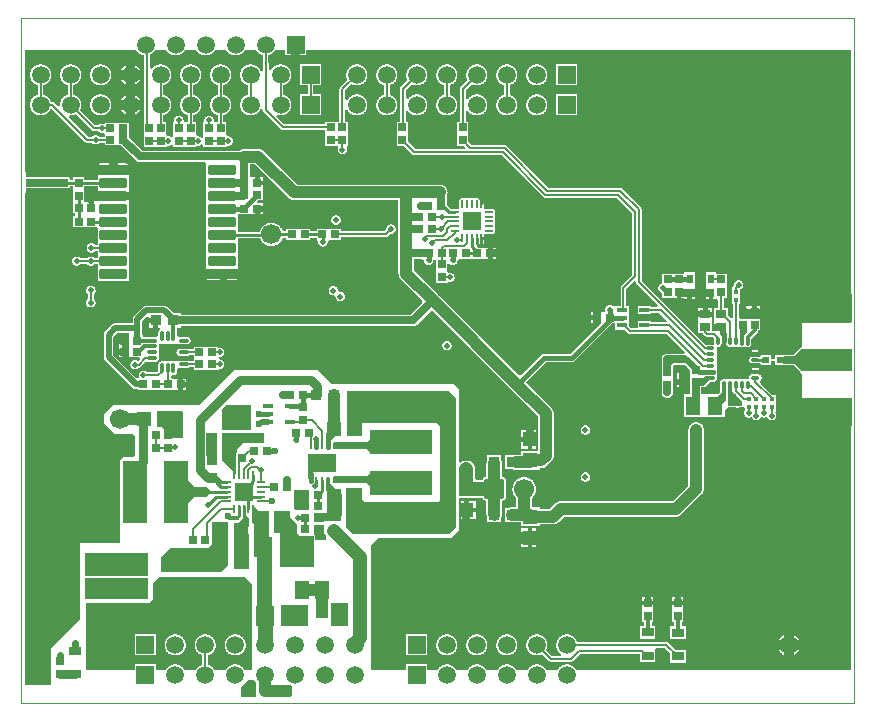
<source format=gtl>
%FSAX43Y43*%
%MOMM*%
G71*
G01*
G75*
G04 Layer_Physical_Order=1*
G04 Layer_Color=255*
%ADD10R,0.350X0.400*%
G04:AMPARAMS|DCode=11|XSize=2.4mm|YSize=2.4mm|CornerRadius=0.06mm|HoleSize=0mm|Usage=FLASHONLY|Rotation=270.000|XOffset=0mm|YOffset=0mm|HoleType=Round|Shape=RoundedRectangle|*
%AMROUNDEDRECTD11*
21,1,2.400,2.280,0,0,270.0*
21,1,2.280,2.400,0,0,270.0*
1,1,0.120,-1.140,-1.140*
1,1,0.120,-1.140,1.140*
1,1,0.120,1.140,1.140*
1,1,0.120,1.140,-1.140*
%
%ADD11ROUNDEDRECTD11*%
%ADD12O,0.300X0.800*%
%ADD13O,0.800X0.300*%
%ADD14R,0.500X0.500*%
%ADD15R,0.850X0.400*%
%ADD16R,0.650X0.650*%
G04:AMPARAMS|DCode=17|XSize=0.65mm|YSize=3.6mm|CornerRadius=0.033mm|HoleSize=0mm|Usage=FLASHONLY|Rotation=270.000|XOffset=0mm|YOffset=0mm|HoleType=Round|Shape=RoundedRectangle|*
%AMROUNDEDRECTD17*
21,1,0.650,3.535,0,0,270.0*
21,1,0.585,3.600,0,0,270.0*
1,1,0.065,-1.768,-0.292*
1,1,0.065,-1.768,0.292*
1,1,0.065,1.768,0.292*
1,1,0.065,1.768,-0.292*
%
%ADD17ROUNDEDRECTD17*%
%ADD18R,1.300X1.300*%
%ADD19R,5.309X2.007*%
%ADD20R,2.007X5.309*%
%ADD21R,0.650X0.650*%
%ADD22O,0.220X0.800*%
%ADD23O,0.800X0.220*%
G04:AMPARAMS|DCode=24|XSize=1.6mm|YSize=1.6mm|CornerRadius=0.04mm|HoleSize=0mm|Usage=FLASHONLY|Rotation=180.000|XOffset=0mm|YOffset=0mm|HoleType=Round|Shape=RoundedRectangle|*
%AMROUNDEDRECTD24*
21,1,1.600,1.520,0,0,180.0*
21,1,1.520,1.600,0,0,180.0*
1,1,0.080,-0.760,0.760*
1,1,0.080,0.760,0.760*
1,1,0.080,0.760,-0.760*
1,1,0.080,-0.760,-0.760*
%
%ADD24ROUNDEDRECTD24*%
G04:AMPARAMS|DCode=25|XSize=2.3mm|YSize=0.8mm|CornerRadius=0.08mm|HoleSize=0mm|Usage=FLASHONLY|Rotation=0.000|XOffset=0mm|YOffset=0mm|HoleType=Round|Shape=RoundedRectangle|*
%AMROUNDEDRECTD25*
21,1,2.300,0.640,0,0,0.0*
21,1,2.140,0.800,0,0,0.0*
1,1,0.160,1.070,-0.320*
1,1,0.160,-1.070,-0.320*
1,1,0.160,-1.070,0.320*
1,1,0.160,1.070,0.320*
%
%ADD25ROUNDEDRECTD25*%
%ADD26R,1.300X1.600*%
%ADD27R,0.850X0.750*%
%ADD28R,1.600X1.800*%
%ADD29R,1.300X1.300*%
%ADD30R,0.900X0.900*%
%ADD31R,0.900X0.900*%
%ADD32R,1.300X1.600*%
%ADD33R,2.380X1.650*%
%ADD34O,0.250X0.600*%
%ADD35R,1.000X0.800*%
%ADD36O,0.900X0.300*%
%ADD37O,0.300X0.900*%
%ADD38R,0.600X0.800*%
%ADD39R,0.300X0.500*%
%ADD40R,0.550X0.550*%
%ADD41R,4.200X1.905*%
%ADD42C,0.600*%
%ADD43C,0.400*%
%ADD44C,0.250*%
%ADD45C,1.000*%
%ADD46C,0.650*%
%ADD47C,0.200*%
%ADD48C,0.257*%
%ADD49C,0.800*%
%ADD50C,0.300*%
%ADD51C,0.500*%
%ADD52C,1.200*%
%ADD53C,1.300*%
%ADD54C,0.900*%
%ADD55C,0.350*%
%ADD56C,0.700*%
%ADD57C,0.150*%
%ADD58C,0.050*%
%ADD59C,1.600*%
%ADD60C,1.500*%
%ADD61R,1.500X1.500*%
G04:AMPARAMS|DCode=62|XSize=2.2mm|YSize=3.6mm|CornerRadius=0.11mm|HoleSize=0mm|Usage=FLASHONLY|Rotation=270.000|XOffset=0mm|YOffset=0mm|HoleType=Round|Shape=RoundedRectangle|*
%AMROUNDEDRECTD62*
21,1,2.200,3.380,0,0,270.0*
21,1,1.980,3.600,0,0,270.0*
1,1,0.220,-1.690,-0.990*
1,1,0.220,-1.690,0.990*
1,1,0.220,1.690,0.990*
1,1,0.220,1.690,-0.990*
%
%ADD62ROUNDEDRECTD62*%
G04:AMPARAMS|DCode=63|XSize=1.6mm|YSize=1.6mm|CornerRadius=0.08mm|HoleSize=0mm|Usage=FLASHONLY|Rotation=270.000|XOffset=0mm|YOffset=0mm|HoleType=Round|Shape=RoundedRectangle|*
%AMROUNDEDRECTD63*
21,1,1.600,1.440,0,0,270.0*
21,1,1.440,1.600,0,0,270.0*
1,1,0.160,-0.720,-0.720*
1,1,0.160,-0.720,0.720*
1,1,0.160,0.720,0.720*
1,1,0.160,0.720,-0.720*
%
%ADD63ROUNDEDRECTD63*%
%ADD64C,1.700*%
G04:AMPARAMS|DCode=65|XSize=1.7mm|YSize=1.7mm|CornerRadius=0.17mm|HoleSize=0mm|Usage=FLASHONLY|Rotation=0.000|XOffset=0mm|YOffset=0mm|HoleType=Round|Shape=RoundedRectangle|*
%AMROUNDEDRECTD65*
21,1,1.700,1.360,0,0,0.0*
21,1,1.360,1.700,0,0,0.0*
1,1,0.340,0.680,-0.680*
1,1,0.340,-0.680,-0.680*
1,1,0.340,-0.680,0.680*
1,1,0.340,0.680,0.680*
%
%ADD65ROUNDEDRECTD65*%
%ADD66R,4.200X2.413*%
%ADD67C,0.400*%
%ADD68C,0.500*%
%ADD69C,0.600*%
%ADD70C,0.660*%
G36*
X0010700Y0008750D02*
X0005400D01*
Y0010550D01*
X0010700D01*
Y0008750D01*
D02*
G37*
G36*
X0006500Y0043300D02*
X0006500D01*
X0006500Y0043300D01*
X0007810D01*
Y0042500D01*
X0006330D01*
X0006187Y0042466D01*
X0006157Y0042462D01*
Y0041900D01*
X0005757D01*
Y0042410D01*
X0005482Y0042375D01*
X0005482Y0042375D01*
Y0042375D01*
X0005332D01*
Y0042425D01*
X0005332D01*
Y0043375D01*
D01*
Y0043375D01*
X0005332Y0043375D01*
Y0043525D01*
X0005332D01*
Y0043721D01*
X0006500D01*
Y0043300D01*
D02*
G37*
G36*
X0017500Y0011600D02*
X0016950Y0011050D01*
X0011800D01*
Y0012230D01*
X0012621Y0013044D01*
X0015827D01*
X0016200Y0013416D01*
Y0015275D01*
X0017500D01*
Y0011600D01*
D02*
G37*
G36*
X0010700Y0010700D02*
X0005400D01*
Y0012650D01*
X0010700D01*
Y0010700D01*
D02*
G37*
G36*
X0026125Y0019000D02*
Y0018600D01*
X0026775Y0017950D01*
X0025800D01*
Y0019000D01*
X0025925Y0019125D01*
X0026000D01*
X0026125Y0019000D01*
D02*
G37*
G36*
X0024700Y0018950D02*
X0024300D01*
Y0019625D01*
X0024325Y0019650D01*
X0024700D01*
Y0018950D01*
D02*
G37*
G36*
X0026000Y0008750D02*
X0026000Y0008750D01*
Y0007150D01*
X0025000D01*
Y0008800D01*
X0025050Y0008850D01*
X0025950D01*
X0026000Y0008750D01*
D02*
G37*
G36*
X0029750Y0018083D02*
X0029283Y0018550D01*
X0026500D01*
Y0019150D01*
X0029300D01*
X0029550Y0019400D01*
X0029750D01*
Y0018083D01*
D02*
G37*
G36*
X0017050Y0018750D02*
X0017625D01*
X0017700Y0018675D01*
Y0018592D01*
X0017655Y0018547D01*
X0016925D01*
Y0018369D01*
X0016775D01*
Y0018547D01*
X0016650D01*
X0016347Y0018850D01*
X0016200D01*
Y0019475D01*
X0016325D01*
X0017050Y0018750D01*
D02*
G37*
G36*
X0024375Y0016275D02*
X0023275D01*
X0023075Y0016475D01*
Y0018000D01*
X0024375D01*
Y0016275D01*
D02*
G37*
G36*
X0020149Y0016200D02*
X0020950D01*
Y0014000D01*
X0020800D01*
X0019525Y0015275D01*
Y0016675D01*
X0019550Y0016700D01*
X0019649D01*
X0020149Y0016200D01*
D02*
G37*
G36*
X0027100Y0016044D02*
Y0015400D01*
X0025650D01*
X0025550Y0015300D01*
X0024800D01*
Y0016025D01*
X0024825Y0016050D01*
X0027094D01*
X0027100Y0016044D01*
D02*
G37*
G36*
X0018950Y0016700D02*
Y0016000D01*
X0019300Y0015650D01*
Y0014900D01*
X0018075D01*
Y0014975D01*
X0018749Y0015649D01*
Y0016699D01*
X0018800Y0016750D01*
X0018900D01*
X0018950Y0016700D01*
D02*
G37*
G36*
X0025650Y0014275D02*
X0025775Y0014150D01*
Y0013750D01*
X0024909D01*
Y0014166D01*
X0024825Y0014250D01*
Y0014275D01*
X0024825Y0015075D01*
X0025650D01*
Y0014275D01*
D02*
G37*
G36*
X0022750Y0015717D02*
X0023350Y0015117D01*
Y0014325D01*
X0023590Y0014085D01*
X0024775D01*
Y0011450D01*
X0021875D01*
Y0014350D01*
X0021450D01*
Y0016250D01*
X0022750D01*
Y0015717D01*
D02*
G37*
G36*
X0019300Y0011350D02*
X0018000D01*
Y0014250D01*
X0019300D01*
Y0011350D01*
D02*
G37*
G36*
X0014725Y0018250D02*
X0015700D01*
X0016100Y0017850D01*
X0015673Y0017423D01*
X0014673D01*
X0014125Y0016875D01*
X0013925D01*
Y0018875D01*
X0014012Y0018962D01*
X0014725Y0018250D01*
D02*
G37*
G36*
X0036800Y0025800D02*
Y0014898D01*
X0036202Y0014300D01*
X0028100D01*
X0027500Y0014900D01*
Y0018150D01*
X0028900D01*
Y0017150D01*
X0029100Y0016950D01*
X0035300D01*
X0035500Y0017150D01*
Y0023362D01*
X0035212Y0023650D01*
X0028900D01*
Y0022550D01*
X0027600D01*
Y0026350D01*
X0036250D01*
X0036800Y0025800D01*
D02*
G37*
G36*
X0022900Y0001400D02*
Y0000608D01*
X0022792Y0000500D01*
X0021350D01*
Y0001500D01*
X0022800D01*
X0022900Y0001400D01*
D02*
G37*
G36*
X0070300Y0028048D02*
X0066100D01*
X0065473Y0028675D01*
X0064575D01*
X0064525Y0028725D01*
X0063975D01*
Y0029275D01*
X0064525D01*
X0064575Y0029325D01*
X0065473D01*
X0066100Y0029952D01*
X0070300D01*
Y0028048D01*
D02*
G37*
G36*
X0019900Y0001650D02*
Y0000500D01*
X0018600D01*
Y0001250D01*
X0019225Y0001875D01*
X0019675D01*
X0019900Y0001650D01*
D02*
G37*
G36*
X0026156Y0022694D02*
X0026600D01*
Y0022584D01*
X0026200Y0022184D01*
Y0021750D01*
X0026050Y0021850D01*
Y0022700D01*
X0026156Y0022694D01*
D02*
G37*
G36*
X0019450Y0023102D02*
X0017048D01*
X0017000Y0023150D01*
Y0024850D01*
X0017336Y0025186D01*
X0019450D01*
Y0023102D01*
D02*
G37*
G36*
X0019538Y0010012D02*
Y0002750D01*
X0018926D01*
X0018900Y0002800D01*
X0018858Y0002867D01*
X0018810Y0002929D01*
X0018757Y0002987D01*
X0018699Y0003040D01*
X0018637Y0003088D01*
X0018570Y0003130D01*
X0018501Y0003166D01*
X0018428Y0003197D01*
X0018353Y0003220D01*
X0018276Y0003237D01*
X0018199Y0003247D01*
X0018120Y0003251D01*
X0018041Y0003247D01*
X0017964Y0003237D01*
X0017887Y0003220D01*
X0017812Y0003197D01*
X0017739Y0003166D01*
X0017670Y0003130D01*
X0017603Y0003088D01*
X0017541Y0003040D01*
X0017483Y0002987D01*
X0017430Y0002929D01*
X0017382Y0002867D01*
X0017340Y0002800D01*
X0017314Y0002750D01*
X0016386D01*
X0016360Y0002800D01*
X0016318Y0002867D01*
X0016270Y0002929D01*
X0016217Y0002987D01*
X0016159Y0003040D01*
X0016097Y0003088D01*
X0016030Y0003130D01*
X0015961Y0003166D01*
X0015888Y0003197D01*
X0015831Y0003215D01*
Y0004025D01*
X0015888Y0004043D01*
X0015961Y0004074D01*
X0016030Y0004110D01*
X0016097Y0004152D01*
X0016159Y0004200D01*
X0016217Y0004253D01*
X0016270Y0004311D01*
X0016318Y0004373D01*
X0016360Y0004440D01*
X0016396Y0004509D01*
X0016427Y0004582D01*
X0016450Y0004657D01*
X0016467Y0004734D01*
X0016477Y0004811D01*
X0016481Y0004890D01*
X0016477Y0004969D01*
X0016467Y0005046D01*
X0016450Y0005123D01*
X0016427Y0005198D01*
X0016396Y0005271D01*
X0016360Y0005340D01*
X0016318Y0005407D01*
X0016270Y0005469D01*
X0016217Y0005527D01*
X0016159Y0005580D01*
X0016097Y0005628D01*
X0016030Y0005670D01*
X0015961Y0005706D01*
X0015888Y0005737D01*
X0015813Y0005760D01*
X0015736Y0005777D01*
X0015659Y0005787D01*
X0015580Y0005791D01*
X0015501Y0005787D01*
X0015424Y0005777D01*
X0015347Y0005760D01*
X0015272Y0005737D01*
X0015199Y0005706D01*
X0015130Y0005670D01*
X0015063Y0005628D01*
X0015001Y0005580D01*
X0014943Y0005527D01*
X0014890Y0005469D01*
X0014842Y0005407D01*
X0014800Y0005340D01*
X0014764Y0005271D01*
X0014733Y0005198D01*
X0014710Y0005123D01*
X0014693Y0005046D01*
X0014683Y0004969D01*
X0014679Y0004890D01*
X0014683Y0004811D01*
X0014693Y0004734D01*
X0014710Y0004657D01*
X0014733Y0004582D01*
X0014764Y0004509D01*
X0014800Y0004440D01*
X0014842Y0004373D01*
X0014890Y0004311D01*
X0014943Y0004253D01*
X0015001Y0004200D01*
X0015063Y0004152D01*
X0015130Y0004110D01*
X0015199Y0004074D01*
X0015272Y0004043D01*
X0015329Y0004025D01*
Y0003215D01*
X0015272Y0003197D01*
X0015199Y0003166D01*
X0015130Y0003130D01*
X0015063Y0003088D01*
X0015001Y0003040D01*
X0014943Y0002987D01*
X0014890Y0002929D01*
X0014842Y0002867D01*
X0014800Y0002800D01*
X0014774Y0002750D01*
X0013846D01*
X0013820Y0002800D01*
X0013778Y0002867D01*
X0013730Y0002929D01*
X0013677Y0002987D01*
X0013619Y0003040D01*
X0013557Y0003088D01*
X0013490Y0003130D01*
X0013421Y0003166D01*
X0013348Y0003197D01*
X0013273Y0003220D01*
X0013196Y0003237D01*
X0013119Y0003247D01*
X0013040Y0003251D01*
X0012961Y0003247D01*
X0012884Y0003237D01*
X0012807Y0003220D01*
X0012732Y0003197D01*
X0012659Y0003166D01*
X0012590Y0003130D01*
X0012523Y0003088D01*
X0012461Y0003040D01*
X0012403Y0002987D01*
X0012350Y0002929D01*
X0012302Y0002867D01*
X0012260Y0002800D01*
X0012234Y0002750D01*
X0011400D01*
Y0003250D01*
X0009600D01*
Y0002750D01*
X0005500D01*
Y0008400D01*
X0010800D01*
X0011125Y0008725D01*
Y0010075D01*
X0011650Y0010600D01*
X0018950D01*
X0019538Y0010012D01*
D02*
G37*
G36*
X0013700Y0024600D02*
Y0022360D01*
X0012100D01*
Y0023100D01*
X0011900Y0023300D01*
X0011500D01*
Y0024650D01*
X0013650D01*
X0013700Y0024600D01*
D02*
G37*
G36*
X0029667Y0021083D02*
X0029300Y0021450D01*
X0026500D01*
Y0022050D01*
X0029300D01*
X0029667Y0022417D01*
Y0021083D01*
D02*
G37*
G36*
X0020550Y0021950D02*
X0018783D01*
X0018300Y0021467D01*
Y0021200D01*
X0018180Y0021080D01*
Y0019450D01*
X0018100Y0019386D01*
X0017964D01*
X0017900Y0019450D01*
Y0019600D01*
X0017000Y0020500D01*
Y0022807D01*
X0020550D01*
Y0021950D01*
D02*
G37*
G36*
X0024250Y0006450D02*
X0022000D01*
Y0008250D01*
X0024250D01*
Y0006450D01*
D02*
G37*
G36*
X0027650D02*
X0026200D01*
Y0008400D01*
X0027650D01*
Y0006450D01*
D02*
G37*
G36*
X0016575Y0020850D02*
X0015675D01*
Y0022800D01*
X0016575D01*
Y0020850D01*
D02*
G37*
G36*
X0023630Y0054790D02*
X0024130D01*
Y0055250D01*
X0070300D01*
Y0032175D01*
X0066100D01*
Y0030144D01*
X0066044Y0030087D01*
X0066043D01*
X0065965Y0030009D01*
D01*
X0065416Y0029461D01*
X0064575D01*
X0064573Y0029461D01*
X0064519D01*
X0064469Y0029411D01*
X0063975D01*
X0063968Y0029410D01*
X0063840D01*
Y0029282D01*
X0063839Y0029275D01*
Y0029100D01*
X0063461D01*
Y0029275D01*
X0063460Y0029277D01*
Y0029410D01*
X0063327D01*
X0063325Y0029411D01*
X0062775D01*
X0062773Y0029410D01*
X0062640D01*
X0062516Y0029287D01*
X0062217D01*
Y0029287D01*
X0062217Y0029286D01*
X0061900D01*
X0061855Y0029282D01*
X0061812Y0029272D01*
X0061770Y0029255D01*
X0061732Y0029231D01*
X0061698Y0029202D01*
X0061669Y0029168D01*
X0061645Y0029130D01*
X0061628Y0029088D01*
X0061618Y0029045D01*
X0061614Y0029000D01*
X0061618Y0028955D01*
X0061628Y0028912D01*
X0061645Y0028870D01*
X0061669Y0028832D01*
X0061698Y0028798D01*
X0061732Y0028769D01*
X0061770Y0028745D01*
X0061812Y0028728D01*
X0061855Y0028718D01*
X0061900Y0028714D01*
X0062223D01*
Y0028714D01*
X0062515Y0028714D01*
X0062639Y0028590D01*
X0062773D01*
X0062775Y0028589D01*
X0063325D01*
X0063327Y0028590D01*
X0063460D01*
Y0028723D01*
X0063461Y0028725D01*
Y0028900D01*
X0063839D01*
Y0028725D01*
X0063840Y0028718D01*
Y0028590D01*
X0063968D01*
X0063975Y0028589D01*
X0064469D01*
X0064469Y0028589D01*
D01*
X0064469Y0028589D01*
X0064469Y0028589D01*
X0064469D01*
X0064519Y0028540D01*
X0064573D01*
X0064575Y0028539D01*
X0065416D01*
X0065965Y0027991D01*
Y0027913D01*
X0066043D01*
X0066100Y0027856D01*
Y0025825D01*
X0070300D01*
Y0002750D01*
X0047006D01*
X0046980Y0002800D01*
X0046938Y0002867D01*
X0046890Y0002929D01*
X0046837Y0002987D01*
X0046779Y0003040D01*
X0046717Y0003088D01*
X0046650Y0003130D01*
X0046581Y0003166D01*
X0046508Y0003197D01*
X0046433Y0003220D01*
X0046356Y0003237D01*
X0046279Y0003247D01*
X0046200Y0003251D01*
X0046121Y0003247D01*
X0046044Y0003237D01*
X0045967Y0003220D01*
X0045892Y0003197D01*
X0045819Y0003166D01*
X0045750Y0003130D01*
X0045683Y0003088D01*
X0045621Y0003040D01*
X0045563Y0002987D01*
X0045510Y0002929D01*
X0045462Y0002867D01*
X0045420Y0002800D01*
X0045394Y0002750D01*
X0044466D01*
X0044440Y0002800D01*
X0044398Y0002867D01*
X0044350Y0002929D01*
X0044297Y0002987D01*
X0044239Y0003040D01*
X0044177Y0003088D01*
X0044110Y0003130D01*
X0044041Y0003166D01*
X0043968Y0003197D01*
X0043893Y0003220D01*
X0043816Y0003237D01*
X0043739Y0003247D01*
X0043660Y0003251D01*
X0043581Y0003247D01*
X0043504Y0003237D01*
X0043427Y0003220D01*
X0043352Y0003197D01*
X0043279Y0003166D01*
X0043210Y0003130D01*
X0043143Y0003088D01*
X0043081Y0003040D01*
X0043023Y0002987D01*
X0042970Y0002929D01*
X0042922Y0002867D01*
X0042880Y0002800D01*
X0042854Y0002750D01*
X0041926D01*
X0041900Y0002800D01*
X0041858Y0002867D01*
X0041810Y0002929D01*
X0041757Y0002987D01*
X0041699Y0003040D01*
X0041637Y0003088D01*
X0041570Y0003130D01*
X0041501Y0003166D01*
X0041428Y0003197D01*
X0041353Y0003220D01*
X0041276Y0003237D01*
X0041199Y0003247D01*
X0041120Y0003251D01*
X0041041Y0003247D01*
X0040964Y0003237D01*
X0040887Y0003220D01*
X0040812Y0003197D01*
X0040739Y0003166D01*
X0040670Y0003130D01*
X0040603Y0003088D01*
X0040541Y0003040D01*
X0040483Y0002987D01*
X0040430Y0002929D01*
X0040382Y0002867D01*
X0040340Y0002800D01*
X0040314Y0002750D01*
X0039386D01*
X0039360Y0002800D01*
X0039318Y0002867D01*
X0039270Y0002929D01*
X0039217Y0002987D01*
X0039159Y0003040D01*
X0039097Y0003088D01*
X0039030Y0003130D01*
X0038961Y0003166D01*
X0038888Y0003197D01*
X0038813Y0003220D01*
X0038736Y0003237D01*
X0038659Y0003247D01*
X0038580Y0003251D01*
X0038501Y0003247D01*
X0038424Y0003237D01*
X0038347Y0003220D01*
X0038272Y0003197D01*
X0038199Y0003166D01*
X0038130Y0003130D01*
X0038063Y0003088D01*
X0038001Y0003040D01*
X0037943Y0002987D01*
X0037890Y0002929D01*
X0037842Y0002867D01*
X0037800Y0002800D01*
X0037774Y0002750D01*
X0036846D01*
X0036820Y0002800D01*
X0036778Y0002867D01*
X0036730Y0002929D01*
X0036677Y0002987D01*
X0036619Y0003040D01*
X0036557Y0003088D01*
X0036490Y0003130D01*
X0036421Y0003166D01*
X0036348Y0003197D01*
X0036273Y0003220D01*
X0036196Y0003237D01*
X0036119Y0003247D01*
X0036040Y0003251D01*
X0035961Y0003247D01*
X0035884Y0003237D01*
X0035807Y0003220D01*
X0035732Y0003197D01*
X0035659Y0003166D01*
X0035590Y0003130D01*
X0035523Y0003088D01*
X0035461Y0003040D01*
X0035403Y0002987D01*
X0035350Y0002929D01*
X0035302Y0002867D01*
X0035260Y0002800D01*
X0035234Y0002750D01*
X0034400D01*
Y0003250D01*
X0032600D01*
Y0002750D01*
X0029600D01*
Y0013283D01*
X0030217Y0013900D01*
X0036381D01*
X0037050Y0014569D01*
Y0014911D01*
Y0017100D01*
Y0017300D01*
X0038500D01*
Y0017349D01*
X0039058D01*
X0039065Y0017321D01*
X0039084Y0017274D01*
X0039110Y0017231D01*
X0039143Y0017193D01*
X0039181Y0017160D01*
X0039224Y0017134D01*
X0039271Y0017115D01*
X0039320Y0017103D01*
X0039370Y0017099D01*
X0039399D01*
Y0016101D01*
X0039392Y0016054D01*
X0039389Y0015990D01*
X0039392Y0015927D01*
X0039402Y0015863D01*
X0039417Y0015802D01*
X0039439Y0015741D01*
X0039440Y0015739D01*
Y0015300D01*
X0040023D01*
X0040040Y0015299D01*
X0040057Y0015300D01*
X0040640D01*
Y0015728D01*
X0040651Y0015751D01*
X0040673Y0015812D01*
X0040688Y0015873D01*
X0040698Y0015937D01*
X0040701Y0016000D01*
X0040701Y0016000D01*
Y0017099D01*
X0040730D01*
X0040780Y0017103D01*
X0040829Y0017115D01*
X0040876Y0017134D01*
X0040919Y0017160D01*
X0040957Y0017193D01*
X0040990Y0017231D01*
X0041016Y0017274D01*
X0041035Y0017321D01*
X0041047Y0017370D01*
X0041051Y0017420D01*
Y0018780D01*
X0041047Y0018830D01*
X0041035Y0018879D01*
X0041016Y0018926D01*
X0040990Y0018969D01*
X0040957Y0019007D01*
X0040919Y0019040D01*
X0040876Y0019066D01*
X0040829Y0019085D01*
X0040780Y0019097D01*
X0040730Y0019101D01*
X0040701D01*
Y0020300D01*
X0040698Y0020364D01*
X0040688Y0020427D01*
X0040673Y0020489D01*
X0040651Y0020549D01*
X0040640Y0020573D01*
Y0020950D01*
X0040066D01*
X0040050Y0020951D01*
X0040034Y0020950D01*
X0039440D01*
Y0020525D01*
X0039427Y0020489D01*
X0039412Y0020427D01*
X0039402Y0020364D01*
X0039399Y0020300D01*
Y0019101D01*
X0039370D01*
X0039320Y0019097D01*
X0039271Y0019085D01*
X0039224Y0019066D01*
X0039181Y0019040D01*
X0039143Y0019007D01*
X0039110Y0018969D01*
X0039084Y0018926D01*
X0039065Y0018879D01*
X0039058Y0018851D01*
X0038500D01*
Y0018900D01*
X0038451D01*
Y0019000D01*
Y0019750D01*
X0038447Y0019824D01*
X0038436Y0019896D01*
X0038419Y0019968D01*
X0038394Y0020037D01*
X0038362Y0020104D01*
X0038324Y0020167D01*
X0038280Y0020226D01*
X0038231Y0020281D01*
X0038176Y0020330D01*
X0038117Y0020374D01*
X0038054Y0020412D01*
X0037987Y0020444D01*
X0037918Y0020469D01*
X0037847Y0020486D01*
X0037774Y0020497D01*
X0037700Y0020501D01*
X0037626Y0020497D01*
X0037554Y0020486D01*
X0037482Y0020469D01*
X0037413Y0020444D01*
X0037346Y0020412D01*
X0037283Y0020374D01*
X0037224Y0020330D01*
X0037210Y0020318D01*
X0037050Y0020389D01*
Y0026532D01*
X0036632Y0026950D01*
X0026350D01*
X0025150Y0028150D01*
X0018032D01*
X0018032Y0028150D01*
X0015132Y0025250D01*
X0015102D01*
X0015052Y0025200D01*
X0007800D01*
X0007050Y0024450D01*
Y0023600D01*
X0007850Y0022800D01*
Y0022750D01*
X0009450D01*
X0009650Y0022550D01*
Y0020953D01*
X0009497Y0020800D01*
X0008600D01*
X0008350Y0020550D01*
Y0013576D01*
X0008274Y0013500D01*
X0004950D01*
Y0007000D01*
X0004925D01*
X0002525Y0004600D01*
X0002500D01*
Y0002750D01*
Y0001500D01*
X0000350D01*
Y0002750D01*
Y0042686D01*
X0000433Y0043524D01*
X0003967D01*
X0004003Y0043528D01*
X0004038Y0043538D01*
X0004069Y0043555D01*
X0004097Y0043578D01*
X0004120Y0043606D01*
X0004137Y0043637D01*
X0004147Y0043672D01*
X0004151Y0043708D01*
Y0043721D01*
X0004382D01*
Y0043525D01*
X0004382Y0043525D01*
X0004382Y0043375D01*
X0004382D01*
Y0042425D01*
X0004382Y0042425D01*
X0004382Y0042375D01*
X0004382D01*
Y0041425D01*
X0004578D01*
Y0041175D01*
X0004382D01*
Y0040225D01*
X0005332D01*
Y0040225D01*
X0005332D01*
X0005332Y0040225D01*
X0005482D01*
Y0040225D01*
X0006432D01*
D01*
X0006432D01*
X0006473Y0040184D01*
Y0038751D01*
X0006262D01*
X0006233Y0038783D01*
X0006194Y0038818D01*
X0006150Y0038847D01*
X0006103Y0038870D01*
X0006054Y0038887D01*
X0006002Y0038897D01*
X0005950Y0038901D01*
X0005898Y0038897D01*
X0005846Y0038887D01*
X0005797Y0038870D01*
X0005750Y0038847D01*
X0005706Y0038818D01*
X0005667Y0038783D01*
X0005632Y0038744D01*
X0005603Y0038700D01*
X0005580Y0038653D01*
X0005563Y0038604D01*
X0005553Y0038552D01*
X0005549Y0038500D01*
X0005553Y0038448D01*
X0005563Y0038396D01*
X0005580Y0038347D01*
X0005603Y0038300D01*
X0005632Y0038256D01*
X0005667Y0038217D01*
X0005706Y0038182D01*
X0005750Y0038153D01*
X0005797Y0038130D01*
X0005846Y0038113D01*
X0005898Y0038103D01*
X0005950Y0038099D01*
X0006002Y0038103D01*
X0006054Y0038113D01*
X0006103Y0038130D01*
X0006150Y0038153D01*
X0006194Y0038182D01*
X0006233Y0038217D01*
X0006262Y0038249D01*
X0006473D01*
Y0037651D01*
X0006190D01*
X0006183Y0037658D01*
X0006144Y0037693D01*
X0006100Y0037722D01*
X0006053Y0037745D01*
X0006004Y0037762D01*
X0005952Y0037772D01*
X0005900Y0037776D01*
X0005848Y0037772D01*
X0005796Y0037762D01*
X0005747Y0037745D01*
X0005700Y0037722D01*
X0005656Y0037693D01*
X0005617Y0037658D01*
X0005588Y0037626D01*
X0005012D01*
X0004983Y0037658D01*
X0004944Y0037693D01*
X0004900Y0037722D01*
X0004853Y0037745D01*
X0004804Y0037762D01*
X0004752Y0037772D01*
X0004700Y0037776D01*
X0004648Y0037772D01*
X0004596Y0037762D01*
X0004547Y0037745D01*
X0004500Y0037722D01*
X0004456Y0037693D01*
X0004417Y0037658D01*
X0004382Y0037619D01*
X0004353Y0037575D01*
X0004330Y0037528D01*
X0004313Y0037479D01*
X0004303Y0037427D01*
X0004299Y0037375D01*
X0004303Y0037323D01*
X0004313Y0037271D01*
X0004330Y0037222D01*
X0004353Y0037175D01*
X0004382Y0037131D01*
X0004417Y0037092D01*
X0004456Y0037057D01*
X0004500Y0037028D01*
X0004547Y0037005D01*
X0004596Y0036988D01*
X0004648Y0036978D01*
X0004700Y0036974D01*
X0004752Y0036978D01*
X0004804Y0036988D01*
X0004853Y0037005D01*
X0004900Y0037028D01*
X0004944Y0037057D01*
X0004983Y0037092D01*
X0005012Y0037124D01*
X0005588D01*
X0005617Y0037092D01*
X0005656Y0037057D01*
X0005700Y0037028D01*
X0005747Y0037005D01*
X0005796Y0036988D01*
X0005848Y0036978D01*
X0005900Y0036974D01*
X0005952Y0036978D01*
X0006004Y0036988D01*
X0006053Y0037005D01*
X0006100Y0037028D01*
X0006144Y0037057D01*
X0006183Y0037092D01*
X0006218Y0037131D01*
X0006230Y0037149D01*
X0006473D01*
Y0035711D01*
X0009139D01*
X0009150Y0035700D01*
Y0042500D01*
X0009150D01*
X0009108Y0042544D01*
Y0042544D01*
Y0042544D01*
X0009108D01*
X0009111Y0042580D01*
Y0043220D01*
X0009108Y0043256D01*
X0009100Y0043291D01*
X0009098Y0043297D01*
X0009100Y0043300D01*
X0009100D01*
Y0043609D01*
X0009108Y0043644D01*
X0009111Y0043680D01*
Y0044320D01*
X0009108Y0044356D01*
X0009100Y0044391D01*
Y0044700D01*
Y0044700D01*
D01*
X0006500D01*
Y0044700D01*
Y0044279D01*
X0005332D01*
Y0044475D01*
X0004382D01*
Y0044279D01*
X0004151D01*
Y0044292D01*
X0004147Y0044328D01*
X0004137Y0044363D01*
X0004120Y0044394D01*
X0004097Y0044422D01*
X0004069Y0044445D01*
X0004038Y0044462D01*
X0004003Y0044472D01*
X0003967Y0044476D01*
X0000433D01*
X0000350Y0045314D01*
Y0055250D01*
X0009744D01*
X0009750Y0055240D01*
X0009792Y0055173D01*
X0009840Y0055111D01*
X0009893Y0055053D01*
X0009951Y0055000D01*
X0010013Y0054952D01*
X0010080Y0054910D01*
X0010149Y0054874D01*
X0010222Y0054843D01*
X0010297Y0054820D01*
X0010374Y0054803D01*
X0010399Y0054799D01*
Y0049125D01*
X0010375D01*
Y0048175D01*
X0010375Y0048175D01*
X0010375Y0048025D01*
X0010375D01*
Y0047075D01*
X0011325D01*
Y0047075D01*
X0012275D01*
Y0047075D01*
X0012356Y0047159D01*
D01*
X0012356Y0047159D01*
X0012408Y0047149D01*
X0012460Y0047145D01*
X0012512Y0047149D01*
X0012564Y0047159D01*
X0012613Y0047176D01*
X0012660Y0047199D01*
X0012704Y0047228D01*
X0012716Y0047238D01*
X0012831Y0047186D01*
X0012875Y0047147D01*
Y0047075D01*
X0013825D01*
Y0047075D01*
X0013825D01*
X0013825Y0047075D01*
X0013865Y0047075D01*
Y0047075D01*
X0014815D01*
Y0047133D01*
X0014903Y0047149D01*
X0014903Y0047149D01*
Y0047149D01*
X0014955Y0047145D01*
X0015007Y0047149D01*
X0015059Y0047159D01*
X0015108Y0047176D01*
X0015155Y0047199D01*
X0015199Y0047228D01*
X0015238Y0047263D01*
X0015261Y0047289D01*
X0015335Y0047261D01*
X0015425Y0047201D01*
Y0047075D01*
X0016375D01*
Y0047075D01*
X0016375D01*
X0016375Y0047075D01*
X0016405Y0047075D01*
Y0047075D01*
X0017355D01*
Y0047075D01*
X0017430Y0047159D01*
X0017430D01*
X0017430Y0047159D01*
X0017481Y0047149D01*
X0017533Y0047145D01*
X0017586Y0047149D01*
X0017637Y0047159D01*
X0017687Y0047176D01*
X0017734Y0047199D01*
X0017777Y0047228D01*
X0017817Y0047263D01*
X0017851Y0047302D01*
X0017880Y0047346D01*
X0017904Y0047393D01*
X0017920Y0047443D01*
X0017931Y0047494D01*
X0017934Y0047546D01*
X0017931Y0047599D01*
X0017920Y0047650D01*
X0017904Y0047700D01*
X0017880Y0047747D01*
X0017851Y0047790D01*
X0017817Y0047830D01*
X0017777Y0047864D01*
X0017734Y0047893D01*
X0017687Y0047917D01*
X0017637Y0047933D01*
X0017586Y0047944D01*
X0017533Y0047947D01*
X0017483Y0047944D01*
X0017355Y0048063D01*
Y0048175D01*
X0017355D01*
Y0049125D01*
X0017131D01*
Y0049745D01*
X0017188Y0049763D01*
X0017261Y0049794D01*
X0017330Y0049830D01*
X0017397Y0049872D01*
X0017459Y0049920D01*
X0017517Y0049973D01*
X0017570Y0050031D01*
X0017618Y0050093D01*
X0017660Y0050160D01*
X0017696Y0050229D01*
X0017727Y0050302D01*
X0017750Y0050377D01*
X0017767Y0050454D01*
X0017777Y0050531D01*
X0017781Y0050610D01*
X0017777Y0050689D01*
X0017767Y0050766D01*
X0017750Y0050843D01*
X0017727Y0050918D01*
X0017696Y0050991D01*
X0017660Y0051060D01*
X0017618Y0051127D01*
X0017570Y0051189D01*
X0017517Y0051247D01*
X0017459Y0051300D01*
X0017397Y0051348D01*
X0017330Y0051390D01*
X0017261Y0051426D01*
X0017188Y0051457D01*
X0017131Y0051475D01*
Y0052285D01*
X0017188Y0052303D01*
X0017261Y0052334D01*
X0017330Y0052370D01*
X0017397Y0052412D01*
X0017459Y0052460D01*
X0017517Y0052513D01*
X0017570Y0052571D01*
X0017618Y0052633D01*
X0017660Y0052700D01*
X0017696Y0052769D01*
X0017727Y0052842D01*
X0017750Y0052917D01*
X0017767Y0052994D01*
X0017777Y0053071D01*
X0017781Y0053150D01*
X0017777Y0053229D01*
X0017767Y0053306D01*
X0017750Y0053383D01*
X0017727Y0053458D01*
X0017696Y0053531D01*
X0017660Y0053600D01*
X0017618Y0053667D01*
X0017570Y0053729D01*
X0017517Y0053787D01*
X0017459Y0053840D01*
X0017397Y0053888D01*
X0017330Y0053930D01*
X0017261Y0053966D01*
X0017188Y0053997D01*
X0017113Y0054020D01*
X0017036Y0054037D01*
X0016959Y0054047D01*
X0016880Y0054051D01*
X0016801Y0054047D01*
X0016724Y0054037D01*
X0016647Y0054020D01*
X0016572Y0053997D01*
X0016499Y0053966D01*
X0016430Y0053930D01*
X0016363Y0053888D01*
X0016301Y0053840D01*
X0016243Y0053787D01*
X0016190Y0053729D01*
X0016142Y0053667D01*
X0016100Y0053600D01*
X0016064Y0053531D01*
X0016033Y0053458D01*
X0016010Y0053383D01*
X0015993Y0053306D01*
X0015983Y0053229D01*
X0015979Y0053150D01*
X0015983Y0053071D01*
X0015993Y0052994D01*
X0016010Y0052917D01*
X0016033Y0052842D01*
X0016064Y0052769D01*
X0016100Y0052700D01*
X0016142Y0052633D01*
X0016190Y0052571D01*
X0016243Y0052513D01*
X0016301Y0052460D01*
X0016363Y0052412D01*
X0016430Y0052370D01*
X0016499Y0052334D01*
X0016572Y0052303D01*
X0016629Y0052285D01*
Y0051475D01*
X0016572Y0051457D01*
X0016499Y0051426D01*
X0016430Y0051390D01*
X0016363Y0051348D01*
X0016301Y0051300D01*
X0016243Y0051247D01*
X0016190Y0051189D01*
X0016142Y0051127D01*
X0016100Y0051060D01*
X0016064Y0050991D01*
X0016033Y0050918D01*
X0016010Y0050843D01*
X0015993Y0050766D01*
X0015983Y0050689D01*
X0015979Y0050610D01*
X0015983Y0050531D01*
X0015993Y0050454D01*
X0016010Y0050377D01*
X0016033Y0050302D01*
X0016064Y0050229D01*
X0016100Y0050160D01*
X0016142Y0050093D01*
X0016190Y0050031D01*
X0016243Y0049973D01*
X0016301Y0049920D01*
X0016363Y0049872D01*
X0016430Y0049830D01*
X0016499Y0049794D01*
X0016572Y0049763D01*
X0016629Y0049745D01*
Y0049125D01*
X0016499D01*
X0016499Y0049125D01*
X0016499Y0049125D01*
X0016417Y0049125D01*
X0016298Y0049253D01*
X0016301Y0049300D01*
X0016297Y0049352D01*
X0016287Y0049404D01*
X0016270Y0049453D01*
X0016247Y0049500D01*
X0016218Y0049544D01*
X0016183Y0049583D01*
X0016144Y0049618D01*
X0016100Y0049647D01*
X0016053Y0049670D01*
X0016004Y0049687D01*
X0015952Y0049697D01*
X0015900Y0049701D01*
X0015848Y0049697D01*
X0015796Y0049687D01*
X0015747Y0049670D01*
X0015700Y0049647D01*
X0015656Y0049618D01*
X0015617Y0049583D01*
X0015582Y0049544D01*
X0015553Y0049500D01*
X0015530Y0049453D01*
X0015513Y0049404D01*
X0015503Y0049352D01*
X0015499Y0049300D01*
X0015503Y0049248D01*
X0015513Y0049196D01*
X0015513Y0049196D01*
Y0049196D01*
Y0049196D01*
X0015425Y0049125D01*
X0015425D01*
Y0048175D01*
X0015425Y0048175D01*
X0015425Y0048025D01*
X0015425D01*
Y0047892D01*
X0015335Y0047831D01*
X0015261Y0047804D01*
X0015238Y0047830D01*
X0015199Y0047864D01*
X0015155Y0047893D01*
X0015108Y0047917D01*
X0015059Y0047933D01*
X0015007Y0047944D01*
X0014955Y0047947D01*
X0014943Y0047946D01*
X0014815Y0048066D01*
Y0048175D01*
X0014815D01*
Y0049125D01*
X0014591D01*
Y0049745D01*
X0014648Y0049763D01*
X0014721Y0049794D01*
X0014790Y0049830D01*
X0014857Y0049872D01*
X0014919Y0049920D01*
X0014977Y0049973D01*
X0015030Y0050031D01*
X0015078Y0050093D01*
X0015120Y0050160D01*
X0015156Y0050229D01*
X0015187Y0050302D01*
X0015210Y0050377D01*
X0015227Y0050454D01*
X0015237Y0050531D01*
X0015241Y0050610D01*
X0015237Y0050689D01*
X0015227Y0050766D01*
X0015210Y0050843D01*
X0015187Y0050918D01*
X0015156Y0050991D01*
X0015120Y0051060D01*
X0015078Y0051127D01*
X0015030Y0051189D01*
X0014977Y0051247D01*
X0014919Y0051300D01*
X0014857Y0051348D01*
X0014790Y0051390D01*
X0014721Y0051426D01*
X0014648Y0051457D01*
X0014591Y0051475D01*
Y0052285D01*
X0014648Y0052303D01*
X0014721Y0052334D01*
X0014790Y0052370D01*
X0014857Y0052412D01*
X0014919Y0052460D01*
X0014977Y0052513D01*
X0015030Y0052571D01*
X0015078Y0052633D01*
X0015120Y0052700D01*
X0015156Y0052769D01*
X0015187Y0052842D01*
X0015210Y0052917D01*
X0015227Y0052994D01*
X0015237Y0053071D01*
X0015241Y0053150D01*
X0015237Y0053229D01*
X0015227Y0053306D01*
X0015210Y0053383D01*
X0015187Y0053458D01*
X0015156Y0053531D01*
X0015120Y0053600D01*
X0015078Y0053667D01*
X0015030Y0053729D01*
X0014977Y0053787D01*
X0014919Y0053840D01*
X0014857Y0053888D01*
X0014790Y0053930D01*
X0014721Y0053966D01*
X0014648Y0053997D01*
X0014573Y0054020D01*
X0014496Y0054037D01*
X0014419Y0054047D01*
X0014340Y0054051D01*
X0014261Y0054047D01*
X0014184Y0054037D01*
X0014107Y0054020D01*
X0014032Y0053997D01*
X0013959Y0053966D01*
X0013890Y0053930D01*
X0013823Y0053888D01*
X0013761Y0053840D01*
X0013703Y0053787D01*
X0013650Y0053729D01*
X0013602Y0053667D01*
X0013560Y0053600D01*
X0013524Y0053531D01*
X0013493Y0053458D01*
X0013470Y0053383D01*
X0013453Y0053306D01*
X0013443Y0053229D01*
X0013439Y0053150D01*
X0013443Y0053071D01*
X0013453Y0052994D01*
X0013470Y0052917D01*
X0013493Y0052842D01*
X0013524Y0052769D01*
X0013560Y0052700D01*
X0013602Y0052633D01*
X0013650Y0052571D01*
X0013703Y0052513D01*
X0013761Y0052460D01*
X0013823Y0052412D01*
X0013890Y0052370D01*
X0013959Y0052334D01*
X0014032Y0052303D01*
X0014089Y0052285D01*
Y0051475D01*
X0014032Y0051457D01*
X0013959Y0051426D01*
X0013890Y0051390D01*
X0013823Y0051348D01*
X0013761Y0051300D01*
X0013703Y0051247D01*
X0013650Y0051189D01*
X0013602Y0051127D01*
X0013560Y0051060D01*
X0013524Y0050991D01*
X0013493Y0050918D01*
X0013470Y0050843D01*
X0013453Y0050766D01*
X0013443Y0050689D01*
X0013439Y0050610D01*
X0013443Y0050531D01*
X0013453Y0050454D01*
X0013470Y0050377D01*
X0013493Y0050302D01*
X0013524Y0050229D01*
X0013560Y0050160D01*
X0013602Y0050093D01*
X0013650Y0050031D01*
X0013703Y0049973D01*
X0013761Y0049920D01*
X0013823Y0049872D01*
X0013890Y0049830D01*
X0013959Y0049794D01*
X0014032Y0049763D01*
X0014089Y0049745D01*
Y0049125D01*
X0013949D01*
X0013949Y0049125D01*
X0013949Y0049125D01*
X0013867Y0049125D01*
X0013748Y0049253D01*
X0013751Y0049300D01*
X0013747Y0049352D01*
X0013737Y0049404D01*
X0013720Y0049453D01*
X0013697Y0049500D01*
X0013668Y0049544D01*
X0013633Y0049583D01*
X0013594Y0049618D01*
X0013550Y0049647D01*
X0013503Y0049670D01*
X0013454Y0049687D01*
X0013402Y0049697D01*
X0013350Y0049701D01*
X0013298Y0049697D01*
X0013246Y0049687D01*
X0013197Y0049670D01*
X0013150Y0049647D01*
X0013106Y0049618D01*
X0013067Y0049583D01*
X0013032Y0049544D01*
X0013003Y0049500D01*
X0012980Y0049453D01*
X0012963Y0049404D01*
X0012953Y0049352D01*
X0012949Y0049300D01*
X0012953Y0049248D01*
X0012963Y0049196D01*
X0012963Y0049196D01*
Y0049196D01*
Y0049196D01*
X0012875Y0049125D01*
X0012875D01*
Y0048175D01*
X0012875Y0048175D01*
X0012875Y0048025D01*
X0012875D01*
Y0047945D01*
X0012831Y0047906D01*
X0012716Y0047854D01*
X0012704Y0047864D01*
X0012660Y0047893D01*
X0012613Y0047917D01*
X0012564Y0047933D01*
X0012512Y0047944D01*
X0012460Y0047947D01*
X0012408Y0047944D01*
X0012275Y0048025D01*
Y0048175D01*
X0012275D01*
Y0049125D01*
X0012051D01*
Y0049745D01*
X0012108Y0049763D01*
X0012181Y0049794D01*
X0012250Y0049830D01*
X0012317Y0049872D01*
X0012379Y0049920D01*
X0012437Y0049973D01*
X0012490Y0050031D01*
X0012538Y0050093D01*
X0012580Y0050160D01*
X0012616Y0050229D01*
X0012647Y0050302D01*
X0012670Y0050377D01*
X0012687Y0050454D01*
X0012697Y0050531D01*
X0012701Y0050610D01*
X0012697Y0050689D01*
X0012687Y0050766D01*
X0012670Y0050843D01*
X0012647Y0050918D01*
X0012616Y0050991D01*
X0012580Y0051060D01*
X0012538Y0051127D01*
X0012490Y0051189D01*
X0012437Y0051247D01*
X0012379Y0051300D01*
X0012317Y0051348D01*
X0012250Y0051390D01*
X0012181Y0051426D01*
X0012108Y0051457D01*
X0012051Y0051475D01*
Y0052285D01*
X0012108Y0052303D01*
X0012181Y0052334D01*
X0012250Y0052370D01*
X0012317Y0052412D01*
X0012379Y0052460D01*
X0012437Y0052513D01*
X0012490Y0052571D01*
X0012538Y0052633D01*
X0012580Y0052700D01*
X0012616Y0052769D01*
X0012647Y0052842D01*
X0012670Y0052917D01*
X0012687Y0052994D01*
X0012697Y0053071D01*
X0012701Y0053150D01*
X0012697Y0053229D01*
X0012687Y0053306D01*
X0012670Y0053383D01*
X0012647Y0053458D01*
X0012616Y0053531D01*
X0012580Y0053600D01*
X0012538Y0053667D01*
X0012490Y0053729D01*
X0012437Y0053787D01*
X0012379Y0053840D01*
X0012317Y0053888D01*
X0012250Y0053930D01*
X0012181Y0053966D01*
X0012108Y0053997D01*
X0012033Y0054020D01*
X0011956Y0054037D01*
X0011879Y0054047D01*
X0011800Y0054051D01*
X0011721Y0054047D01*
X0011644Y0054037D01*
X0011567Y0054020D01*
X0011492Y0053997D01*
X0011419Y0053966D01*
X0011350Y0053930D01*
X0011283Y0053888D01*
X0011221Y0053840D01*
X0011163Y0053787D01*
X0011110Y0053729D01*
X0011066Y0053672D01*
X0011038Y0053682D01*
X0010901Y0053769D01*
Y0054869D01*
X0010911Y0054874D01*
X0010980Y0054910D01*
X0011047Y0054952D01*
X0011109Y0055000D01*
X0011167Y0055053D01*
X0011220Y0055111D01*
X0011268Y0055173D01*
X0011310Y0055240D01*
X0011316Y0055250D01*
X0012284D01*
X0012290Y0055240D01*
X0012332Y0055173D01*
X0012380Y0055111D01*
X0012433Y0055053D01*
X0012491Y0055000D01*
X0012553Y0054952D01*
X0012620Y0054910D01*
X0012689Y0054874D01*
X0012762Y0054843D01*
X0012837Y0054820D01*
X0012914Y0054803D01*
X0012991Y0054793D01*
X0013070Y0054789D01*
X0013149Y0054793D01*
X0013226Y0054803D01*
X0013303Y0054820D01*
X0013378Y0054843D01*
X0013451Y0054874D01*
X0013520Y0054910D01*
X0013587Y0054952D01*
X0013649Y0055000D01*
X0013707Y0055053D01*
X0013760Y0055111D01*
X0013808Y0055173D01*
X0013850Y0055240D01*
X0013856Y0055250D01*
X0014824D01*
X0014830Y0055240D01*
X0014872Y0055173D01*
X0014920Y0055111D01*
X0014973Y0055053D01*
X0015031Y0055000D01*
X0015093Y0054952D01*
X0015160Y0054910D01*
X0015229Y0054874D01*
X0015302Y0054843D01*
X0015377Y0054820D01*
X0015454Y0054803D01*
X0015531Y0054793D01*
X0015610Y0054789D01*
X0015689Y0054793D01*
X0015766Y0054803D01*
X0015843Y0054820D01*
X0015918Y0054843D01*
X0015991Y0054874D01*
X0016060Y0054910D01*
X0016127Y0054952D01*
X0016189Y0055000D01*
X0016247Y0055053D01*
X0016300Y0055111D01*
X0016348Y0055173D01*
X0016390Y0055240D01*
X0016396Y0055250D01*
X0017364D01*
X0017370Y0055240D01*
X0017412Y0055173D01*
X0017460Y0055111D01*
X0017513Y0055053D01*
X0017571Y0055000D01*
X0017633Y0054952D01*
X0017700Y0054910D01*
X0017769Y0054874D01*
X0017842Y0054843D01*
X0017917Y0054820D01*
X0017994Y0054803D01*
X0018071Y0054793D01*
X0018150Y0054789D01*
X0018229Y0054793D01*
X0018306Y0054803D01*
X0018383Y0054820D01*
X0018458Y0054843D01*
X0018531Y0054874D01*
X0018600Y0054910D01*
X0018667Y0054952D01*
X0018729Y0055000D01*
X0018787Y0055053D01*
X0018840Y0055111D01*
X0018888Y0055173D01*
X0018930Y0055240D01*
X0018936Y0055250D01*
X0019904D01*
X0019910Y0055240D01*
X0019952Y0055173D01*
X0020000Y0055111D01*
X0020053Y0055053D01*
X0020111Y0055000D01*
X0020173Y0054952D01*
X0020240Y0054910D01*
X0020309Y0054874D01*
X0020382Y0054843D01*
X0020439Y0054825D01*
Y0053513D01*
X0020267Y0053458D01*
X0020236Y0053531D01*
X0020200Y0053600D01*
X0020158Y0053667D01*
X0020110Y0053729D01*
X0020057Y0053787D01*
X0019999Y0053840D01*
X0019937Y0053888D01*
X0019870Y0053930D01*
X0019801Y0053966D01*
X0019728Y0053997D01*
X0019653Y0054020D01*
X0019576Y0054037D01*
X0019499Y0054047D01*
X0019420Y0054051D01*
X0019341Y0054047D01*
X0019264Y0054037D01*
X0019187Y0054020D01*
X0019112Y0053997D01*
X0019039Y0053966D01*
X0018970Y0053930D01*
X0018903Y0053888D01*
X0018841Y0053840D01*
X0018783Y0053787D01*
X0018730Y0053729D01*
X0018682Y0053667D01*
X0018640Y0053600D01*
X0018604Y0053531D01*
X0018573Y0053458D01*
X0018550Y0053383D01*
X0018533Y0053306D01*
X0018523Y0053229D01*
X0018519Y0053150D01*
X0018523Y0053071D01*
X0018533Y0052994D01*
X0018550Y0052917D01*
X0018573Y0052842D01*
X0018604Y0052769D01*
X0018640Y0052700D01*
X0018682Y0052633D01*
X0018730Y0052571D01*
X0018783Y0052513D01*
X0018841Y0052460D01*
X0018903Y0052412D01*
X0018970Y0052370D01*
X0019039Y0052334D01*
X0019112Y0052303D01*
X0019169Y0052285D01*
Y0051475D01*
X0019112Y0051457D01*
X0019039Y0051426D01*
X0018970Y0051390D01*
X0018903Y0051348D01*
X0018841Y0051300D01*
X0018783Y0051247D01*
X0018730Y0051189D01*
X0018682Y0051127D01*
X0018640Y0051060D01*
X0018604Y0050991D01*
X0018573Y0050918D01*
X0018550Y0050843D01*
X0018533Y0050766D01*
X0018523Y0050689D01*
X0018519Y0050610D01*
X0018523Y0050531D01*
X0018533Y0050454D01*
X0018550Y0050377D01*
X0018573Y0050302D01*
X0018604Y0050229D01*
X0018640Y0050160D01*
X0018682Y0050093D01*
X0018730Y0050031D01*
X0018783Y0049973D01*
X0018841Y0049920D01*
X0018903Y0049872D01*
X0018970Y0049830D01*
X0019039Y0049794D01*
X0019112Y0049763D01*
X0019187Y0049740D01*
X0019264Y0049723D01*
X0019341Y0049713D01*
X0019420Y0049709D01*
X0019499Y0049713D01*
X0019576Y0049723D01*
X0019653Y0049740D01*
X0019728Y0049763D01*
X0019801Y0049794D01*
X0019870Y0049830D01*
X0019937Y0049872D01*
X0019999Y0049920D01*
X0020057Y0049973D01*
X0020110Y0050031D01*
X0020158Y0050093D01*
X0020200Y0050160D01*
X0020236Y0050229D01*
X0020267Y0050302D01*
X0020316Y0050286D01*
X0020439Y0050163D01*
X0020439Y0050163D01*
D01*
X0020442Y0050124D01*
X0020451Y0050085D01*
X0020467Y0050049D01*
X0020487Y0050015D01*
X0020513Y0049985D01*
X0021975Y0048523D01*
X0022005Y0048497D01*
X0022039Y0048477D01*
X0022075Y0048461D01*
X0022114Y0048452D01*
X0022153Y0048449D01*
X0025725D01*
Y0048225D01*
X0025725Y0048225D01*
X0025725Y0048075D01*
X0025725D01*
Y0047125D01*
X0026675D01*
Y0047125D01*
X0026675D01*
X0026675Y0047125D01*
X0026725D01*
Y0047125D01*
X0026818D01*
D01*
X0026830Y0046978D01*
D01*
D01*
Y0046978D01*
Y0046978D01*
D01*
X0026813Y0046929D01*
X0026803Y0046877D01*
X0026799Y0046825D01*
X0026803Y0046773D01*
X0026813Y0046721D01*
X0026830Y0046672D01*
X0026853Y0046625D01*
X0026882Y0046581D01*
X0026917Y0046542D01*
X0026956Y0046507D01*
X0027000Y0046478D01*
X0027047Y0046455D01*
X0027096Y0046438D01*
X0027148Y0046428D01*
X0027200Y0046424D01*
X0027252Y0046428D01*
X0027304Y0046438D01*
X0027353Y0046455D01*
X0027400Y0046478D01*
X0027444Y0046507D01*
X0027483Y0046542D01*
X0027518Y0046581D01*
X0027547Y0046625D01*
X0027570Y0046672D01*
X0027587Y0046721D01*
X0027597Y0046773D01*
X0027601Y0046825D01*
X0027597Y0046877D01*
X0027587Y0046929D01*
X0027570Y0046978D01*
Y0046978D01*
Y0046978D01*
Y0046978D01*
X0027570D01*
X0027570D01*
X0027582Y0047125D01*
D01*
X0027675D01*
Y0048075D01*
D01*
Y0048075D01*
X0027675Y0048075D01*
Y0048225D01*
X0027675D01*
Y0049175D01*
X0027450D01*
Y0050155D01*
X0027620Y0050197D01*
X0027640Y0050160D01*
X0027682Y0050093D01*
X0027730Y0050031D01*
X0027783Y0049973D01*
X0027841Y0049920D01*
X0027903Y0049872D01*
X0027970Y0049830D01*
X0028039Y0049794D01*
X0028112Y0049763D01*
X0028187Y0049740D01*
X0028264Y0049723D01*
X0028341Y0049713D01*
X0028420Y0049709D01*
X0028499Y0049713D01*
X0028576Y0049723D01*
X0028653Y0049740D01*
X0028728Y0049763D01*
X0028801Y0049794D01*
X0028870Y0049830D01*
X0028937Y0049872D01*
X0028999Y0049920D01*
X0029057Y0049973D01*
X0029110Y0050031D01*
X0029158Y0050093D01*
X0029200Y0050160D01*
X0029236Y0050229D01*
X0029267Y0050302D01*
X0029290Y0050377D01*
X0029307Y0050454D01*
X0029317Y0050531D01*
X0029321Y0050610D01*
X0029317Y0050689D01*
X0029307Y0050766D01*
X0029290Y0050843D01*
X0029267Y0050918D01*
X0029236Y0050991D01*
X0029200Y0051060D01*
X0029158Y0051127D01*
X0029110Y0051189D01*
X0029057Y0051247D01*
X0028999Y0051300D01*
X0028937Y0051348D01*
X0028870Y0051390D01*
X0028801Y0051426D01*
X0028728Y0051457D01*
X0028653Y0051480D01*
X0028576Y0051497D01*
X0028499Y0051507D01*
X0028420Y0051511D01*
X0028341Y0051507D01*
X0028264Y0051497D01*
X0028187Y0051480D01*
X0028112Y0051457D01*
X0028039Y0051426D01*
X0027970Y0051390D01*
X0027903Y0051348D01*
X0027841Y0051300D01*
X0027783Y0051247D01*
X0027730Y0051189D01*
X0027682Y0051127D01*
X0027640Y0051060D01*
X0027620Y0051023D01*
X0027450Y0051065D01*
Y0051826D01*
X0027986Y0052361D01*
X0028039Y0052334D01*
X0028112Y0052303D01*
X0028187Y0052280D01*
X0028264Y0052263D01*
X0028341Y0052253D01*
X0028420Y0052249D01*
X0028499Y0052253D01*
X0028576Y0052263D01*
X0028653Y0052280D01*
X0028728Y0052303D01*
X0028801Y0052334D01*
X0028870Y0052370D01*
X0028937Y0052412D01*
X0028999Y0052460D01*
X0029057Y0052513D01*
X0029110Y0052571D01*
X0029158Y0052633D01*
X0029200Y0052700D01*
X0029236Y0052769D01*
X0029267Y0052842D01*
X0029290Y0052917D01*
X0029307Y0052994D01*
X0029317Y0053071D01*
X0029321Y0053150D01*
X0029317Y0053229D01*
X0029307Y0053306D01*
X0029290Y0053383D01*
X0029267Y0053458D01*
X0029236Y0053531D01*
X0029200Y0053600D01*
X0029158Y0053667D01*
X0029110Y0053729D01*
X0029057Y0053787D01*
X0028999Y0053840D01*
X0028937Y0053888D01*
X0028870Y0053930D01*
X0028801Y0053966D01*
X0028728Y0053997D01*
X0028653Y0054020D01*
X0028576Y0054037D01*
X0028499Y0054047D01*
X0028420Y0054051D01*
X0028341Y0054047D01*
X0028264Y0054037D01*
X0028187Y0054020D01*
X0028112Y0053997D01*
X0028039Y0053966D01*
X0027970Y0053930D01*
X0027903Y0053888D01*
X0027841Y0053840D01*
X0027783Y0053787D01*
X0027730Y0053729D01*
X0027682Y0053667D01*
X0027640Y0053600D01*
X0027604Y0053531D01*
X0027573Y0053458D01*
X0027550Y0053383D01*
X0027533Y0053306D01*
X0027523Y0053229D01*
X0027519Y0053150D01*
X0027523Y0053071D01*
X0027533Y0052994D01*
X0027550Y0052917D01*
X0027573Y0052842D01*
X0027604Y0052769D01*
X0027631Y0052716D01*
X0027022Y0052107D01*
X0026997Y0052077D01*
X0026976Y0052043D01*
X0026961Y0052007D01*
X0026952Y0051969D01*
X0026949Y0051930D01*
Y0049175D01*
X0026799D01*
X0026799Y0049175D01*
X0026799Y0049175D01*
X0026725Y0049175D01*
X0026700D01*
X0026675D01*
X0026601Y0049175D01*
Y0049175D01*
X0026601Y0049175D01*
X0025725D01*
Y0048951D01*
X0022257D01*
X0021608Y0049599D01*
X0021699Y0049749D01*
X0021727Y0049740D01*
X0021804Y0049723D01*
X0021881Y0049713D01*
X0021960Y0049709D01*
X0022039Y0049713D01*
X0022116Y0049723D01*
X0022193Y0049740D01*
X0022268Y0049763D01*
X0022341Y0049794D01*
X0022410Y0049830D01*
X0022477Y0049872D01*
X0022539Y0049920D01*
X0022597Y0049973D01*
X0022650Y0050031D01*
X0022698Y0050093D01*
X0022740Y0050160D01*
X0022776Y0050229D01*
X0022807Y0050302D01*
X0022830Y0050377D01*
X0022847Y0050454D01*
X0022857Y0050531D01*
X0022861Y0050610D01*
X0022857Y0050689D01*
X0022847Y0050766D01*
X0022830Y0050843D01*
X0022807Y0050918D01*
X0022776Y0050991D01*
X0022740Y0051060D01*
X0022698Y0051127D01*
X0022650Y0051189D01*
X0022597Y0051247D01*
X0022539Y0051300D01*
X0022477Y0051348D01*
X0022410Y0051390D01*
X0022341Y0051426D01*
X0022268Y0051457D01*
X0022211Y0051475D01*
Y0052285D01*
X0022268Y0052303D01*
X0022341Y0052334D01*
X0022410Y0052370D01*
X0022477Y0052412D01*
X0022539Y0052460D01*
X0022597Y0052513D01*
X0022650Y0052571D01*
X0022698Y0052633D01*
X0022740Y0052700D01*
X0022776Y0052769D01*
X0022807Y0052842D01*
X0022830Y0052917D01*
X0022847Y0052994D01*
X0022857Y0053071D01*
X0022861Y0053150D01*
X0022857Y0053229D01*
X0022847Y0053306D01*
X0022830Y0053383D01*
X0022807Y0053458D01*
X0022776Y0053531D01*
X0022740Y0053600D01*
X0022698Y0053667D01*
X0022650Y0053729D01*
X0022597Y0053787D01*
X0022539Y0053840D01*
X0022477Y0053888D01*
X0022410Y0053930D01*
X0022341Y0053966D01*
X0022268Y0053997D01*
X0022193Y0054020D01*
X0022116Y0054037D01*
X0022039Y0054047D01*
X0021960Y0054051D01*
X0021881Y0054047D01*
X0021804Y0054037D01*
X0021727Y0054020D01*
X0021652Y0053997D01*
X0021579Y0053966D01*
X0021510Y0053930D01*
X0021443Y0053888D01*
X0021381Y0053840D01*
X0021323Y0053787D01*
X0021270Y0053729D01*
X0021222Y0053667D01*
X0021180Y0053600D01*
X0021158Y0053559D01*
X0020988Y0053598D01*
X0020941Y0054825D01*
X0020998Y0054843D01*
X0021071Y0054874D01*
X0021140Y0054910D01*
X0021207Y0054952D01*
X0021269Y0055000D01*
X0021327Y0055053D01*
X0021380Y0055111D01*
X0021428Y0055173D01*
X0021470Y0055240D01*
X0021476Y0055250D01*
X0022330D01*
Y0054790D01*
X0022830D01*
Y0055690D01*
X0023630D01*
Y0054790D01*
D02*
G37*
G36*
X0063325Y0028725D02*
X0062775D01*
X0062600Y0028900D01*
Y0029100D01*
X0062775Y0029275D01*
X0063325D01*
Y0028725D01*
D02*
G37*
%LPC*%
G36*
X0038500Y0016100D02*
X0037900D01*
Y0015500D01*
X0038500D01*
Y0016100D01*
D02*
G37*
G36*
Y0017100D02*
X0037900D01*
Y0016500D01*
X0038500D01*
Y0017100D01*
D02*
G37*
G36*
X0042890Y0022100D02*
X0042290D01*
Y0021500D01*
X0042890D01*
Y0022100D01*
D02*
G37*
G36*
X0057150Y0023751D02*
X0057086Y0023748D01*
X0057023Y0023738D01*
X0056961Y0023723D01*
X0056901Y0023701D01*
X0056843Y0023674D01*
X0056788Y0023641D01*
X0056737Y0023603D01*
X0056690Y0023560D01*
X0056647Y0023513D01*
X0056609Y0023462D01*
X0056576Y0023407D01*
X0056549Y0023349D01*
X0056527Y0023289D01*
X0056512Y0023227D01*
X0056502Y0023164D01*
X0056499Y0023100D01*
Y0018370D01*
X0055180Y0017050D01*
X0045700D01*
X0045700Y0017050D01*
X0045636Y0017047D01*
X0045573Y0017038D01*
X0045511Y0017022D01*
X0045451Y0017001D01*
X0045393Y0016974D01*
X0045338Y0016941D01*
X0045287Y0016903D01*
X0045239Y0016860D01*
X0044780Y0016401D01*
X0043890D01*
Y0016550D01*
X0043241D01*
Y0017340D01*
X0043298Y0017392D01*
X0043357Y0017457D01*
X0043410Y0017526D01*
X0043457Y0017600D01*
X0043497Y0017677D01*
X0043531Y0017758D01*
X0043557Y0017841D01*
X0043576Y0017926D01*
X0043587Y0018013D01*
X0043591Y0018100D01*
X0043587Y0018187D01*
X0043576Y0018274D01*
X0043557Y0018359D01*
X0043531Y0018442D01*
X0043497Y0018523D01*
X0043457Y0018600D01*
X0043410Y0018674D01*
X0043357Y0018743D01*
X0043298Y0018808D01*
X0043233Y0018867D01*
X0043164Y0018920D01*
X0043090Y0018967D01*
X0043013Y0019007D01*
X0042932Y0019041D01*
X0042849Y0019067D01*
X0042764Y0019086D01*
X0042677Y0019097D01*
X0042590Y0019101D01*
X0042503Y0019097D01*
X0042416Y0019086D01*
X0042331Y0019067D01*
X0042248Y0019041D01*
X0042167Y0019007D01*
X0042090Y0018967D01*
X0042016Y0018920D01*
X0041947Y0018867D01*
X0041882Y0018808D01*
X0041823Y0018743D01*
X0041770Y0018674D01*
X0041723Y0018600D01*
X0041683Y0018523D01*
X0041649Y0018442D01*
X0041623Y0018359D01*
X0041604Y0018274D01*
X0041593Y0018187D01*
X0041589Y0018100D01*
X0041593Y0018013D01*
X0041604Y0017926D01*
X0041623Y0017841D01*
X0041649Y0017758D01*
X0041683Y0017677D01*
X0041723Y0017600D01*
X0041770Y0017526D01*
X0041823Y0017457D01*
X0041882Y0017392D01*
X0041939Y0017340D01*
Y0016551D01*
X0041593D01*
X0041529Y0016548D01*
X0041466Y0016538D01*
X0041404Y0016523D01*
X0041344Y0016501D01*
X0041341Y0016500D01*
X0040940D01*
Y0015300D01*
X0041341D01*
X0041344Y0015299D01*
X0041404Y0015277D01*
X0041466Y0015262D01*
X0041529Y0015252D01*
X0041593Y0015249D01*
X0042290D01*
Y0014950D01*
X0043890D01*
Y0015099D01*
X0045050D01*
X0045114Y0015102D01*
X0045177Y0015112D01*
X0045177D01*
X0045177Y0015112D01*
X0045177Y0015112D01*
X0045239Y0015127D01*
X0045299Y0015149D01*
X0045299Y0015149D01*
X0045299Y0015149D01*
X0045357Y0015176D01*
X0045412Y0015209D01*
X0045463Y0015247D01*
X0045510Y0015290D01*
X0045969Y0015749D01*
X0055450D01*
X0055513Y0015752D01*
X0055577Y0015761D01*
X0055639Y0015777D01*
X0055699Y0015798D01*
X0055756Y0015826D01*
X0055811Y0015858D01*
X0055862Y0015897D01*
X0055910Y0015939D01*
X0057610Y0017640D01*
X0057610Y0017640D01*
X0057653Y0017687D01*
X0057691Y0017738D01*
X0057724Y0017793D01*
X0057751Y0017851D01*
X0057773Y0017911D01*
X0057788Y0017973D01*
X0057798Y0018036D01*
X0057801Y0018100D01*
X0057801Y0018100D01*
Y0023100D01*
X0057798Y0023164D01*
X0057788Y0023227D01*
X0057773Y0023289D01*
X0057751Y0023349D01*
X0057724Y0023407D01*
X0057691Y0023462D01*
X0057653Y0023513D01*
X0057610Y0023560D01*
X0057563Y0023603D01*
X0057512Y0023641D01*
X0057457Y0023674D01*
X0057399Y0023701D01*
X0057339Y0023723D01*
X0057277Y0023738D01*
X0057214Y0023748D01*
X0057150Y0023751D01*
D02*
G37*
G36*
X0047775Y0019501D02*
X0047723Y0019497D01*
X0047671Y0019487D01*
X0047622Y0019470D01*
X0047575Y0019447D01*
X0047531Y0019418D01*
X0047492Y0019383D01*
X0047457Y0019344D01*
X0047428Y0019300D01*
X0047405Y0019253D01*
X0047388Y0019204D01*
X0047378Y0019152D01*
X0047374Y0019100D01*
X0047378Y0019048D01*
X0047388Y0018996D01*
X0047405Y0018947D01*
X0047428Y0018900D01*
X0047457Y0018856D01*
X0047492Y0018817D01*
X0047531Y0018782D01*
X0047575Y0018753D01*
X0047622Y0018730D01*
X0047671Y0018713D01*
X0047723Y0018703D01*
X0047775Y0018699D01*
X0047827Y0018703D01*
X0047879Y0018713D01*
X0047928Y0018730D01*
X0047975Y0018753D01*
X0048019Y0018782D01*
X0048058Y0018817D01*
X0048093Y0018856D01*
X0048122Y0018900D01*
X0048145Y0018947D01*
X0048162Y0018996D01*
X0048172Y0019048D01*
X0048176Y0019100D01*
X0048172Y0019152D01*
X0048162Y0019204D01*
X0048145Y0019253D01*
X0048122Y0019300D01*
X0048093Y0019344D01*
X0048058Y0019383D01*
X0048019Y0019418D01*
X0047975Y0019447D01*
X0047928Y0019470D01*
X0047879Y0019487D01*
X0047827Y0019497D01*
X0047775Y0019501D01*
D02*
G37*
G36*
Y0023476D02*
X0047723Y0023472D01*
X0047671Y0023462D01*
X0047622Y0023445D01*
X0047575Y0023422D01*
X0047531Y0023393D01*
X0047492Y0023358D01*
X0047457Y0023319D01*
X0047428Y0023275D01*
X0047405Y0023228D01*
X0047388Y0023179D01*
X0047378Y0023127D01*
X0047374Y0023075D01*
X0047378Y0023023D01*
X0047388Y0022971D01*
X0047405Y0022922D01*
X0047428Y0022875D01*
X0047457Y0022831D01*
X0047492Y0022792D01*
X0047531Y0022757D01*
X0047575Y0022728D01*
X0047622Y0022705D01*
X0047671Y0022688D01*
X0047723Y0022678D01*
X0047775Y0022674D01*
X0047827Y0022678D01*
X0047879Y0022688D01*
X0047928Y0022705D01*
X0047975Y0022728D01*
X0048019Y0022757D01*
X0048058Y0022792D01*
X0048093Y0022831D01*
X0048122Y0022875D01*
X0048145Y0022922D01*
X0048162Y0022971D01*
X0048172Y0023023D01*
X0048176Y0023075D01*
X0048172Y0023127D01*
X0048162Y0023179D01*
X0048145Y0023228D01*
X0048122Y0023275D01*
X0048093Y0023319D01*
X0048058Y0023358D01*
X0048019Y0023393D01*
X0047975Y0023422D01*
X0047928Y0023445D01*
X0047879Y0023462D01*
X0047827Y0023472D01*
X0047775Y0023476D01*
D02*
G37*
G36*
X0042890Y0023100D02*
X0042290D01*
Y0022500D01*
X0042890D01*
Y0023100D01*
D02*
G37*
G36*
X0043600D02*
X0043290D01*
Y0022300D01*
Y0021500D01*
X0043600D01*
Y0023100D01*
D02*
G37*
G36*
X0034400Y0005790D02*
X0032600D01*
Y0003990D01*
X0034400D01*
Y0005790D01*
D02*
G37*
G36*
X0011400D02*
X0009600D01*
Y0003990D01*
X0011400D01*
Y0005790D01*
D02*
G37*
G36*
X0064600Y0004490D02*
X0064137D01*
X0064138Y0004488D01*
X0064176Y0004415D01*
X0064221Y0004345D01*
X0064272Y0004279D01*
X0064328Y0004218D01*
X0064389Y0004162D01*
X0064455Y0004111D01*
X0064525Y0004066D01*
X0064598Y0004028D01*
X0064600Y0004027D01*
Y0004490D01*
D02*
G37*
G36*
Y0005753D02*
X0064598Y0005752D01*
X0064525Y0005714D01*
X0064455Y0005669D01*
X0064389Y0005618D01*
X0064328Y0005562D01*
X0064272Y0005501D01*
X0064221Y0005435D01*
X0064176Y0005365D01*
X0064138Y0005292D01*
X0064137Y0005290D01*
X0064600D01*
Y0005753D01*
D02*
G37*
G36*
X0065863Y0004490D02*
X0065400D01*
Y0004027D01*
X0065402Y0004028D01*
X0065475Y0004066D01*
X0065545Y0004111D01*
X0065611Y0004162D01*
X0065672Y0004218D01*
X0065728Y0004279D01*
X0065779Y0004345D01*
X0065824Y0004415D01*
X0065862Y0004488D01*
X0065863Y0004490D01*
D02*
G37*
G36*
X0041120Y0005791D02*
X0041041Y0005787D01*
X0040964Y0005777D01*
X0040887Y0005760D01*
X0040812Y0005737D01*
X0040739Y0005706D01*
X0040670Y0005670D01*
X0040603Y0005628D01*
X0040541Y0005580D01*
X0040483Y0005527D01*
X0040430Y0005469D01*
X0040382Y0005407D01*
X0040340Y0005340D01*
X0040304Y0005271D01*
X0040273Y0005198D01*
X0040250Y0005123D01*
X0040233Y0005046D01*
X0040223Y0004969D01*
X0040219Y0004890D01*
X0040223Y0004811D01*
X0040233Y0004734D01*
X0040250Y0004657D01*
X0040273Y0004582D01*
X0040304Y0004509D01*
X0040340Y0004440D01*
X0040382Y0004373D01*
X0040430Y0004311D01*
X0040483Y0004253D01*
X0040541Y0004200D01*
X0040603Y0004152D01*
X0040670Y0004110D01*
X0040739Y0004074D01*
X0040812Y0004043D01*
X0040887Y0004020D01*
X0040964Y0004003D01*
X0041041Y0003993D01*
X0041120Y0003989D01*
X0041199Y0003993D01*
X0041276Y0004003D01*
X0041353Y0004020D01*
X0041428Y0004043D01*
X0041501Y0004074D01*
X0041570Y0004110D01*
X0041637Y0004152D01*
X0041699Y0004200D01*
X0041757Y0004253D01*
X0041810Y0004311D01*
X0041858Y0004373D01*
X0041900Y0004440D01*
X0041936Y0004509D01*
X0041967Y0004582D01*
X0041990Y0004657D01*
X0042007Y0004734D01*
X0042017Y0004811D01*
X0042021Y0004890D01*
X0042017Y0004969D01*
X0042007Y0005046D01*
X0041990Y0005123D01*
X0041967Y0005198D01*
X0041936Y0005271D01*
X0041900Y0005340D01*
X0041858Y0005407D01*
X0041810Y0005469D01*
X0041757Y0005527D01*
X0041699Y0005580D01*
X0041637Y0005628D01*
X0041570Y0005670D01*
X0041501Y0005706D01*
X0041428Y0005737D01*
X0041353Y0005760D01*
X0041276Y0005777D01*
X0041199Y0005787D01*
X0041120Y0005791D01*
D02*
G37*
G36*
X0013040D02*
X0012961Y0005787D01*
X0012884Y0005777D01*
X0012807Y0005760D01*
X0012732Y0005737D01*
X0012659Y0005706D01*
X0012590Y0005670D01*
X0012523Y0005628D01*
X0012461Y0005580D01*
X0012403Y0005527D01*
X0012350Y0005469D01*
X0012302Y0005407D01*
X0012260Y0005340D01*
X0012224Y0005271D01*
X0012193Y0005198D01*
X0012170Y0005123D01*
X0012153Y0005046D01*
X0012143Y0004969D01*
X0012139Y0004890D01*
X0012143Y0004811D01*
X0012153Y0004734D01*
X0012170Y0004657D01*
X0012193Y0004582D01*
X0012224Y0004509D01*
X0012260Y0004440D01*
X0012302Y0004373D01*
X0012350Y0004311D01*
X0012403Y0004253D01*
X0012461Y0004200D01*
X0012523Y0004152D01*
X0012590Y0004110D01*
X0012659Y0004074D01*
X0012732Y0004043D01*
X0012807Y0004020D01*
X0012884Y0004003D01*
X0012961Y0003993D01*
X0013040Y0003989D01*
X0013119Y0003993D01*
X0013196Y0004003D01*
X0013273Y0004020D01*
X0013348Y0004043D01*
X0013421Y0004074D01*
X0013490Y0004110D01*
X0013557Y0004152D01*
X0013619Y0004200D01*
X0013677Y0004253D01*
X0013730Y0004311D01*
X0013778Y0004373D01*
X0013820Y0004440D01*
X0013856Y0004509D01*
X0013887Y0004582D01*
X0013910Y0004657D01*
X0013927Y0004734D01*
X0013937Y0004811D01*
X0013941Y0004890D01*
X0013937Y0004969D01*
X0013927Y0005046D01*
X0013910Y0005123D01*
X0013887Y0005198D01*
X0013856Y0005271D01*
X0013820Y0005340D01*
X0013778Y0005407D01*
X0013730Y0005469D01*
X0013677Y0005527D01*
X0013619Y0005580D01*
X0013557Y0005628D01*
X0013490Y0005670D01*
X0013421Y0005706D01*
X0013348Y0005737D01*
X0013273Y0005760D01*
X0013196Y0005777D01*
X0013119Y0005787D01*
X0013040Y0005791D01*
D02*
G37*
G36*
X0046200D02*
X0046121Y0005787D01*
X0046044Y0005777D01*
X0045967Y0005760D01*
X0045892Y0005737D01*
X0045819Y0005706D01*
X0045750Y0005670D01*
X0045683Y0005628D01*
X0045621Y0005580D01*
X0045563Y0005527D01*
X0045510Y0005469D01*
X0045462Y0005407D01*
X0045420Y0005340D01*
X0045384Y0005271D01*
X0045353Y0005198D01*
X0045330Y0005123D01*
X0045313Y0005046D01*
X0045303Y0004969D01*
X0045299Y0004890D01*
X0045303Y0004811D01*
X0045313Y0004734D01*
X0045330Y0004657D01*
X0045353Y0004582D01*
X0045384Y0004509D01*
X0045420Y0004440D01*
X0045462Y0004373D01*
X0045510Y0004311D01*
X0045563Y0004253D01*
X0045621Y0004200D01*
X0045683Y0004152D01*
X0045736Y0004119D01*
X0045712Y0004037D01*
X0045667Y0003951D01*
X0044954D01*
X0044449Y0004456D01*
X0044476Y0004509D01*
X0044507Y0004582D01*
X0044530Y0004657D01*
X0044547Y0004734D01*
X0044557Y0004811D01*
X0044561Y0004890D01*
X0044557Y0004969D01*
X0044547Y0005046D01*
X0044530Y0005123D01*
X0044507Y0005198D01*
X0044476Y0005271D01*
X0044440Y0005340D01*
X0044398Y0005407D01*
X0044350Y0005469D01*
X0044297Y0005527D01*
X0044239Y0005580D01*
X0044177Y0005628D01*
X0044110Y0005670D01*
X0044041Y0005706D01*
X0043968Y0005737D01*
X0043893Y0005760D01*
X0043816Y0005777D01*
X0043739Y0005787D01*
X0043660Y0005791D01*
X0043581Y0005787D01*
X0043504Y0005777D01*
X0043427Y0005760D01*
X0043352Y0005737D01*
X0043279Y0005706D01*
X0043210Y0005670D01*
X0043143Y0005628D01*
X0043081Y0005580D01*
X0043023Y0005527D01*
X0042970Y0005469D01*
X0042922Y0005407D01*
X0042880Y0005340D01*
X0042844Y0005271D01*
X0042813Y0005198D01*
X0042790Y0005123D01*
X0042773Y0005046D01*
X0042763Y0004969D01*
X0042759Y0004890D01*
X0042763Y0004811D01*
X0042773Y0004734D01*
X0042790Y0004657D01*
X0042813Y0004582D01*
X0042844Y0004509D01*
X0042880Y0004440D01*
X0042922Y0004373D01*
X0042970Y0004311D01*
X0043023Y0004253D01*
X0043081Y0004200D01*
X0043143Y0004152D01*
X0043210Y0004110D01*
X0043279Y0004074D01*
X0043352Y0004043D01*
X0043427Y0004020D01*
X0043504Y0004003D01*
X0043581Y0003993D01*
X0043660Y0003989D01*
X0043739Y0003993D01*
X0043816Y0004003D01*
X0043893Y0004020D01*
X0043968Y0004043D01*
X0044041Y0004074D01*
X0044094Y0004101D01*
X0044673Y0003523D01*
X0044703Y0003497D01*
X0044736Y0003477D01*
X0044773Y0003461D01*
X0044811Y0003452D01*
X0044850Y0003449D01*
X0046556D01*
X0046596Y0003452D01*
X0046634Y0003461D01*
X0046670Y0003477D01*
X0046704Y0003497D01*
X0046734Y0003523D01*
X0047360Y0004149D01*
X0052400D01*
Y0003421D01*
X0053700D01*
Y0004521D01*
D01*
Y0004521D01*
X0053819Y0004639D01*
X0054527D01*
X0054950Y0004216D01*
Y0003371D01*
X0056250D01*
Y0004471D01*
X0055405D01*
X0054808Y0005067D01*
X0054778Y0005093D01*
X0054745Y0005113D01*
X0054708Y0005128D01*
X0054670Y0005138D01*
X0054631Y0005141D01*
X0047065D01*
X0047047Y0005198D01*
X0047016Y0005271D01*
X0046980Y0005340D01*
X0046938Y0005407D01*
X0046890Y0005469D01*
X0046837Y0005527D01*
X0046779Y0005580D01*
X0046717Y0005628D01*
X0046650Y0005670D01*
X0046581Y0005706D01*
X0046508Y0005737D01*
X0046433Y0005760D01*
X0046356Y0005777D01*
X0046279Y0005787D01*
X0046200Y0005791D01*
D02*
G37*
G36*
X0018120D02*
X0018041Y0005787D01*
X0017964Y0005777D01*
X0017887Y0005760D01*
X0017812Y0005737D01*
X0017739Y0005706D01*
X0017670Y0005670D01*
X0017603Y0005628D01*
X0017541Y0005580D01*
X0017483Y0005527D01*
X0017430Y0005469D01*
X0017382Y0005407D01*
X0017340Y0005340D01*
X0017304Y0005271D01*
X0017273Y0005198D01*
X0017250Y0005123D01*
X0017233Y0005046D01*
X0017223Y0004969D01*
X0017219Y0004890D01*
X0017223Y0004811D01*
X0017233Y0004734D01*
X0017250Y0004657D01*
X0017273Y0004582D01*
X0017304Y0004509D01*
X0017340Y0004440D01*
X0017382Y0004373D01*
X0017430Y0004311D01*
X0017483Y0004253D01*
X0017541Y0004200D01*
X0017603Y0004152D01*
X0017670Y0004110D01*
X0017739Y0004074D01*
X0017812Y0004043D01*
X0017887Y0004020D01*
X0017964Y0004003D01*
X0018041Y0003993D01*
X0018120Y0003989D01*
X0018199Y0003993D01*
X0018276Y0004003D01*
X0018353Y0004020D01*
X0018428Y0004043D01*
X0018501Y0004074D01*
X0018570Y0004110D01*
X0018637Y0004152D01*
X0018699Y0004200D01*
X0018757Y0004253D01*
X0018810Y0004311D01*
X0018858Y0004373D01*
X0018900Y0004440D01*
X0018936Y0004509D01*
X0018967Y0004582D01*
X0018990Y0004657D01*
X0019007Y0004734D01*
X0019017Y0004811D01*
X0019021Y0004890D01*
X0019017Y0004969D01*
X0019007Y0005046D01*
X0018990Y0005123D01*
X0018967Y0005198D01*
X0018936Y0005271D01*
X0018900Y0005340D01*
X0018858Y0005407D01*
X0018810Y0005469D01*
X0018757Y0005527D01*
X0018699Y0005580D01*
X0018637Y0005628D01*
X0018570Y0005670D01*
X0018501Y0005706D01*
X0018428Y0005737D01*
X0018353Y0005760D01*
X0018276Y0005777D01*
X0018199Y0005787D01*
X0018120Y0005791D01*
D02*
G37*
G36*
X0038580D02*
X0038501Y0005787D01*
X0038424Y0005777D01*
X0038347Y0005760D01*
X0038272Y0005737D01*
X0038199Y0005706D01*
X0038130Y0005670D01*
X0038063Y0005628D01*
X0038001Y0005580D01*
X0037943Y0005527D01*
X0037890Y0005469D01*
X0037842Y0005407D01*
X0037800Y0005340D01*
X0037764Y0005271D01*
X0037733Y0005198D01*
X0037710Y0005123D01*
X0037693Y0005046D01*
X0037683Y0004969D01*
X0037679Y0004890D01*
X0037683Y0004811D01*
X0037693Y0004734D01*
X0037710Y0004657D01*
X0037733Y0004582D01*
X0037764Y0004509D01*
X0037800Y0004440D01*
X0037842Y0004373D01*
X0037890Y0004311D01*
X0037943Y0004253D01*
X0038001Y0004200D01*
X0038063Y0004152D01*
X0038130Y0004110D01*
X0038199Y0004074D01*
X0038272Y0004043D01*
X0038347Y0004020D01*
X0038424Y0004003D01*
X0038501Y0003993D01*
X0038580Y0003989D01*
X0038659Y0003993D01*
X0038736Y0004003D01*
X0038813Y0004020D01*
X0038888Y0004043D01*
X0038961Y0004074D01*
X0039030Y0004110D01*
X0039097Y0004152D01*
X0039159Y0004200D01*
X0039217Y0004253D01*
X0039270Y0004311D01*
X0039318Y0004373D01*
X0039360Y0004440D01*
X0039396Y0004509D01*
X0039427Y0004582D01*
X0039450Y0004657D01*
X0039467Y0004734D01*
X0039477Y0004811D01*
X0039481Y0004890D01*
X0039477Y0004969D01*
X0039467Y0005046D01*
X0039450Y0005123D01*
X0039427Y0005198D01*
X0039396Y0005271D01*
X0039360Y0005340D01*
X0039318Y0005407D01*
X0039270Y0005469D01*
X0039217Y0005527D01*
X0039159Y0005580D01*
X0039097Y0005628D01*
X0039030Y0005670D01*
X0038961Y0005706D01*
X0038888Y0005737D01*
X0038813Y0005760D01*
X0038736Y0005777D01*
X0038659Y0005787D01*
X0038580Y0005791D01*
D02*
G37*
G36*
X0036040D02*
X0035961Y0005787D01*
X0035884Y0005777D01*
X0035807Y0005760D01*
X0035732Y0005737D01*
X0035659Y0005706D01*
X0035590Y0005670D01*
X0035523Y0005628D01*
X0035461Y0005580D01*
X0035403Y0005527D01*
X0035350Y0005469D01*
X0035302Y0005407D01*
X0035260Y0005340D01*
X0035224Y0005271D01*
X0035193Y0005198D01*
X0035170Y0005123D01*
X0035153Y0005046D01*
X0035143Y0004969D01*
X0035139Y0004890D01*
X0035143Y0004811D01*
X0035153Y0004734D01*
X0035170Y0004657D01*
X0035193Y0004582D01*
X0035224Y0004509D01*
X0035260Y0004440D01*
X0035302Y0004373D01*
X0035350Y0004311D01*
X0035403Y0004253D01*
X0035461Y0004200D01*
X0035523Y0004152D01*
X0035590Y0004110D01*
X0035659Y0004074D01*
X0035732Y0004043D01*
X0035807Y0004020D01*
X0035884Y0004003D01*
X0035961Y0003993D01*
X0036040Y0003989D01*
X0036119Y0003993D01*
X0036196Y0004003D01*
X0036273Y0004020D01*
X0036348Y0004043D01*
X0036421Y0004074D01*
X0036490Y0004110D01*
X0036557Y0004152D01*
X0036619Y0004200D01*
X0036677Y0004253D01*
X0036730Y0004311D01*
X0036778Y0004373D01*
X0036820Y0004440D01*
X0036856Y0004509D01*
X0036887Y0004582D01*
X0036910Y0004657D01*
X0036927Y0004734D01*
X0036937Y0004811D01*
X0036941Y0004890D01*
X0036937Y0004969D01*
X0036927Y0005046D01*
X0036910Y0005123D01*
X0036887Y0005198D01*
X0036856Y0005271D01*
X0036820Y0005340D01*
X0036778Y0005407D01*
X0036730Y0005469D01*
X0036677Y0005527D01*
X0036619Y0005580D01*
X0036557Y0005628D01*
X0036490Y0005670D01*
X0036421Y0005706D01*
X0036348Y0005737D01*
X0036273Y0005760D01*
X0036196Y0005777D01*
X0036119Y0005787D01*
X0036040Y0005791D01*
D02*
G37*
G36*
X0065400Y0005753D02*
Y0005290D01*
X0065863D01*
X0065862Y0005292D01*
X0065824Y0005365D01*
X0065779Y0005435D01*
X0065728Y0005501D01*
X0065672Y0005562D01*
X0065611Y0005618D01*
X0065545Y0005669D01*
X0065475Y0005714D01*
X0065402Y0005752D01*
X0065400Y0005753D01*
D02*
G37*
G36*
X0043576Y0013750D02*
X0043290D01*
Y0013150D01*
X0043576D01*
Y0013750D01*
D02*
G37*
G36*
X0042890D02*
X0042290D01*
Y0013150D01*
X0042890D01*
Y0013750D01*
D02*
G37*
G36*
Y0014750D02*
X0042290D01*
Y0014150D01*
X0042890D01*
Y0014750D01*
D02*
G37*
G36*
X0037500Y0017100D02*
X0037283D01*
Y0015500D01*
X0037500D01*
Y0016300D01*
Y0017100D01*
D02*
G37*
G36*
X0043576Y0014750D02*
X0043290D01*
Y0014150D01*
X0043576D01*
Y0014750D01*
D02*
G37*
G36*
X0056075Y0008896D02*
X0055800D01*
Y0008621D01*
X0056075D01*
Y0008896D01*
D02*
G37*
G36*
Y0008221D02*
X0055125D01*
Y0007946D01*
X0055125Y0007946D01*
X0055125Y0007796D01*
X0055125D01*
Y0006846D01*
X0055274D01*
Y0006471D01*
X0054950D01*
Y0005371D01*
X0056250D01*
Y0006471D01*
X0055926D01*
Y0006846D01*
X0056075D01*
Y0007796D01*
D01*
Y0007796D01*
X0056075Y0007796D01*
Y0007946D01*
X0056075D01*
Y0008221D01*
D02*
G37*
G36*
X0053525D02*
X0052575D01*
Y0007946D01*
X0052575Y0007946D01*
X0052575Y0007796D01*
X0052575D01*
Y0006846D01*
X0052724D01*
Y0006521D01*
X0052400D01*
Y0005421D01*
X0053700D01*
Y0006521D01*
X0053376D01*
Y0006846D01*
X0053525D01*
Y0007796D01*
D01*
Y0007796D01*
X0053525Y0007796D01*
Y0007946D01*
X0053525D01*
Y0008221D01*
D02*
G37*
G36*
X0052850Y0008896D02*
X0052575D01*
Y0008621D01*
X0052850D01*
Y0008896D01*
D02*
G37*
G36*
X0055400D02*
X0055125D01*
Y0008621D01*
X0055400D01*
Y0008896D01*
D02*
G37*
G36*
X0053525D02*
X0053250D01*
Y0008621D01*
X0053525D01*
Y0008896D01*
D02*
G37*
G36*
X0008880Y0045651D02*
X0008210D01*
Y0045500D01*
X0009096D01*
X0009086Y0045525D01*
X0009067Y0045556D01*
X0009044Y0045583D01*
X0009016Y0045607D01*
X0008985Y0045626D01*
X0008952Y0045639D01*
X0008917Y0045648D01*
X0008880Y0045651D01*
D02*
G37*
G36*
X0007410D02*
X0006740D01*
X0006704Y0045648D01*
X0006669Y0045639D01*
X0006636Y0045626D01*
X0006605Y0045607D01*
X0006577Y0045583D01*
X0006554Y0045556D01*
X0006535Y0045525D01*
X0006525Y0045500D01*
X0007410D01*
Y0045651D01*
D02*
G37*
G36*
X0020470Y0044475D02*
X0020195D01*
Y0044200D01*
X0020470D01*
Y0044475D01*
D02*
G37*
G36*
X0006720Y0051511D02*
X0006641Y0051507D01*
X0006564Y0051497D01*
X0006487Y0051480D01*
X0006412Y0051457D01*
X0006339Y0051426D01*
X0006270Y0051390D01*
X0006203Y0051348D01*
X0006141Y0051300D01*
X0006083Y0051247D01*
X0006030Y0051189D01*
X0005982Y0051127D01*
X0005940Y0051060D01*
X0005904Y0050991D01*
X0005873Y0050918D01*
X0005850Y0050843D01*
X0005833Y0050766D01*
X0005823Y0050689D01*
X0005819Y0050610D01*
X0005823Y0050531D01*
X0005833Y0050454D01*
X0005850Y0050377D01*
X0005873Y0050302D01*
X0005904Y0050229D01*
X0005940Y0050160D01*
X0005982Y0050093D01*
X0006030Y0050031D01*
X0006083Y0049973D01*
X0006141Y0049920D01*
X0006203Y0049872D01*
X0006270Y0049830D01*
X0006339Y0049794D01*
X0006412Y0049763D01*
X0006487Y0049740D01*
X0006564Y0049723D01*
X0006641Y0049713D01*
X0006720Y0049709D01*
X0006799Y0049713D01*
X0006876Y0049723D01*
X0006953Y0049740D01*
X0007028Y0049763D01*
X0007101Y0049794D01*
X0007170Y0049830D01*
X0007237Y0049872D01*
X0007299Y0049920D01*
X0007357Y0049973D01*
X0007410Y0050031D01*
X0007458Y0050093D01*
X0007500Y0050160D01*
X0007536Y0050229D01*
X0007567Y0050302D01*
X0007590Y0050377D01*
X0007607Y0050454D01*
X0007617Y0050531D01*
X0007621Y0050610D01*
X0007617Y0050689D01*
X0007607Y0050766D01*
X0007590Y0050843D01*
X0007567Y0050918D01*
X0007536Y0050991D01*
X0007500Y0051060D01*
X0007458Y0051127D01*
X0007410Y0051189D01*
X0007357Y0051247D01*
X0007299Y0051300D01*
X0007237Y0051348D01*
X0007170Y0051390D01*
X0007101Y0051426D01*
X0007028Y0051457D01*
X0006953Y0051480D01*
X0006876Y0051497D01*
X0006799Y0051507D01*
X0006720Y0051511D01*
D02*
G37*
G36*
X0041120Y0054051D02*
X0041041Y0054047D01*
X0040964Y0054037D01*
X0040887Y0054020D01*
X0040812Y0053997D01*
X0040739Y0053966D01*
X0040670Y0053930D01*
X0040603Y0053888D01*
X0040541Y0053840D01*
X0040483Y0053787D01*
X0040430Y0053729D01*
X0040382Y0053667D01*
X0040340Y0053600D01*
X0040304Y0053531D01*
X0040273Y0053458D01*
X0040250Y0053383D01*
X0040233Y0053306D01*
X0040223Y0053229D01*
X0040219Y0053150D01*
X0040223Y0053071D01*
X0040233Y0052994D01*
X0040250Y0052917D01*
X0040273Y0052842D01*
X0040304Y0052769D01*
X0040340Y0052700D01*
X0040382Y0052633D01*
X0040430Y0052571D01*
X0040483Y0052513D01*
X0040541Y0052460D01*
X0040603Y0052412D01*
X0040670Y0052370D01*
X0040739Y0052334D01*
X0040812Y0052303D01*
X0040869Y0052285D01*
Y0051475D01*
X0040812Y0051457D01*
X0040739Y0051426D01*
X0040670Y0051390D01*
X0040603Y0051348D01*
X0040541Y0051300D01*
X0040483Y0051247D01*
X0040430Y0051189D01*
X0040382Y0051127D01*
X0040340Y0051060D01*
X0040304Y0050991D01*
X0040273Y0050918D01*
X0040250Y0050843D01*
X0040233Y0050766D01*
X0040223Y0050689D01*
X0040219Y0050610D01*
X0040223Y0050531D01*
X0040233Y0050454D01*
X0040250Y0050377D01*
X0040273Y0050302D01*
X0040304Y0050229D01*
X0040340Y0050160D01*
X0040382Y0050093D01*
X0040430Y0050031D01*
X0040483Y0049973D01*
X0040541Y0049920D01*
X0040603Y0049872D01*
X0040670Y0049830D01*
X0040739Y0049794D01*
X0040812Y0049763D01*
X0040887Y0049740D01*
X0040964Y0049723D01*
X0041041Y0049713D01*
X0041120Y0049709D01*
X0041199Y0049713D01*
X0041276Y0049723D01*
X0041353Y0049740D01*
X0041428Y0049763D01*
X0041501Y0049794D01*
X0041570Y0049830D01*
X0041637Y0049872D01*
X0041699Y0049920D01*
X0041757Y0049973D01*
X0041810Y0050031D01*
X0041858Y0050093D01*
X0041900Y0050160D01*
X0041936Y0050229D01*
X0041967Y0050302D01*
X0041990Y0050377D01*
X0042007Y0050454D01*
X0042017Y0050531D01*
X0042021Y0050610D01*
X0042017Y0050689D01*
X0042007Y0050766D01*
X0041990Y0050843D01*
X0041967Y0050918D01*
X0041936Y0050991D01*
X0041900Y0051060D01*
X0041858Y0051127D01*
X0041810Y0051189D01*
X0041757Y0051247D01*
X0041699Y0051300D01*
X0041637Y0051348D01*
X0041570Y0051390D01*
X0041501Y0051426D01*
X0041428Y0051457D01*
X0041371Y0051475D01*
Y0052285D01*
X0041428Y0052303D01*
X0041501Y0052334D01*
X0041570Y0052370D01*
X0041637Y0052412D01*
X0041699Y0052460D01*
X0041757Y0052513D01*
X0041810Y0052571D01*
X0041858Y0052633D01*
X0041900Y0052700D01*
X0041936Y0052769D01*
X0041967Y0052842D01*
X0041990Y0052917D01*
X0042007Y0052994D01*
X0042017Y0053071D01*
X0042021Y0053150D01*
X0042017Y0053229D01*
X0042007Y0053306D01*
X0041990Y0053383D01*
X0041967Y0053458D01*
X0041936Y0053531D01*
X0041900Y0053600D01*
X0041858Y0053667D01*
X0041810Y0053729D01*
X0041757Y0053787D01*
X0041699Y0053840D01*
X0041637Y0053888D01*
X0041570Y0053930D01*
X0041501Y0053966D01*
X0041428Y0053997D01*
X0041353Y0054020D01*
X0041276Y0054037D01*
X0041199Y0054047D01*
X0041120Y0054051D01*
D02*
G37*
G36*
X0036040D02*
X0035961Y0054047D01*
X0035884Y0054037D01*
X0035807Y0054020D01*
X0035732Y0053997D01*
X0035659Y0053966D01*
X0035590Y0053930D01*
X0035523Y0053888D01*
X0035461Y0053840D01*
X0035403Y0053787D01*
X0035350Y0053729D01*
X0035302Y0053667D01*
X0035260Y0053600D01*
X0035224Y0053531D01*
X0035193Y0053458D01*
X0035170Y0053383D01*
X0035153Y0053306D01*
X0035143Y0053229D01*
X0035139Y0053150D01*
X0035143Y0053071D01*
X0035153Y0052994D01*
X0035170Y0052917D01*
X0035193Y0052842D01*
X0035224Y0052769D01*
X0035260Y0052700D01*
X0035302Y0052633D01*
X0035350Y0052571D01*
X0035403Y0052513D01*
X0035461Y0052460D01*
X0035523Y0052412D01*
X0035590Y0052370D01*
X0035659Y0052334D01*
X0035732Y0052303D01*
X0035789Y0052285D01*
Y0051475D01*
X0035732Y0051457D01*
X0035659Y0051426D01*
X0035590Y0051390D01*
X0035523Y0051348D01*
X0035461Y0051300D01*
X0035403Y0051247D01*
X0035350Y0051189D01*
X0035302Y0051127D01*
X0035260Y0051060D01*
X0035224Y0050991D01*
X0035193Y0050918D01*
X0035170Y0050843D01*
X0035153Y0050766D01*
X0035143Y0050689D01*
X0035139Y0050610D01*
X0035143Y0050531D01*
X0035153Y0050454D01*
X0035170Y0050377D01*
X0035193Y0050302D01*
X0035224Y0050229D01*
X0035260Y0050160D01*
X0035302Y0050093D01*
X0035350Y0050031D01*
X0035403Y0049973D01*
X0035461Y0049920D01*
X0035523Y0049872D01*
X0035590Y0049830D01*
X0035659Y0049794D01*
X0035732Y0049763D01*
X0035807Y0049740D01*
X0035884Y0049723D01*
X0035961Y0049713D01*
X0036040Y0049709D01*
X0036119Y0049713D01*
X0036196Y0049723D01*
X0036273Y0049740D01*
X0036348Y0049763D01*
X0036421Y0049794D01*
X0036490Y0049830D01*
X0036557Y0049872D01*
X0036619Y0049920D01*
X0036677Y0049973D01*
X0036730Y0050031D01*
X0036778Y0050093D01*
X0036820Y0050160D01*
X0036856Y0050229D01*
X0036887Y0050302D01*
X0036910Y0050377D01*
X0036927Y0050454D01*
X0036937Y0050531D01*
X0036941Y0050610D01*
X0036937Y0050689D01*
X0036927Y0050766D01*
X0036910Y0050843D01*
X0036887Y0050918D01*
X0036856Y0050991D01*
X0036820Y0051060D01*
X0036778Y0051127D01*
X0036730Y0051189D01*
X0036677Y0051247D01*
X0036619Y0051300D01*
X0036557Y0051348D01*
X0036490Y0051390D01*
X0036421Y0051426D01*
X0036348Y0051457D01*
X0036291Y0051475D01*
Y0052285D01*
X0036348Y0052303D01*
X0036421Y0052334D01*
X0036490Y0052370D01*
X0036557Y0052412D01*
X0036619Y0052460D01*
X0036677Y0052513D01*
X0036730Y0052571D01*
X0036778Y0052633D01*
X0036820Y0052700D01*
X0036856Y0052769D01*
X0036887Y0052842D01*
X0036910Y0052917D01*
X0036927Y0052994D01*
X0036937Y0053071D01*
X0036941Y0053150D01*
X0036937Y0053229D01*
X0036927Y0053306D01*
X0036910Y0053383D01*
X0036887Y0053458D01*
X0036856Y0053531D01*
X0036820Y0053600D01*
X0036778Y0053667D01*
X0036730Y0053729D01*
X0036677Y0053787D01*
X0036619Y0053840D01*
X0036557Y0053888D01*
X0036490Y0053930D01*
X0036421Y0053966D01*
X0036348Y0053997D01*
X0036273Y0054020D01*
X0036196Y0054037D01*
X0036119Y0054047D01*
X0036040Y0054051D01*
D02*
G37*
G36*
X0030960D02*
X0030881Y0054047D01*
X0030804Y0054037D01*
X0030727Y0054020D01*
X0030652Y0053997D01*
X0030579Y0053966D01*
X0030510Y0053930D01*
X0030443Y0053888D01*
X0030381Y0053840D01*
X0030323Y0053787D01*
X0030270Y0053729D01*
X0030222Y0053667D01*
X0030180Y0053600D01*
X0030144Y0053531D01*
X0030113Y0053458D01*
X0030090Y0053383D01*
X0030073Y0053306D01*
X0030063Y0053229D01*
X0030059Y0053150D01*
X0030063Y0053071D01*
X0030073Y0052994D01*
X0030090Y0052917D01*
X0030113Y0052842D01*
X0030144Y0052769D01*
X0030180Y0052700D01*
X0030222Y0052633D01*
X0030270Y0052571D01*
X0030323Y0052513D01*
X0030381Y0052460D01*
X0030443Y0052412D01*
X0030510Y0052370D01*
X0030579Y0052334D01*
X0030652Y0052303D01*
X0030709Y0052285D01*
Y0051475D01*
X0030652Y0051457D01*
X0030579Y0051426D01*
X0030510Y0051390D01*
X0030443Y0051348D01*
X0030381Y0051300D01*
X0030323Y0051247D01*
X0030270Y0051189D01*
X0030222Y0051127D01*
X0030180Y0051060D01*
X0030144Y0050991D01*
X0030113Y0050918D01*
X0030090Y0050843D01*
X0030073Y0050766D01*
X0030063Y0050689D01*
X0030059Y0050610D01*
X0030063Y0050531D01*
X0030073Y0050454D01*
X0030090Y0050377D01*
X0030113Y0050302D01*
X0030144Y0050229D01*
X0030180Y0050160D01*
X0030222Y0050093D01*
X0030270Y0050031D01*
X0030323Y0049973D01*
X0030381Y0049920D01*
X0030443Y0049872D01*
X0030510Y0049830D01*
X0030579Y0049794D01*
X0030652Y0049763D01*
X0030727Y0049740D01*
X0030804Y0049723D01*
X0030881Y0049713D01*
X0030960Y0049709D01*
X0031039Y0049713D01*
X0031116Y0049723D01*
X0031193Y0049740D01*
X0031268Y0049763D01*
X0031341Y0049794D01*
X0031410Y0049830D01*
X0031477Y0049872D01*
X0031539Y0049920D01*
X0031597Y0049973D01*
X0031650Y0050031D01*
X0031698Y0050093D01*
X0031740Y0050160D01*
X0031776Y0050229D01*
X0031807Y0050302D01*
X0031830Y0050377D01*
X0031847Y0050454D01*
X0031857Y0050531D01*
X0031861Y0050610D01*
X0031857Y0050689D01*
X0031847Y0050766D01*
X0031830Y0050843D01*
X0031807Y0050918D01*
X0031776Y0050991D01*
X0031740Y0051060D01*
X0031698Y0051127D01*
X0031650Y0051189D01*
X0031597Y0051247D01*
X0031539Y0051300D01*
X0031477Y0051348D01*
X0031410Y0051390D01*
X0031341Y0051426D01*
X0031268Y0051457D01*
X0031211Y0051475D01*
Y0052285D01*
X0031268Y0052303D01*
X0031341Y0052334D01*
X0031410Y0052370D01*
X0031477Y0052412D01*
X0031539Y0052460D01*
X0031597Y0052513D01*
X0031650Y0052571D01*
X0031698Y0052633D01*
X0031740Y0052700D01*
X0031776Y0052769D01*
X0031807Y0052842D01*
X0031830Y0052917D01*
X0031847Y0052994D01*
X0031857Y0053071D01*
X0031861Y0053150D01*
X0031857Y0053229D01*
X0031847Y0053306D01*
X0031830Y0053383D01*
X0031807Y0053458D01*
X0031776Y0053531D01*
X0031740Y0053600D01*
X0031698Y0053667D01*
X0031650Y0053729D01*
X0031597Y0053787D01*
X0031539Y0053840D01*
X0031477Y0053888D01*
X0031410Y0053930D01*
X0031341Y0053966D01*
X0031268Y0053997D01*
X0031193Y0054020D01*
X0031116Y0054037D01*
X0031039Y0054047D01*
X0030960Y0054051D01*
D02*
G37*
G36*
X0018296Y0035900D02*
X0017450D01*
Y0035749D01*
X0018080D01*
X0018117Y0035752D01*
X0018152Y0035761D01*
X0018185Y0035774D01*
X0018216Y0035793D01*
X0018244Y0035817D01*
X0018267Y0035844D01*
X0018286Y0035875D01*
X0018296Y0035900D01*
D02*
G37*
G36*
X0016850D02*
X0015725D01*
X0015735Y0035875D01*
X0015754Y0035844D01*
X0015777Y0035817D01*
X0015805Y0035793D01*
X0015836Y0035774D01*
X0015869Y0035761D01*
X0015904Y0035752D01*
X0015940Y0035749D01*
X0016850D01*
Y0035900D01*
D02*
G37*
G36*
X0057050Y0036450D02*
X0056150D01*
Y0036325D01*
X0054275D01*
Y0035493D01*
X0054246Y0035487D01*
X0054196Y0035470D01*
X0054149Y0035447D01*
X0054106Y0035418D01*
X0054066Y0035383D01*
X0054032Y0035344D01*
X0054003Y0035300D01*
X0053980Y0035253D01*
X0053963Y0035204D01*
X0053952Y0035152D01*
X0053949Y0035100D01*
X0053952Y0035048D01*
X0053963Y0034996D01*
X0053980Y0034947D01*
X0054003Y0034900D01*
X0054032Y0034856D01*
X0054066Y0034816D01*
X0054106Y0034782D01*
X0054149Y0034753D01*
X0054196Y0034730D01*
X0054239Y0034715D01*
X0054275Y0034679D01*
Y0034275D01*
X0055500D01*
Y0034750D01*
X0055700D01*
Y0035039D01*
X0057050D01*
Y0035250D01*
D01*
Y0035250D01*
X0057050Y0035250D01*
Y0035350D01*
X0057050D01*
Y0036450D01*
D02*
G37*
G36*
X0040186Y0037850D02*
X0039911D01*
Y0037575D01*
X0040186D01*
Y0037850D01*
D02*
G37*
G36*
X0020470Y0041600D02*
X0020195D01*
Y0041325D01*
X0020470D01*
Y0041600D01*
D02*
G37*
G36*
X0026660Y0041251D02*
X0026608Y0041247D01*
X0026556Y0041237D01*
X0026507Y0041220D01*
X0026459Y0041197D01*
X0026416Y0041168D01*
X0026376Y0041133D01*
X0026342Y0041094D01*
X0026313Y0041050D01*
X0026290Y0041003D01*
X0026273Y0040954D01*
X0026262Y0040902D01*
X0026259Y0040850D01*
X0026262Y0040798D01*
X0026273Y0040746D01*
X0026290Y0040697D01*
X0026313Y0040650D01*
X0026342Y0040606D01*
X0026376Y0040567D01*
X0026416Y0040532D01*
X0026459Y0040503D01*
X0026507Y0040480D01*
X0026556Y0040463D01*
X0026608Y0040453D01*
X0026660Y0040449D01*
X0026712Y0040453D01*
X0026764Y0040463D01*
X0026813Y0040480D01*
X0026860Y0040503D01*
X0026904Y0040532D01*
X0026943Y0040567D01*
X0026978Y0040606D01*
X0027007Y0040650D01*
X0027030Y0040697D01*
X0027047Y0040746D01*
X0027057Y0040798D01*
X0027061Y0040850D01*
X0027057Y0040902D01*
X0027047Y0040954D01*
X0027030Y0041003D01*
X0027007Y0041050D01*
X0026978Y0041094D01*
X0026943Y0041133D01*
X0026904Y0041168D01*
X0026860Y0041197D01*
X0026813Y0041220D01*
X0026764Y0041237D01*
X0026712Y0041247D01*
X0026660Y0041251D01*
D02*
G37*
G36*
X0040186Y0038525D02*
X0039911D01*
Y0038250D01*
X0040186D01*
Y0038525D01*
D02*
G37*
G36*
X0043660Y0051511D02*
X0043581Y0051507D01*
X0043504Y0051497D01*
X0043427Y0051480D01*
X0043352Y0051457D01*
X0043279Y0051426D01*
X0043210Y0051390D01*
X0043143Y0051348D01*
X0043081Y0051300D01*
X0043023Y0051247D01*
X0042970Y0051189D01*
X0042922Y0051127D01*
X0042880Y0051060D01*
X0042844Y0050991D01*
X0042813Y0050918D01*
X0042790Y0050843D01*
X0042773Y0050766D01*
X0042763Y0050689D01*
X0042759Y0050610D01*
X0042763Y0050531D01*
X0042773Y0050454D01*
X0042790Y0050377D01*
X0042813Y0050302D01*
X0042844Y0050229D01*
X0042880Y0050160D01*
X0042922Y0050093D01*
X0042970Y0050031D01*
X0043023Y0049973D01*
X0043081Y0049920D01*
X0043143Y0049872D01*
X0043210Y0049830D01*
X0043279Y0049794D01*
X0043352Y0049763D01*
X0043427Y0049740D01*
X0043504Y0049723D01*
X0043581Y0049713D01*
X0043660Y0049709D01*
X0043739Y0049713D01*
X0043816Y0049723D01*
X0043893Y0049740D01*
X0043968Y0049763D01*
X0044041Y0049794D01*
X0044110Y0049830D01*
X0044177Y0049872D01*
X0044239Y0049920D01*
X0044297Y0049973D01*
X0044350Y0050031D01*
X0044398Y0050093D01*
X0044440Y0050160D01*
X0044476Y0050229D01*
X0044507Y0050302D01*
X0044530Y0050377D01*
X0044547Y0050454D01*
X0044557Y0050531D01*
X0044561Y0050610D01*
X0044557Y0050689D01*
X0044547Y0050766D01*
X0044530Y0050843D01*
X0044507Y0050918D01*
X0044476Y0050991D01*
X0044440Y0051060D01*
X0044398Y0051127D01*
X0044350Y0051189D01*
X0044297Y0051247D01*
X0044239Y0051300D01*
X0044177Y0051348D01*
X0044110Y0051390D01*
X0044041Y0051426D01*
X0043968Y0051457D01*
X0043893Y0051480D01*
X0043816Y0051497D01*
X0043739Y0051507D01*
X0043660Y0051511D01*
D02*
G37*
G36*
X0047100Y0054050D02*
X0045300D01*
Y0052250D01*
X0047100D01*
Y0054050D01*
D02*
G37*
G36*
X0043660Y0054051D02*
X0043581Y0054047D01*
X0043504Y0054037D01*
X0043427Y0054020D01*
X0043352Y0053997D01*
X0043279Y0053966D01*
X0043210Y0053930D01*
X0043143Y0053888D01*
X0043081Y0053840D01*
X0043023Y0053787D01*
X0042970Y0053729D01*
X0042922Y0053667D01*
X0042880Y0053600D01*
X0042844Y0053531D01*
X0042813Y0053458D01*
X0042790Y0053383D01*
X0042773Y0053306D01*
X0042763Y0053229D01*
X0042759Y0053150D01*
X0042763Y0053071D01*
X0042773Y0052994D01*
X0042790Y0052917D01*
X0042813Y0052842D01*
X0042844Y0052769D01*
X0042880Y0052700D01*
X0042922Y0052633D01*
X0042970Y0052571D01*
X0043023Y0052513D01*
X0043081Y0052460D01*
X0043143Y0052412D01*
X0043210Y0052370D01*
X0043279Y0052334D01*
X0043352Y0052303D01*
X0043427Y0052280D01*
X0043504Y0052263D01*
X0043581Y0052253D01*
X0043660Y0052249D01*
X0043739Y0052253D01*
X0043816Y0052263D01*
X0043893Y0052280D01*
X0043968Y0052303D01*
X0044041Y0052334D01*
X0044110Y0052370D01*
X0044177Y0052412D01*
X0044239Y0052460D01*
X0044297Y0052513D01*
X0044350Y0052571D01*
X0044398Y0052633D01*
X0044440Y0052700D01*
X0044476Y0052769D01*
X0044507Y0052842D01*
X0044530Y0052917D01*
X0044547Y0052994D01*
X0044557Y0053071D01*
X0044561Y0053150D01*
X0044557Y0053229D01*
X0044547Y0053306D01*
X0044530Y0053383D01*
X0044507Y0053458D01*
X0044476Y0053531D01*
X0044440Y0053600D01*
X0044398Y0053667D01*
X0044350Y0053729D01*
X0044297Y0053787D01*
X0044239Y0053840D01*
X0044177Y0053888D01*
X0044110Y0053930D01*
X0044041Y0053966D01*
X0043968Y0053997D01*
X0043893Y0054020D01*
X0043816Y0054037D01*
X0043739Y0054047D01*
X0043660Y0054051D01*
D02*
G37*
G36*
X0038580D02*
X0038501Y0054047D01*
X0038424Y0054037D01*
X0038347Y0054020D01*
X0038272Y0053997D01*
X0038199Y0053966D01*
X0038130Y0053930D01*
X0038063Y0053888D01*
X0038001Y0053840D01*
X0037943Y0053787D01*
X0037890Y0053729D01*
X0037842Y0053667D01*
X0037800Y0053600D01*
X0037764Y0053531D01*
X0037733Y0053458D01*
X0037710Y0053383D01*
X0037693Y0053306D01*
X0037683Y0053229D01*
X0037679Y0053150D01*
X0037683Y0053071D01*
X0037693Y0052994D01*
X0037710Y0052917D01*
X0037733Y0052842D01*
X0037764Y0052769D01*
X0037791Y0052716D01*
X0037212Y0052137D01*
X0037187Y0052107D01*
X0037166Y0052073D01*
X0037151Y0052037D01*
X0037142Y0051999D01*
X0037139Y0051960D01*
Y0049175D01*
X0036915D01*
Y0048225D01*
X0036915Y0048225D01*
X0036915Y0048075D01*
X0036915D01*
Y0047125D01*
X0037510D01*
X0037622Y0047012D01*
X0037555Y0046851D01*
X0033390D01*
X0032761Y0047480D01*
Y0048075D01*
D01*
Y0048075D01*
X0032761Y0048075D01*
Y0048225D01*
X0032761D01*
Y0049175D01*
X0032551D01*
Y0050072D01*
X0032720Y0050160D01*
X0032762Y0050093D01*
X0032810Y0050031D01*
X0032863Y0049973D01*
X0032921Y0049920D01*
X0032983Y0049872D01*
X0033050Y0049830D01*
X0033119Y0049794D01*
X0033192Y0049763D01*
X0033267Y0049740D01*
X0033344Y0049723D01*
X0033421Y0049713D01*
X0033500Y0049709D01*
X0033579Y0049713D01*
X0033656Y0049723D01*
X0033733Y0049740D01*
X0033808Y0049763D01*
X0033881Y0049794D01*
X0033950Y0049830D01*
X0034017Y0049872D01*
X0034079Y0049920D01*
X0034137Y0049973D01*
X0034190Y0050031D01*
X0034238Y0050093D01*
X0034280Y0050160D01*
X0034316Y0050229D01*
X0034347Y0050302D01*
X0034370Y0050377D01*
X0034387Y0050454D01*
X0034397Y0050531D01*
X0034401Y0050610D01*
X0034397Y0050689D01*
X0034387Y0050766D01*
X0034370Y0050843D01*
X0034347Y0050918D01*
X0034316Y0050991D01*
X0034280Y0051060D01*
X0034238Y0051127D01*
X0034190Y0051189D01*
X0034137Y0051247D01*
X0034079Y0051300D01*
X0034017Y0051348D01*
X0033950Y0051390D01*
X0033881Y0051426D01*
X0033808Y0051457D01*
X0033733Y0051480D01*
X0033656Y0051497D01*
X0033579Y0051507D01*
X0033500Y0051511D01*
X0033421Y0051507D01*
X0033344Y0051497D01*
X0033267Y0051480D01*
X0033192Y0051457D01*
X0033119Y0051426D01*
X0033050Y0051390D01*
X0032983Y0051348D01*
X0032921Y0051300D01*
X0032863Y0051247D01*
X0032810Y0051189D01*
X0032762Y0051127D01*
X0032720Y0051060D01*
X0032551Y0051148D01*
Y0051846D01*
X0033066Y0052361D01*
X0033119Y0052334D01*
X0033192Y0052303D01*
X0033267Y0052280D01*
X0033344Y0052263D01*
X0033421Y0052253D01*
X0033500Y0052249D01*
X0033579Y0052253D01*
X0033656Y0052263D01*
X0033733Y0052280D01*
X0033808Y0052303D01*
X0033881Y0052334D01*
X0033950Y0052370D01*
X0034017Y0052412D01*
X0034079Y0052460D01*
X0034137Y0052513D01*
X0034190Y0052571D01*
X0034238Y0052633D01*
X0034280Y0052700D01*
X0034316Y0052769D01*
X0034347Y0052842D01*
X0034370Y0052917D01*
X0034387Y0052994D01*
X0034397Y0053071D01*
X0034401Y0053150D01*
X0034397Y0053229D01*
X0034387Y0053306D01*
X0034370Y0053383D01*
X0034347Y0053458D01*
X0034316Y0053531D01*
X0034280Y0053600D01*
X0034238Y0053667D01*
X0034190Y0053729D01*
X0034137Y0053787D01*
X0034079Y0053840D01*
X0034017Y0053888D01*
X0033950Y0053930D01*
X0033881Y0053966D01*
X0033808Y0053997D01*
X0033733Y0054020D01*
X0033656Y0054037D01*
X0033579Y0054047D01*
X0033500Y0054051D01*
X0033421Y0054047D01*
X0033344Y0054037D01*
X0033267Y0054020D01*
X0033192Y0053997D01*
X0033119Y0053966D01*
X0033050Y0053930D01*
X0032983Y0053888D01*
X0032921Y0053840D01*
X0032863Y0053787D01*
X0032810Y0053729D01*
X0032762Y0053667D01*
X0032720Y0053600D01*
X0032684Y0053531D01*
X0032653Y0053458D01*
X0032630Y0053383D01*
X0032613Y0053306D01*
X0032603Y0053229D01*
X0032599Y0053150D01*
X0032603Y0053071D01*
X0032613Y0052994D01*
X0032630Y0052917D01*
X0032653Y0052842D01*
X0032684Y0052769D01*
X0032711Y0052716D01*
X0032123Y0052127D01*
X0032097Y0052097D01*
X0032077Y0052064D01*
X0032062Y0052027D01*
X0032052Y0051989D01*
X0032049Y0051950D01*
Y0049175D01*
X0031811D01*
Y0048225D01*
X0031811Y0048225D01*
X0031811Y0048075D01*
X0031811D01*
Y0047125D01*
X0032406D01*
X0033109Y0046423D01*
X0033139Y0046397D01*
X0033172Y0046377D01*
X0033209Y0046361D01*
X0033247Y0046352D01*
X0033286Y0046349D01*
X0040674D01*
X0044201Y0042823D01*
X0044231Y0042797D01*
X0044264Y0042777D01*
X0044301Y0042762D01*
X0044339Y0042752D01*
X0044378Y0042749D01*
X0050421D01*
X0051699Y0041471D01*
Y0036186D01*
X0050823Y0035309D01*
X0050797Y0035279D01*
X0050777Y0035246D01*
X0050762Y0035210D01*
X0050752Y0035171D01*
X0050749Y0035132D01*
Y0033580D01*
X0050294D01*
Y0033580D01*
X0050152Y0033494D01*
D01*
D01*
Y0033494D01*
X0050117Y0033533D01*
X0050078Y0033568D01*
X0050034Y0033597D01*
X0049987Y0033620D01*
X0049937Y0033637D01*
X0049886Y0033647D01*
X0049834Y0033651D01*
X0049781Y0033647D01*
X0049730Y0033637D01*
X0049680Y0033620D01*
X0049633Y0033597D01*
X0049589Y0033568D01*
X0049550Y0033533D01*
X0049515Y0033494D01*
X0049486Y0033450D01*
X0049463Y0033403D01*
X0049446Y0033354D01*
X0049436Y0033302D01*
X0049433Y0033250D01*
X0049436Y0033198D01*
X0049437Y0033191D01*
X0049326Y0033055D01*
X0049209D01*
Y0033055D01*
X0049100D01*
Y0032150D01*
X0048896Y0031946D01*
X0048898Y0031944D01*
X0046455Y0029501D01*
X0044275D01*
X0044229Y0029498D01*
X0044184Y0029489D01*
X0044141Y0029474D01*
X0044100Y0029454D01*
X0044061Y0029428D01*
X0044027Y0029398D01*
X0042325Y0027696D01*
X0042150D01*
X0035335Y0034510D01*
X0035335Y0034510D01*
X0033251Y0036595D01*
Y0037574D01*
X0033741D01*
X0034103Y0037502D01*
X0034099Y0037450D01*
X0034099Y0037450D01*
X0034099D01*
X0034103Y0037398D01*
X0034113Y0037346D01*
X0034130Y0037297D01*
X0034153Y0037250D01*
X0034182Y0037206D01*
X0034217Y0037167D01*
X0034256Y0037132D01*
X0034300Y0037103D01*
X0034347Y0037080D01*
X0034396Y0037063D01*
X0034448Y0037053D01*
X0034500Y0037049D01*
X0034552Y0037053D01*
X0034604Y0037063D01*
X0034653Y0037080D01*
X0034700Y0037103D01*
X0034744Y0037132D01*
X0034783Y0037167D01*
X0034818Y0037206D01*
X0034847Y0037250D01*
X0034870Y0037297D01*
X0034887Y0037346D01*
X0034897Y0037398D01*
X0034901Y0037450D01*
X0034968Y0037563D01*
X0035047Y0037529D01*
X0035125Y0037451D01*
Y0036625D01*
X0035125Y0036625D01*
X0035125Y0036475D01*
X0035125D01*
Y0035525D01*
X0036075D01*
Y0035558D01*
X0036138Y0035621D01*
X0036196Y0035613D01*
X0036196Y0035613D01*
X0036196Y0035613D01*
X0036248Y0035603D01*
X0036300Y0035599D01*
X0036352Y0035603D01*
X0036404Y0035613D01*
X0036453Y0035630D01*
X0036500Y0035653D01*
X0036544Y0035682D01*
X0036583Y0035717D01*
X0036618Y0035756D01*
X0036647Y0035800D01*
X0036670Y0035847D01*
X0036687Y0035896D01*
X0036697Y0035948D01*
X0036701Y0036000D01*
X0036697Y0036052D01*
X0036687Y0036104D01*
X0036670Y0036153D01*
X0036647Y0036200D01*
X0036618Y0036244D01*
X0036583Y0036283D01*
X0036544Y0036318D01*
X0036500Y0036347D01*
X0036453Y0036370D01*
X0036404Y0036387D01*
X0036352Y0036397D01*
X0036300Y0036401D01*
X0036248Y0036397D01*
X0036210Y0036390D01*
X0036075Y0036501D01*
Y0036625D01*
X0036075D01*
Y0037101D01*
X0036197Y0037182D01*
X0036239Y0037198D01*
X0036267Y0037167D01*
X0036306Y0037132D01*
X0036350Y0037103D01*
X0036397Y0037080D01*
X0036446Y0037063D01*
X0036498Y0037053D01*
X0036550Y0037049D01*
X0036602Y0037053D01*
X0036654Y0037063D01*
X0036703Y0037080D01*
X0036750Y0037103D01*
X0036794Y0037132D01*
X0036833Y0037167D01*
X0036868Y0037206D01*
X0036897Y0037250D01*
X0036920Y0037297D01*
X0036937Y0037346D01*
X0036947Y0037398D01*
X0036951Y0037450D01*
X0037036Y0037575D01*
D01*
X0037186D01*
Y0037575D01*
X0039086D01*
Y0037575D01*
X0039086D01*
X0039086Y0037575D01*
X0039236D01*
Y0037575D01*
X0039511D01*
Y0038050D01*
Y0038525D01*
X0039236D01*
D01*
D01*
X0039236Y0038525D01*
X0039086D01*
Y0038525D01*
X0038684D01*
X0038578Y0038665D01*
X0038603Y0038753D01*
X0038641Y0038762D01*
X0038679Y0038778D01*
X0038714Y0038799D01*
X0038745Y0038826D01*
X0038776D01*
X0038807Y0038799D01*
X0038842Y0038778D01*
X0038880Y0038762D01*
X0038920Y0038752D01*
X0038961Y0038749D01*
X0039002Y0038752D01*
X0039041Y0038762D01*
X0039079Y0038778D01*
X0039114Y0038799D01*
X0039145Y0038826D01*
X0039172Y0038857D01*
X0039193Y0038892D01*
X0039209Y0038929D01*
X0039218Y0038969D01*
X0039222Y0039010D01*
Y0039590D01*
X0039218Y0039631D01*
X0039321Y0039689D01*
X0039901D01*
X0039942Y0039692D01*
X0039981Y0039702D01*
X0040019Y0039718D01*
X0040054Y0039739D01*
X0040085Y0039766D01*
X0040112Y0039797D01*
X0040133Y0039832D01*
X0040149Y0039869D01*
X0040158Y0039909D01*
X0040162Y0039950D01*
X0040158Y0039991D01*
X0040149Y0040031D01*
X0040133Y0040068D01*
X0040112Y0040103D01*
X0040085Y0040134D01*
Y0040166D01*
X0040112Y0040197D01*
X0040133Y0040232D01*
X0040149Y0040269D01*
X0040158Y0040309D01*
X0040162Y0040350D01*
X0040158Y0040391D01*
X0040149Y0040431D01*
X0040133Y0040468D01*
X0040112Y0040503D01*
X0040085Y0040534D01*
Y0040566D01*
X0040112Y0040597D01*
X0040133Y0040632D01*
X0040149Y0040669D01*
X0040158Y0040709D01*
X0040162Y0040750D01*
X0040158Y0040791D01*
X0040149Y0040831D01*
X0040133Y0040868D01*
X0040112Y0040903D01*
X0040085Y0040934D01*
Y0040966D01*
X0040112Y0040997D01*
X0040133Y0041032D01*
X0040149Y0041069D01*
X0040158Y0041109D01*
X0040162Y0041150D01*
X0040158Y0041191D01*
X0040149Y0041231D01*
X0040133Y0041268D01*
X0040112Y0041303D01*
X0040085Y0041334D01*
Y0041366D01*
X0040112Y0041397D01*
X0040133Y0041432D01*
X0040149Y0041469D01*
X0040158Y0041509D01*
X0040162Y0041550D01*
X0040158Y0041591D01*
X0040149Y0041631D01*
X0040133Y0041668D01*
X0040112Y0041703D01*
X0040085Y0041734D01*
X0040054Y0041761D01*
X0040019Y0041782D01*
X0039981Y0041798D01*
X0039942Y0041808D01*
X0039901Y0041811D01*
X0039321D01*
X0039280Y0041808D01*
X0039222Y0041910D01*
Y0042200D01*
X0038822D01*
Y0042490D01*
X0038818Y0042531D01*
X0038809Y0042571D01*
X0038793Y0042608D01*
X0038772Y0042643D01*
X0038745Y0042674D01*
X0038745D01*
X0038714Y0042701D01*
X0038679Y0042722D01*
X0038641Y0042738D01*
X0038602Y0042748D01*
X0038561Y0042751D01*
X0038520Y0042748D01*
X0038480Y0042738D01*
X0038442Y0042722D01*
X0038407Y0042701D01*
X0038376Y0042674D01*
X0038345D01*
X0038314Y0042701D01*
X0038279Y0042722D01*
X0038241Y0042738D01*
X0038202Y0042748D01*
X0038161Y0042751D01*
X0038120Y0042748D01*
X0038080Y0042738D01*
X0038042Y0042722D01*
X0038007Y0042701D01*
X0037976Y0042674D01*
X0037945D01*
X0037914Y0042701D01*
X0037879Y0042722D01*
X0037841Y0042738D01*
X0037802Y0042748D01*
X0037761Y0042751D01*
X0037720Y0042748D01*
X0037680Y0042738D01*
X0037642Y0042722D01*
X0037607Y0042701D01*
X0037576Y0042674D01*
X0037545D01*
X0037514Y0042701D01*
X0037479Y0042722D01*
X0037441Y0042738D01*
X0037402Y0042748D01*
X0037361Y0042751D01*
X0037320Y0042748D01*
X0037280Y0042738D01*
X0037242Y0042722D01*
X0037207Y0042701D01*
X0037176Y0042674D01*
X0037150Y0042643D01*
X0037128Y0042608D01*
X0037113Y0042571D01*
X0037103Y0042531D01*
X0037100Y0042490D01*
Y0041910D01*
X0037103Y0041869D01*
X0037001Y0041811D01*
X0036800D01*
X0036796Y0041812D01*
X0036754Y0041822D01*
X0036711Y0041826D01*
X0036314D01*
X0036036Y0042104D01*
Y0042920D01*
X0036051Y0042951D01*
X0036073Y0043011D01*
X0036088Y0043073D01*
X0036098Y0043136D01*
X0036101Y0043200D01*
X0036098Y0043264D01*
X0036088Y0043327D01*
X0036073Y0043389D01*
X0036051Y0043449D01*
X0036024Y0043507D01*
X0035991Y0043562D01*
X0035953Y0043613D01*
X0035910Y0043660D01*
X0035863Y0043703D01*
X0035812Y0043741D01*
X0035757Y0043774D01*
X0035699Y0043801D01*
X0035639Y0043823D01*
X0035577Y0043838D01*
X0035514Y0043848D01*
X0035450Y0043851D01*
X0032625D01*
X0032625Y0043851D01*
X0032625Y0043851D01*
X0023369D01*
X0020542Y0046677D01*
X0020495Y0046720D01*
X0020444Y0046758D01*
X0020389Y0046791D01*
X0020331Y0046818D01*
X0020271Y0046840D01*
X0020209Y0046855D01*
X0020146Y0046865D01*
X0020082Y0046868D01*
X0018895D01*
X0018831Y0046865D01*
X0018768Y0046855D01*
X0018706Y0046840D01*
X0018646Y0046818D01*
X0018588Y0046791D01*
X0018534Y0046758D01*
X0018490Y0046726D01*
X0010247D01*
X0009126Y0047847D01*
Y0048950D01*
X0009125Y0048957D01*
Y0049100D01*
X0008982D01*
X0008975Y0049101D01*
X0008325D01*
X0008318Y0049100D01*
X0008175D01*
D01*
D01*
X0008175Y0049100D01*
X0008025D01*
Y0049100D01*
X0007075D01*
Y0049067D01*
X0007012Y0049004D01*
X0006954Y0049012D01*
X0006954Y0049012D01*
X0006954Y0049012D01*
X0006902Y0049022D01*
X0006850Y0049026D01*
X0006798Y0049022D01*
X0006746Y0049012D01*
X0006697Y0048995D01*
X0006650Y0048972D01*
X0006606Y0048943D01*
X0006567Y0048908D01*
X0006538Y0048876D01*
X0006269D01*
X0004969Y0050176D01*
X0004996Y0050229D01*
X0005027Y0050302D01*
X0005050Y0050377D01*
X0005067Y0050454D01*
X0005077Y0050531D01*
X0005081Y0050610D01*
X0005077Y0050689D01*
X0005067Y0050766D01*
X0005050Y0050843D01*
X0005027Y0050918D01*
X0004996Y0050991D01*
X0004960Y0051060D01*
X0004918Y0051127D01*
X0004870Y0051189D01*
X0004817Y0051247D01*
X0004759Y0051300D01*
X0004697Y0051348D01*
X0004630Y0051390D01*
X0004561Y0051426D01*
X0004488Y0051457D01*
X0004431Y0051475D01*
Y0052285D01*
X0004488Y0052303D01*
X0004561Y0052334D01*
X0004630Y0052370D01*
X0004697Y0052412D01*
X0004759Y0052460D01*
X0004817Y0052513D01*
X0004870Y0052571D01*
X0004918Y0052633D01*
X0004960Y0052700D01*
X0004996Y0052769D01*
X0005027Y0052842D01*
X0005050Y0052917D01*
X0005067Y0052994D01*
X0005077Y0053071D01*
X0005081Y0053150D01*
X0005077Y0053229D01*
X0005067Y0053306D01*
X0005050Y0053383D01*
X0005027Y0053458D01*
X0004996Y0053531D01*
X0004960Y0053600D01*
X0004918Y0053667D01*
X0004870Y0053729D01*
X0004817Y0053787D01*
X0004759Y0053840D01*
X0004697Y0053888D01*
X0004630Y0053930D01*
X0004561Y0053966D01*
X0004488Y0053997D01*
X0004413Y0054020D01*
X0004336Y0054037D01*
X0004259Y0054047D01*
X0004180Y0054051D01*
X0004101Y0054047D01*
X0004024Y0054037D01*
X0003947Y0054020D01*
X0003872Y0053997D01*
X0003799Y0053966D01*
X0003730Y0053930D01*
X0003663Y0053888D01*
X0003601Y0053840D01*
X0003543Y0053787D01*
X0003490Y0053729D01*
X0003442Y0053667D01*
X0003400Y0053600D01*
X0003364Y0053531D01*
X0003333Y0053458D01*
X0003310Y0053383D01*
X0003293Y0053306D01*
X0003283Y0053229D01*
X0003279Y0053150D01*
X0003283Y0053071D01*
X0003293Y0052994D01*
X0003310Y0052917D01*
X0003333Y0052842D01*
X0003364Y0052769D01*
X0003400Y0052700D01*
X0003442Y0052633D01*
X0003490Y0052571D01*
X0003543Y0052513D01*
X0003601Y0052460D01*
X0003663Y0052412D01*
X0003730Y0052370D01*
X0003799Y0052334D01*
X0003872Y0052303D01*
X0003929Y0052285D01*
Y0051475D01*
X0003872Y0051457D01*
X0003799Y0051426D01*
X0003730Y0051390D01*
X0003663Y0051348D01*
X0003601Y0051300D01*
X0003543Y0051247D01*
X0003490Y0051189D01*
X0003442Y0051127D01*
X0003400Y0051060D01*
X0003364Y0050991D01*
X0003333Y0050918D01*
X0003310Y0050843D01*
X0003293Y0050766D01*
X0003283Y0050689D01*
X0003279Y0050610D01*
X0003281Y0050557D01*
X0003198Y0050520D01*
X0003100Y0050507D01*
X0002820Y0050787D01*
X0002791Y0050813D01*
X0002757Y0050833D01*
X0002721Y0050848D01*
X0002682Y0050858D01*
X0002643Y0050861D01*
X0002505D01*
X0002487Y0050918D01*
X0002456Y0050991D01*
X0002420Y0051060D01*
X0002378Y0051127D01*
X0002330Y0051189D01*
X0002277Y0051247D01*
X0002219Y0051300D01*
X0002157Y0051348D01*
X0002090Y0051390D01*
X0002021Y0051426D01*
X0001948Y0051457D01*
X0001891Y0051475D01*
Y0052285D01*
X0001948Y0052303D01*
X0002021Y0052334D01*
X0002090Y0052370D01*
X0002157Y0052412D01*
X0002219Y0052460D01*
X0002277Y0052513D01*
X0002330Y0052571D01*
X0002378Y0052633D01*
X0002420Y0052700D01*
X0002456Y0052769D01*
X0002487Y0052842D01*
X0002510Y0052917D01*
X0002527Y0052994D01*
X0002537Y0053071D01*
X0002541Y0053150D01*
X0002537Y0053229D01*
X0002527Y0053306D01*
X0002510Y0053383D01*
X0002487Y0053458D01*
X0002456Y0053531D01*
X0002420Y0053600D01*
X0002378Y0053667D01*
X0002330Y0053729D01*
X0002277Y0053787D01*
X0002219Y0053840D01*
X0002157Y0053888D01*
X0002090Y0053930D01*
X0002021Y0053966D01*
X0001948Y0053997D01*
X0001873Y0054020D01*
X0001796Y0054037D01*
X0001719Y0054047D01*
X0001640Y0054051D01*
X0001561Y0054047D01*
X0001484Y0054037D01*
X0001407Y0054020D01*
X0001332Y0053997D01*
X0001259Y0053966D01*
X0001190Y0053930D01*
X0001123Y0053888D01*
X0001061Y0053840D01*
X0001003Y0053787D01*
X0000950Y0053729D01*
X0000902Y0053667D01*
X0000860Y0053600D01*
X0000824Y0053531D01*
X0000793Y0053458D01*
X0000770Y0053383D01*
X0000753Y0053306D01*
X0000743Y0053229D01*
X0000739Y0053150D01*
X0000743Y0053071D01*
X0000753Y0052994D01*
X0000770Y0052917D01*
X0000793Y0052842D01*
X0000824Y0052769D01*
X0000860Y0052700D01*
X0000902Y0052633D01*
X0000950Y0052571D01*
X0001003Y0052513D01*
X0001061Y0052460D01*
X0001123Y0052412D01*
X0001190Y0052370D01*
X0001259Y0052334D01*
X0001332Y0052303D01*
X0001389Y0052285D01*
Y0051475D01*
X0001332Y0051457D01*
X0001259Y0051426D01*
X0001190Y0051390D01*
X0001123Y0051348D01*
X0001061Y0051300D01*
X0001003Y0051247D01*
X0000950Y0051189D01*
X0000902Y0051127D01*
X0000860Y0051060D01*
X0000824Y0050991D01*
X0000793Y0050918D01*
X0000770Y0050843D01*
X0000753Y0050766D01*
X0000743Y0050689D01*
X0000739Y0050610D01*
X0000743Y0050531D01*
X0000753Y0050454D01*
X0000770Y0050377D01*
X0000793Y0050302D01*
X0000824Y0050229D01*
X0000860Y0050160D01*
X0000902Y0050093D01*
X0000950Y0050031D01*
X0001003Y0049973D01*
X0001061Y0049920D01*
X0001123Y0049872D01*
X0001190Y0049830D01*
X0001259Y0049794D01*
X0001332Y0049763D01*
X0001407Y0049740D01*
X0001484Y0049723D01*
X0001561Y0049713D01*
X0001640Y0049709D01*
X0001719Y0049713D01*
X0001796Y0049723D01*
X0001873Y0049740D01*
X0001948Y0049763D01*
X0002021Y0049794D01*
X0002090Y0049830D01*
X0002157Y0049872D01*
X0002219Y0049920D01*
X0002277Y0049973D01*
X0002330Y0050031D01*
X0002378Y0050093D01*
X0002420Y0050160D01*
X0002456Y0050229D01*
X0002458Y0050234D01*
X0002607Y0050264D01*
X0002647Y0050251D01*
X0005426Y0047473D01*
X0005426Y0047473D01*
X0005426Y0047473D01*
Y0047473D01*
X0005426Y0047473D01*
Y0047473D01*
X0005426D01*
X0005456Y0047447D01*
X0005489Y0047427D01*
X0005526Y0047411D01*
X0005564Y0047402D01*
X0005603Y0047399D01*
X0005988D01*
X0006017Y0047367D01*
X0006056Y0047332D01*
X0006100Y0047303D01*
X0006147Y0047280D01*
X0006196Y0047263D01*
X0006248Y0047253D01*
X0006300Y0047249D01*
X0006352Y0047253D01*
X0006404Y0047263D01*
X0006453Y0047280D01*
X0006500Y0047303D01*
X0006544Y0047332D01*
X0006583Y0047367D01*
X0006612Y0047399D01*
X0007075D01*
Y0047175D01*
X0008025D01*
Y0047175D01*
X0008025D01*
X0008025Y0047175D01*
X0008175D01*
Y0047175D01*
X0008318D01*
X0008325Y0047174D01*
X0008453D01*
X0009714Y0045914D01*
X0009714D01*
X0009714Y0045914D01*
X0009714Y0045914D01*
Y0045914D01*
X0009753Y0045878D01*
X0009797Y0045847D01*
X0009844Y0045821D01*
X0009893Y0045801D01*
X0009944Y0045786D01*
X0009997Y0045777D01*
X0010050Y0045774D01*
X0015576D01*
X0015650Y0045700D01*
D01*
X0015650D01*
Y0036700D01*
X0015650D01*
X0015650Y0036700D01*
X0018350D01*
X0018350Y0036700D01*
X0018350D01*
X0018347Y0036703D01*
Y0039321D01*
X0020244D01*
X0020249Y0039303D01*
X0020283Y0039222D01*
X0020323Y0039145D01*
X0020370Y0039071D01*
X0020423Y0039002D01*
X0020482Y0038937D01*
X0020547Y0038878D01*
X0020616Y0038825D01*
X0020690Y0038778D01*
X0020767Y0038738D01*
X0020848Y0038705D01*
X0020931Y0038678D01*
X0021016Y0038659D01*
X0021103Y0038648D01*
X0021190Y0038644D01*
X0021277Y0038648D01*
X0021364Y0038659D01*
X0021449Y0038678D01*
X0021532Y0038705D01*
X0021613Y0038738D01*
X0021690Y0038778D01*
X0021764Y0038825D01*
X0021833Y0038878D01*
X0021898Y0038937D01*
X0021957Y0039002D01*
X0022010Y0039071D01*
X0022057Y0039145D01*
X0022097Y0039222D01*
X0022131Y0039303D01*
X0022150Y0039366D01*
X0022425D01*
Y0039175D01*
X0023375D01*
Y0039175D01*
X0023375D01*
X0023375Y0039175D01*
X0023525D01*
Y0039175D01*
X0024475D01*
Y0039371D01*
X0025037D01*
Y0039170D01*
X0025037D01*
X0025153Y0039052D01*
D01*
X0025153Y0039052D01*
X0025149Y0039000D01*
X0025153Y0038948D01*
X0025163Y0038896D01*
X0025180Y0038847D01*
X0025203Y0038800D01*
X0025232Y0038756D01*
X0025267Y0038717D01*
X0025306Y0038682D01*
X0025350Y0038653D01*
X0025397Y0038630D01*
X0025446Y0038613D01*
X0025498Y0038603D01*
X0025550Y0038599D01*
X0025602Y0038603D01*
X0025654Y0038613D01*
X0025703Y0038630D01*
X0025750Y0038653D01*
X0025794Y0038682D01*
X0025833Y0038717D01*
X0025868Y0038756D01*
X0025897Y0038800D01*
X0025920Y0038847D01*
X0025937Y0038896D01*
X0025947Y0038948D01*
X0025951Y0039000D01*
X0025948Y0039042D01*
X0026068Y0039170D01*
X0026137D01*
Y0039170D01*
X0027087D01*
Y0039399D01*
X0030873D01*
X0030912Y0039402D01*
X0030951Y0039411D01*
X0030987Y0039427D01*
X0031021Y0039447D01*
X0031050Y0039473D01*
X0031280Y0039702D01*
X0031323Y0039699D01*
X0031375Y0039703D01*
X0031427Y0039713D01*
X0031477Y0039730D01*
X0031524Y0039753D01*
X0031567Y0039782D01*
X0031607Y0039817D01*
X0031641Y0039856D01*
X0031670Y0039900D01*
X0031693Y0039947D01*
X0031710Y0039996D01*
X0031721Y0040048D01*
X0031724Y0040100D01*
X0031721Y0040152D01*
X0031710Y0040204D01*
X0031693Y0040253D01*
X0031670Y0040300D01*
X0031641Y0040344D01*
X0031607Y0040383D01*
X0031567Y0040418D01*
X0031524Y0040447D01*
X0031477Y0040470D01*
X0031427Y0040487D01*
X0031375Y0040497D01*
X0031323Y0040501D01*
X0031271Y0040497D01*
X0031219Y0040487D01*
X0031170Y0040470D01*
X0031123Y0040447D01*
X0031079Y0040418D01*
X0031040Y0040383D01*
X0031005Y0040344D01*
X0030976Y0040300D01*
X0030953Y0040253D01*
X0030936Y0040204D01*
X0030926Y0040152D01*
X0030922Y0040100D01*
X0030925Y0040057D01*
X0030769Y0039901D01*
X0027087D01*
Y0040120D01*
X0026137D01*
D01*
D01*
X0026137Y0040120D01*
X0025987D01*
Y0040120D01*
X0025037D01*
Y0039929D01*
X0024475D01*
Y0040125D01*
X0023525D01*
D01*
D01*
X0023525Y0040125D01*
X0023375D01*
Y0040125D01*
X0022425D01*
Y0039924D01*
X0022150D01*
X0022131Y0039987D01*
X0022097Y0040068D01*
X0022057Y0040146D01*
X0022010Y0040219D01*
X0021957Y0040289D01*
X0021898Y0040353D01*
X0021833Y0040412D01*
X0021764Y0040465D01*
X0021690Y0040512D01*
X0021613Y0040552D01*
X0021532Y0040586D01*
X0021449Y0040612D01*
X0021364Y0040631D01*
X0021277Y0040642D01*
X0021190Y0040646D01*
X0021103Y0040642D01*
X0021016Y0040631D01*
X0020931Y0040612D01*
X0020848Y0040586D01*
X0020767Y0040552D01*
X0020690Y0040512D01*
X0020616Y0040465D01*
X0020547Y0040412D01*
X0020482Y0040353D01*
X0020423Y0040289D01*
X0020370Y0040219D01*
X0020323Y0040146D01*
X0020283Y0040068D01*
X0020249Y0039987D01*
X0020223Y0039904D01*
X0020218Y0039879D01*
X0018347D01*
Y0041325D01*
X0018420D01*
Y0041325D01*
X0019370D01*
Y0041325D01*
X0019370D01*
X0019370Y0041325D01*
X0019520D01*
Y0041325D01*
X0019795D01*
Y0041800D01*
X0019995D01*
Y0042000D01*
X0020470D01*
Y0042275D01*
X0020040D01*
X0019997Y0042379D01*
X0020094Y0042525D01*
X0020470D01*
Y0043401D01*
X0020470D01*
D01*
D01*
Y0043401D01*
D01*
X0020470Y0043475D01*
Y0043485D01*
Y0043525D01*
Y0043525D01*
X0020470Y0043599D01*
X0020470D01*
X0020470Y0043599D01*
Y0043800D01*
X0019995D01*
Y0044000D01*
X0019795D01*
Y0044475D01*
X0019520D01*
Y0044475D01*
X0019495D01*
X0019371Y0044599D01*
Y0045566D01*
X0019813D01*
X0022639Y0042740D01*
X0022686Y0042697D01*
X0022738Y0042659D01*
X0022792Y0042626D01*
X0022850Y0042599D01*
X0022850Y0042599D01*
X0022850Y0042599D01*
D01*
X0022850Y0042599D01*
X0022850Y0042599D01*
X0022910Y0042577D01*
X0022972Y0042562D01*
X0022972Y0042562D01*
X0022972Y0042562D01*
D01*
X0022972Y0042562D01*
X0022972Y0042562D01*
X0023035Y0042552D01*
X0023099Y0042549D01*
X0031949D01*
Y0041075D01*
Y0040150D01*
Y0038139D01*
Y0036325D01*
X0031952Y0036261D01*
X0031962Y0036198D01*
X0031977Y0036136D01*
X0031999Y0036076D01*
X0032026Y0036018D01*
X0032059Y0035963D01*
X0032097Y0035912D01*
X0032140Y0035865D01*
X0033973Y0034031D01*
Y0033856D01*
X0032968Y0032851D01*
X0013500D01*
Y0032950D01*
X0012917D01*
X0012383Y0033483D01*
X0012344Y0033518D01*
X0012300Y0033547D01*
X0012253Y0033570D01*
X0012204Y0033587D01*
X0012152Y0033597D01*
X0012100Y0033601D01*
X0010600D01*
X0010548Y0033597D01*
X0010496Y0033587D01*
X0010447Y0033570D01*
X0010400Y0033547D01*
X0010356Y0033518D01*
X0010317Y0033483D01*
X0009567Y0032733D01*
X0009532Y0032694D01*
X0009503Y0032650D01*
X0009480Y0032603D01*
X0009463Y0032554D01*
X0009453Y0032502D01*
X0009449Y0032450D01*
Y0032101D01*
X0007950D01*
X0007898Y0032097D01*
X0007846Y0032087D01*
X0007797Y0032070D01*
X0007750Y0032047D01*
X0007706Y0032018D01*
X0007667Y0031983D01*
X0007117Y0031433D01*
X0007082Y0031394D01*
X0007053Y0031350D01*
X0007030Y0031303D01*
X0007013Y0031254D01*
X0007003Y0031202D01*
X0006999Y0031150D01*
Y0029250D01*
X0007003Y0029198D01*
X0007013Y0029146D01*
X0007030Y0029097D01*
X0007053Y0029050D01*
X0007082Y0029006D01*
X0007117Y0028967D01*
X0009417Y0026667D01*
X0009456Y0026632D01*
X0009500Y0026603D01*
X0009547Y0026580D01*
X0009596Y0026563D01*
X0009648Y0026553D01*
X0009700Y0026549D01*
X0009875D01*
Y0026475D01*
X0010825D01*
Y0026475D01*
X0010825D01*
X0010825Y0026475D01*
X0010975D01*
Y0026475D01*
X0012875D01*
Y0026475D01*
X0012875D01*
X0012875Y0026475D01*
X0013025D01*
Y0026475D01*
X0013300D01*
Y0026950D01*
Y0027425D01*
X0013025D01*
D01*
D01*
X0013025Y0027425D01*
X0012875D01*
Y0027425D01*
X0012754D01*
X0012669Y0027578D01*
X0012726Y0027672D01*
X0012796Y0027718D01*
X0012807Y0027714D01*
X0012853Y0027703D01*
X0012900Y0027699D01*
X0012947Y0027703D01*
X0012993Y0027714D01*
X0013037Y0027732D01*
X0013077Y0027757D01*
X0013113Y0027787D01*
X0013143Y0027823D01*
X0013168Y0027863D01*
X0013186Y0027907D01*
X0013197Y0027953D01*
X0013201Y0028000D01*
Y0028198D01*
X0013276Y0028321D01*
X0013346Y0028368D01*
X0013357Y0028364D01*
X0013403Y0028353D01*
X0013450Y0028349D01*
X0014050D01*
X0014097Y0028353D01*
X0014143Y0028364D01*
X0014187Y0028382D01*
X0014215Y0028399D01*
X0014625D01*
Y0028175D01*
X0015575D01*
Y0028175D01*
X0015575D01*
X0015575Y0028175D01*
X0015725D01*
Y0028175D01*
X0016675D01*
Y0028175D01*
X0016748Y0028253D01*
X0016748D01*
X0016748Y0028253D01*
X0016800Y0028249D01*
X0016852Y0028253D01*
X0016904Y0028263D01*
X0016953Y0028280D01*
X0017000Y0028303D01*
X0017044Y0028332D01*
X0017083Y0028367D01*
X0017118Y0028406D01*
X0017147Y0028450D01*
X0017170Y0028497D01*
X0017187Y0028546D01*
X0017197Y0028598D01*
X0017201Y0028650D01*
X0017197Y0028702D01*
X0017187Y0028754D01*
X0017170Y0028803D01*
X0017147Y0028850D01*
X0017118Y0028894D01*
X0017083Y0028933D01*
X0017044Y0028968D01*
X0017000Y0028997D01*
X0016953Y0029020D01*
X0016904Y0029037D01*
X0016852Y0029047D01*
X0016800Y0029051D01*
X0016767Y0029078D01*
X0016733Y0029150D01*
X0016767Y0029222D01*
X0016800Y0029249D01*
X0016852Y0029253D01*
X0016904Y0029263D01*
X0016953Y0029280D01*
X0017000Y0029303D01*
X0017044Y0029332D01*
X0017083Y0029367D01*
X0017118Y0029406D01*
X0017147Y0029450D01*
X0017170Y0029497D01*
X0017187Y0029546D01*
X0017197Y0029598D01*
X0017201Y0029650D01*
X0017197Y0029702D01*
X0017187Y0029754D01*
X0017170Y0029803D01*
X0017147Y0029850D01*
X0017118Y0029894D01*
X0017083Y0029933D01*
X0017044Y0029968D01*
X0017000Y0029997D01*
X0016953Y0030020D01*
X0016904Y0030037D01*
X0016852Y0030047D01*
X0016800Y0030051D01*
X0016748Y0030047D01*
Y0030047D01*
X0016748D01*
X0016675Y0030125D01*
Y0030125D01*
X0015725D01*
D01*
D01*
X0015725Y0030125D01*
X0015575D01*
Y0030125D01*
X0014625D01*
Y0029901D01*
X0014215D01*
X0014187Y0029918D01*
X0014143Y0029936D01*
X0014097Y0029947D01*
X0014050Y0029951D01*
X0013450D01*
X0013403Y0029947D01*
X0013357Y0029936D01*
X0013313Y0029918D01*
X0013273Y0029893D01*
X0013237Y0029863D01*
X0013207Y0029827D01*
X0013182Y0029787D01*
X0013164Y0029743D01*
X0013153Y0029697D01*
X0013149Y0029650D01*
X0013153Y0029603D01*
X0013164Y0029557D01*
X0013182Y0029513D01*
X0013207Y0029473D01*
X0013237Y0029437D01*
X0013273Y0029407D01*
X0013313Y0029382D01*
X0013357Y0029364D01*
X0013403Y0029353D01*
X0013450Y0029349D01*
X0014050D01*
X0014097Y0029353D01*
X0014143Y0029364D01*
X0014187Y0029382D01*
X0014215Y0029399D01*
X0014625D01*
Y0029249D01*
X0014625Y0029249D01*
X0014625Y0029249D01*
X0014625Y0029175D01*
Y0029150D01*
Y0029125D01*
X0014625Y0029051D01*
X0014625D01*
X0014625Y0029051D01*
Y0028901D01*
X0014215D01*
X0014187Y0028918D01*
X0014143Y0028936D01*
X0014097Y0028947D01*
X0014050Y0028951D01*
X0013450D01*
X0013438Y0028950D01*
X0011836D01*
X0011740Y0028854D01*
X0011723Y0028843D01*
X0011687Y0028813D01*
X0011657Y0028777D01*
X0011646Y0028760D01*
X0011636Y0028750D01*
X0011636D01*
X0011638Y0028747D01*
X0011632Y0028737D01*
X0011614Y0028693D01*
X0011603Y0028647D01*
X0011599Y0028600D01*
Y0028054D01*
X0011496Y0027951D01*
X0010654D01*
X0010626Y0027983D01*
X0010586Y0028018D01*
X0010543Y0028047D01*
X0010495Y0028070D01*
X0010446Y0028087D01*
X0010394Y0028097D01*
X0010342Y0028101D01*
X0010290Y0028097D01*
X0010238Y0028087D01*
X0010189Y0028070D01*
X0010142Y0028047D01*
X0010098Y0028018D01*
X0010059Y0027983D01*
X0010024Y0027944D01*
X0009995Y0027900D01*
X0009972Y0027853D01*
X0009955Y0027804D01*
X0009945Y0027752D01*
X0009941Y0027700D01*
X0009945Y0027648D01*
X0009955Y0027596D01*
X0009965Y0027567D01*
X0009903Y0027481D01*
X0009745Y0027472D01*
X0007801Y0029416D01*
Y0030984D01*
X0008113Y0031296D01*
X0008114Y0031296D01*
Y0031296D01*
X0009100D01*
Y0029225D01*
X0009225D01*
Y0029225D01*
X0009225D01*
X0009225Y0029225D01*
X0009375D01*
Y0029225D01*
X0009992D01*
X0010059Y0029063D01*
X0009904Y0028909D01*
X0009894Y0028918D01*
X0009850Y0028947D01*
X0009803Y0028970D01*
X0009754Y0028987D01*
X0009702Y0028997D01*
X0009650Y0029001D01*
X0009598Y0028997D01*
X0009546Y0028987D01*
X0009497Y0028970D01*
X0009450Y0028947D01*
X0009406Y0028918D01*
X0009367Y0028883D01*
X0009332Y0028844D01*
X0009303Y0028800D01*
X0009280Y0028753D01*
X0009263Y0028704D01*
X0009253Y0028652D01*
X0009249Y0028600D01*
X0009253Y0028548D01*
X0009263Y0028496D01*
X0009280Y0028447D01*
X0009303Y0028400D01*
X0009332Y0028356D01*
X0009367Y0028317D01*
X0009406Y0028282D01*
X0009450Y0028253D01*
X0009497Y0028230D01*
X0009546Y0028213D01*
X0009598Y0028203D01*
X0009650Y0028199D01*
X0009702Y0028203D01*
X0009754Y0028213D01*
X0009803Y0028230D01*
X0009850Y0028253D01*
X0009894Y0028282D01*
X0009933Y0028317D01*
X0009963Y0028350D01*
X0009989Y0028352D01*
X0010027Y0028361D01*
X0010064Y0028377D01*
X0010097Y0028397D01*
X0010127Y0028423D01*
X0010127Y0028423D01*
X0010127Y0028423D01*
X0010597Y0028892D01*
X0010613Y0028882D01*
X0010657Y0028864D01*
X0010703Y0028853D01*
X0010750Y0028849D01*
X0011350D01*
X0011397Y0028853D01*
X0011443Y0028864D01*
X0011487Y0028882D01*
X0011527Y0028907D01*
X0011563Y0028937D01*
X0011593Y0028973D01*
X0011618Y0029013D01*
X0011622Y0029024D01*
X0011650Y0029051D01*
X0011647Y0029054D01*
Y0029103D01*
X0011651Y0029150D01*
X0011647Y0029197D01*
Y0029603D01*
X0011651Y0029650D01*
X0011647Y0029697D01*
Y0030103D01*
X0011651Y0030150D01*
X0011647Y0030197D01*
Y0030400D01*
X0011888D01*
X0011900Y0030399D01*
X0011912Y0030400D01*
X0012388D01*
X0012400Y0030399D01*
X0012412Y0030400D01*
X0012888D01*
X0012900Y0030399D01*
X0012912Y0030400D01*
X0013284D01*
X0013313Y0030382D01*
X0013357Y0030364D01*
X0013403Y0030353D01*
X0013450Y0030349D01*
X0014050D01*
X0014097Y0030353D01*
X0014143Y0030364D01*
X0014187Y0030382D01*
X0014227Y0030407D01*
X0014263Y0030437D01*
X0014293Y0030473D01*
X0014318Y0030513D01*
X0014336Y0030557D01*
X0014347Y0030603D01*
X0014351Y0030650D01*
X0014347Y0030697D01*
X0014336Y0030743D01*
X0014318Y0030787D01*
X0014293Y0030827D01*
X0014263Y0030863D01*
X0014227Y0030893D01*
X0014187Y0030918D01*
X0014143Y0030936D01*
X0014097Y0030947D01*
X0014050Y0030951D01*
X0013450D01*
X0013403Y0030947D01*
X0013357Y0030936D01*
X0013346Y0030932D01*
X0013276Y0030979D01*
X0013201Y0031102D01*
Y0031300D01*
Y0031750D01*
X0013500D01*
Y0031849D01*
X0033175D01*
X0033231Y0031852D01*
X0033286Y0031862D01*
X0033340Y0031877D01*
X0033392Y0031899D01*
X0033417Y0031912D01*
X0033441Y0031926D01*
X0033487Y0031958D01*
X0033529Y0031996D01*
X0034769Y0033236D01*
X0041565Y0026440D01*
X0041565Y0026440D01*
X0043789Y0024215D01*
Y0023100D01*
Y0021500D01*
Y0021300D01*
X0042290D01*
Y0021001D01*
X0041871D01*
X0041807Y0020998D01*
X0041744Y0020988D01*
X0041682Y0020973D01*
X0041622Y0020951D01*
X0041619Y0020950D01*
X0040940D01*
Y0019750D01*
X0041619D01*
X0041622Y0019749D01*
X0041682Y0019727D01*
X0041744Y0019712D01*
X0041807Y0019702D01*
X0041871Y0019699D01*
X0043090D01*
X0043090Y0019699D01*
X0043106Y0019700D01*
X0043890D01*
Y0019849D01*
X0044050D01*
X0044114Y0019852D01*
X0044177Y0019862D01*
X0044239Y0019877D01*
X0044299Y0019899D01*
X0044357Y0019926D01*
X0044412Y0019959D01*
X0044463Y0019997D01*
X0044510Y0020040D01*
X0044900Y0020430D01*
X0044943Y0020477D01*
X0044981Y0020528D01*
X0045014Y0020583D01*
X0045041Y0020641D01*
X0045063Y0020701D01*
X0045078Y0020763D01*
X0045088Y0020826D01*
X0045091Y0020890D01*
Y0024485D01*
X0045091Y0024485D01*
X0045088Y0024549D01*
X0045078Y0024612D01*
X0045063Y0024674D01*
X0045041Y0024734D01*
X0045014Y0024792D01*
X0044981Y0024847D01*
X0044943Y0024898D01*
X0044900Y0024945D01*
X0044900Y0024945D01*
X0042733Y0027112D01*
X0044420Y0028799D01*
X0046600D01*
X0046646Y0028802D01*
X0046691Y0028811D01*
X0046734Y0028826D01*
X0046775Y0028846D01*
X0046814Y0028872D01*
X0046848Y0028902D01*
X0050051Y0032105D01*
X0050294D01*
Y0031580D01*
X0051065D01*
X0051342Y0031303D01*
X0051372Y0031277D01*
X0051406Y0031257D01*
X0051442Y0031242D01*
X0051480Y0031233D01*
X0051520Y0031230D01*
X0054669D01*
X0056211Y0029687D01*
X0056145Y0029526D01*
X0056120D01*
X0056120Y0029526D01*
X0054700D01*
X0054647Y0029523D01*
X0054594Y0029514D01*
X0054543Y0029499D01*
X0054494Y0029479D01*
X0054447Y0029453D01*
X0054403Y0029422D01*
X0054364Y0029386D01*
X0054328Y0029347D01*
X0054297Y0029303D01*
X0054271Y0029256D01*
X0054251Y0029207D01*
X0054236Y0029156D01*
X0054227Y0029103D01*
X0054224Y0029050D01*
Y0028000D01*
X0054225Y0027987D01*
Y0027525D01*
X0054225Y0027525D01*
X0054225Y0027375D01*
X0054225D01*
Y0026913D01*
X0054224Y0026900D01*
Y0026275D01*
X0054227Y0026222D01*
X0054236Y0026169D01*
X0054251Y0026118D01*
X0054271Y0026069D01*
X0054297Y0026022D01*
X0054328Y0025978D01*
X0054364Y0025939D01*
X0054403Y0025903D01*
X0054447Y0025872D01*
X0054494Y0025846D01*
X0054543Y0025826D01*
X0054594Y0025811D01*
X0054647Y0025802D01*
X0054700Y0025799D01*
X0054753Y0025802D01*
X0054806Y0025811D01*
X0054857Y0025826D01*
X0054906Y0025846D01*
X0054953Y0025872D01*
X0054997Y0025903D01*
X0055036Y0025939D01*
X0055072Y0025978D01*
X0055103Y0026022D01*
X0055129Y0026069D01*
X0055149Y0026118D01*
X0055164Y0026169D01*
X0055173Y0026222D01*
X0055176Y0026275D01*
Y0026900D01*
X0055175Y0026913D01*
Y0027375D01*
D01*
Y0027375D01*
X0055175Y0027375D01*
Y0027525D01*
X0055175D01*
Y0027987D01*
X0055176Y0028000D01*
Y0028488D01*
X0055262Y0028574D01*
X0056216D01*
X0056625Y0028166D01*
Y0026100D01*
X0056624D01*
Y0026100D01*
X0056120D01*
Y0024200D01*
X0057627D01*
X0057627Y0024200D01*
X0057993D01*
Y0024200D01*
X0059520D01*
Y0024200D01*
X0059600D01*
X0059600Y0024777D01*
X0059800Y0024977D01*
X0060727D01*
X0060749Y0024999D01*
X0061000Y0024999D01*
X0061000Y0024999D01*
X0061000Y0024999D01*
X0061015Y0025001D01*
X0061029Y0025002D01*
X0061029Y0025002D01*
X0061029Y0025002D01*
X0061045Y0025007D01*
X0061058Y0025010D01*
X0061058Y0025010D01*
X0061058Y0025011D01*
X0061073Y0025018D01*
X0061084Y0025024D01*
X0061084Y0025024D01*
X0061084Y0025024D01*
X0061096Y0025034D01*
X0061107Y0025043D01*
X0061107Y0025043D01*
X0061107Y0025043D01*
X0061110Y0025048D01*
X0061132Y0025040D01*
X0061275Y0024923D01*
Y0024759D01*
X0061253Y0024725D01*
X0061230Y0024678D01*
X0061213Y0024629D01*
X0061203Y0024577D01*
X0061199Y0024525D01*
X0061203Y0024473D01*
X0061213Y0024421D01*
X0061230Y0024372D01*
X0061253Y0024325D01*
X0061282Y0024281D01*
X0061317Y0024242D01*
X0061356Y0024207D01*
X0061400Y0024178D01*
X0061447Y0024155D01*
X0061496Y0024138D01*
X0061548Y0024128D01*
X0061600Y0024124D01*
X0061652Y0024128D01*
X0061704Y0024138D01*
X0061753Y0024155D01*
X0061880Y0024147D01*
D01*
X0061903Y0024100D01*
X0061932Y0024056D01*
X0061967Y0024017D01*
X0062006Y0023982D01*
X0062050Y0023953D01*
X0062097Y0023930D01*
X0062146Y0023913D01*
X0062198Y0023903D01*
X0062250Y0023899D01*
X0062302Y0023903D01*
X0062354Y0023913D01*
X0062403Y0023930D01*
X0062450Y0023953D01*
X0062494Y0023982D01*
X0062533Y0024017D01*
X0062568Y0024056D01*
X0062597Y0024100D01*
X0062620Y0024147D01*
D01*
X0062747Y0024155D01*
X0062796Y0024138D01*
X0062848Y0024128D01*
X0062900Y0024124D01*
X0062952Y0024128D01*
X0063004Y0024138D01*
X0063053Y0024155D01*
X0063180Y0024147D01*
D01*
X0063203Y0024100D01*
X0063232Y0024056D01*
X0063267Y0024017D01*
X0063306Y0023982D01*
X0063350Y0023953D01*
X0063397Y0023930D01*
X0063446Y0023913D01*
X0063498Y0023903D01*
X0063550Y0023899D01*
X0063602Y0023903D01*
X0063654Y0023913D01*
X0063703Y0023930D01*
X0063750Y0023953D01*
X0063794Y0023982D01*
X0063833Y0024017D01*
X0063868Y0024056D01*
X0063897Y0024100D01*
X0063920Y0024147D01*
X0063937Y0024196D01*
X0063947Y0024248D01*
X0063951Y0024300D01*
X0063947Y0024352D01*
X0063937Y0024404D01*
X0063920Y0024453D01*
X0063897Y0024500D01*
X0063868Y0024544D01*
X0063833Y0024583D01*
X0063875Y0024650D01*
X0063875D01*
Y0025350D01*
Y0026050D01*
X0063569D01*
X0062642Y0026977D01*
X0062557Y0027183D01*
X0062565Y0027249D01*
X0062577Y0027257D01*
X0062613Y0027287D01*
X0062643Y0027323D01*
X0062668Y0027363D01*
X0062686Y0027407D01*
X0062697Y0027453D01*
X0062701Y0027500D01*
X0062697Y0027547D01*
X0062686Y0027593D01*
X0062668Y0027637D01*
X0062643Y0027677D01*
X0062613Y0027713D01*
X0062577Y0027743D01*
X0062537Y0027768D01*
X0062493Y0027786D01*
X0062447Y0027797D01*
X0062400Y0027801D01*
X0061900D01*
X0061853Y0027797D01*
X0061807Y0027786D01*
X0061763Y0027768D01*
X0061723Y0027743D01*
X0061687Y0027713D01*
X0061657Y0027677D01*
X0061632Y0027637D01*
X0061614Y0027593D01*
X0061603Y0027547D01*
X0061599Y0027500D01*
D01*
X0061524Y0027425D01*
X0059400D01*
X0059302Y0027327D01*
X0059302Y0027327D01*
X0059302Y0027327D01*
X0059270Y0027299D01*
X0059242Y0027267D01*
X0059218Y0027231D01*
X0059199Y0027193D01*
X0059185Y0027153D01*
X0059177Y0027111D01*
X0059174Y0027068D01*
Y0026850D01*
Y0026307D01*
X0058967Y0026100D01*
X0058023D01*
Y0026100D01*
X0057576D01*
Y0026679D01*
X0057810D01*
X0057839Y0026682D01*
X0057868Y0026691D01*
X0057894Y0026705D01*
X0057917Y0026723D01*
X0058319Y0027126D01*
X0058597D01*
X0058626Y0027129D01*
X0058655Y0027138D01*
X0058681Y0027152D01*
X0058703Y0027170D01*
X0058857Y0027324D01*
X0058876Y0027347D01*
X0058890Y0027373D01*
X0058899Y0027401D01*
X0058901Y0027431D01*
Y0027500D01*
Y0030074D01*
X0058998D01*
X0059093Y0030114D01*
X0059137Y0030132D01*
X0059177Y0030157D01*
X0059213Y0030187D01*
X0059243Y0030223D01*
X0059268Y0030263D01*
X0059286Y0030307D01*
X0059297Y0030353D01*
X0059301Y0030400D01*
Y0030839D01*
Y0031097D01*
X0059260Y0031138D01*
X0059327Y0031300D01*
X0059699D01*
Y0030900D01*
Y0030839D01*
Y0030400D01*
X0059703Y0030353D01*
X0059714Y0030307D01*
X0059732Y0030263D01*
X0059757Y0030223D01*
X0059787Y0030187D01*
X0059823Y0030157D01*
X0059823Y0030157D01*
X0059823Y0030157D01*
X0059823Y0030157D01*
X0059905Y0030074D01*
X0061500D01*
X0061543Y0030077D01*
X0061584Y0030085D01*
X0061625Y0030099D01*
X0061663Y0030118D01*
X0061698Y0030142D01*
X0061730Y0030170D01*
X0061758Y0030202D01*
X0061782Y0030237D01*
X0061801Y0030275D01*
X0061815Y0030316D01*
X0061823Y0030357D01*
X0061826Y0030400D01*
Y0030650D01*
Y0030783D01*
X0062330Y0031288D01*
X0062358Y0031320D01*
X0062382Y0031355D01*
X0062401Y0031393D01*
X0062415Y0031434D01*
X0062415Y0031434D01*
Y0031434D01*
Y0031434D01*
X0062415D01*
D01*
X0062415Y0031434D01*
X0062423Y0031475D01*
X0062426Y0031518D01*
Y0031523D01*
X0062426Y0031523D01*
D01*
X0062575D01*
Y0032473D01*
D01*
Y0032473D01*
X0062575Y0032473D01*
Y0032500D01*
X0060900D01*
X0060751Y0032649D01*
X0060750Y0033250D01*
Y0033750D01*
X0060751D01*
Y0033750D01*
X0060825D01*
Y0034450D01*
Y0034957D01*
X0060854Y0034963D01*
X0060903Y0034980D01*
X0060950Y0035003D01*
X0060994Y0035032D01*
X0061033Y0035067D01*
X0061068Y0035106D01*
X0061097Y0035150D01*
X0061120Y0035197D01*
X0061137Y0035246D01*
X0061147Y0035298D01*
X0061151Y0035350D01*
X0061147Y0035402D01*
X0061137Y0035454D01*
X0061120Y0035503D01*
X0061097Y0035550D01*
X0061068Y0035594D01*
X0061033Y0035633D01*
X0060994Y0035668D01*
X0060950Y0035697D01*
X0060903Y0035720D01*
X0060854Y0035737D01*
X0060802Y0035747D01*
X0060750Y0035751D01*
X0060698Y0035747D01*
X0060646Y0035737D01*
X0060597Y0035720D01*
X0060550Y0035697D01*
X0060506Y0035668D01*
X0060467Y0035633D01*
X0060432Y0035594D01*
X0060403Y0035550D01*
X0060380Y0035503D01*
X0060363Y0035454D01*
X0060353Y0035402D01*
X0060349Y0035350D01*
X0060352Y0035307D01*
X0060323Y0035277D01*
X0060297Y0035247D01*
X0060277Y0035214D01*
X0060262Y0035177D01*
X0060255Y0035150D01*
X0060175D01*
Y0034450D01*
Y0033750D01*
X0060249D01*
Y0032588D01*
X0060088Y0032521D01*
X0059850Y0032758D01*
Y0033400D01*
X0059526D01*
Y0034275D01*
X0059750D01*
Y0035225D01*
D01*
Y0035225D01*
X0059750Y0035225D01*
Y0035375D01*
X0059750D01*
Y0036325D01*
X0058850D01*
Y0036450D01*
X0057950D01*
Y0035374D01*
X0057950Y0035374D01*
X0057950Y0035374D01*
X0057950Y0035350D01*
Y0035300D01*
Y0035250D01*
X0057950Y0035226D01*
X0057950D01*
X0057950Y0035226D01*
Y0035039D01*
X0058650D01*
Y0034350D01*
X0058600D01*
Y0034150D01*
X0058850D01*
Y0034150D01*
X0058900D01*
X0059024Y0034026D01*
Y0033400D01*
X0058700D01*
Y0032350D01*
Y0032025D01*
X0059275D01*
Y0031625D01*
X0059000D01*
Y0031450D01*
X0058500D01*
Y0031451D01*
Y0032350D01*
Y0032675D01*
X0057350D01*
Y0032350D01*
Y0031300D01*
X0057686D01*
X0057687Y0031298D01*
X0057702Y0031261D01*
X0057722Y0031228D01*
X0057748Y0031198D01*
X0057923Y0031023D01*
Y0031023D01*
X0057923Y0031023D01*
X0057923Y0031023D01*
Y0031023D01*
X0057953Y0030997D01*
X0057986Y0030977D01*
X0058023Y0030962D01*
X0058061Y0030952D01*
X0058100Y0030949D01*
X0058596D01*
X0058699Y0030846D01*
Y0030400D01*
X0058703Y0030353D01*
X0058600Y0030301D01*
X0058100D01*
X0058053Y0030297D01*
X0058007Y0030286D01*
X0057980Y0030275D01*
X0052551Y0035704D01*
Y0041750D01*
X0052548Y0041789D01*
X0052539Y0041827D01*
X0052523Y0041864D01*
X0052503Y0041897D01*
X0052477Y0041927D01*
X0050877Y0043527D01*
X0050847Y0043553D01*
X0050814Y0043573D01*
X0050777Y0043589D01*
X0050739Y0043598D01*
X0050700Y0043601D01*
X0044654D01*
X0041127Y0047127D01*
X0041097Y0047153D01*
X0041064Y0047173D01*
X0041027Y0047188D01*
X0040989Y0047198D01*
X0040950Y0047201D01*
X0038143D01*
X0037865Y0047480D01*
Y0048075D01*
D01*
Y0048075D01*
X0037865Y0048075D01*
Y0048225D01*
X0037865D01*
Y0049175D01*
X0037640D01*
Y0050077D01*
X0037731Y0050124D01*
X0037808Y0050146D01*
X0037842Y0050093D01*
X0037890Y0050031D01*
X0037943Y0049973D01*
X0038001Y0049920D01*
X0038063Y0049872D01*
X0038130Y0049830D01*
X0038199Y0049794D01*
X0038272Y0049763D01*
X0038347Y0049740D01*
X0038424Y0049723D01*
X0038501Y0049713D01*
X0038580Y0049709D01*
X0038659Y0049713D01*
X0038736Y0049723D01*
X0038813Y0049740D01*
X0038888Y0049763D01*
X0038961Y0049794D01*
X0039030Y0049830D01*
X0039097Y0049872D01*
X0039159Y0049920D01*
X0039217Y0049973D01*
X0039270Y0050031D01*
X0039318Y0050093D01*
X0039360Y0050160D01*
X0039396Y0050229D01*
X0039427Y0050302D01*
X0039450Y0050377D01*
X0039467Y0050454D01*
X0039477Y0050531D01*
X0039481Y0050610D01*
X0039477Y0050689D01*
X0039467Y0050766D01*
X0039450Y0050843D01*
X0039427Y0050918D01*
X0039396Y0050991D01*
X0039360Y0051060D01*
X0039318Y0051127D01*
X0039270Y0051189D01*
X0039217Y0051247D01*
X0039159Y0051300D01*
X0039097Y0051348D01*
X0039030Y0051390D01*
X0038961Y0051426D01*
X0038888Y0051457D01*
X0038813Y0051480D01*
X0038736Y0051497D01*
X0038659Y0051507D01*
X0038580Y0051511D01*
X0038501Y0051507D01*
X0038424Y0051497D01*
X0038347Y0051480D01*
X0038272Y0051457D01*
X0038199Y0051426D01*
X0038130Y0051390D01*
X0038063Y0051348D01*
X0038001Y0051300D01*
X0037943Y0051247D01*
X0037890Y0051189D01*
X0037842Y0051127D01*
X0037808Y0051074D01*
X0037731Y0051096D01*
X0037640Y0051143D01*
Y0051856D01*
X0038146Y0052361D01*
X0038199Y0052334D01*
X0038272Y0052303D01*
X0038347Y0052280D01*
X0038424Y0052263D01*
X0038501Y0052253D01*
X0038580Y0052249D01*
X0038659Y0052253D01*
X0038736Y0052263D01*
X0038813Y0052280D01*
X0038888Y0052303D01*
X0038961Y0052334D01*
X0039030Y0052370D01*
X0039097Y0052412D01*
X0039159Y0052460D01*
X0039217Y0052513D01*
X0039270Y0052571D01*
X0039318Y0052633D01*
X0039360Y0052700D01*
X0039396Y0052769D01*
X0039427Y0052842D01*
X0039450Y0052917D01*
X0039467Y0052994D01*
X0039477Y0053071D01*
X0039481Y0053150D01*
X0039477Y0053229D01*
X0039467Y0053306D01*
X0039450Y0053383D01*
X0039427Y0053458D01*
X0039396Y0053531D01*
X0039360Y0053600D01*
X0039318Y0053667D01*
X0039270Y0053729D01*
X0039217Y0053787D01*
X0039159Y0053840D01*
X0039097Y0053888D01*
X0039030Y0053930D01*
X0038961Y0053966D01*
X0038888Y0053997D01*
X0038813Y0054020D01*
X0038736Y0054037D01*
X0038659Y0054047D01*
X0038580Y0054051D01*
D02*
G37*
G36*
X0008860Y0052750D02*
X0008454D01*
X0008480Y0052700D01*
X0008522Y0052633D01*
X0008570Y0052571D01*
X0008623Y0052513D01*
X0008681Y0052460D01*
X0008743Y0052412D01*
X0008810Y0052370D01*
X0008860Y0052344D01*
Y0052750D01*
D02*
G37*
G36*
X0009660Y0053956D02*
Y0053550D01*
X0010066D01*
X0010040Y0053600D01*
X0009998Y0053667D01*
X0009950Y0053729D01*
X0009897Y0053787D01*
X0009839Y0053840D01*
X0009777Y0053888D01*
X0009710Y0053930D01*
X0009660Y0053956D01*
D02*
G37*
G36*
X0008860D02*
X0008810Y0053930D01*
X0008743Y0053888D01*
X0008681Y0053840D01*
X0008623Y0053787D01*
X0008570Y0053729D01*
X0008522Y0053667D01*
X0008480Y0053600D01*
X0008454Y0053550D01*
X0008860D01*
Y0053956D01*
D02*
G37*
G36*
X0010066Y0052750D02*
X0009660D01*
Y0052344D01*
X0009710Y0052370D01*
X0009777Y0052412D01*
X0009839Y0052460D01*
X0009897Y0052513D01*
X0009950Y0052571D01*
X0009998Y0052633D01*
X0010040Y0052700D01*
X0010066Y0052750D01*
D02*
G37*
G36*
X0008860Y0050210D02*
X0008454D01*
X0008480Y0050160D01*
X0008522Y0050093D01*
X0008570Y0050031D01*
X0008623Y0049973D01*
X0008681Y0049920D01*
X0008743Y0049872D01*
X0008810Y0049830D01*
X0008860Y0049804D01*
Y0050210D01*
D02*
G37*
G36*
X0047100Y0051510D02*
X0045300D01*
Y0049710D01*
X0047100D01*
Y0051510D01*
D02*
G37*
G36*
X0025400Y0054050D02*
X0023600D01*
Y0052250D01*
X0024249D01*
Y0051510D01*
X0023600D01*
Y0049710D01*
X0025400D01*
Y0051510D01*
X0024751D01*
Y0052250D01*
X0025400D01*
Y0054050D01*
D02*
G37*
G36*
X0010066Y0050210D02*
X0009660D01*
Y0049804D01*
X0009710Y0049830D01*
X0009777Y0049872D01*
X0009839Y0049920D01*
X0009897Y0049973D01*
X0009950Y0050031D01*
X0009998Y0050093D01*
X0010040Y0050160D01*
X0010066Y0050210D01*
D02*
G37*
G36*
X0006720Y0054051D02*
X0006641Y0054047D01*
X0006564Y0054037D01*
X0006487Y0054020D01*
X0006412Y0053997D01*
X0006339Y0053966D01*
X0006270Y0053930D01*
X0006203Y0053888D01*
X0006141Y0053840D01*
X0006083Y0053787D01*
X0006030Y0053729D01*
X0005982Y0053667D01*
X0005940Y0053600D01*
X0005904Y0053531D01*
X0005873Y0053458D01*
X0005850Y0053383D01*
X0005833Y0053306D01*
X0005823Y0053229D01*
X0005819Y0053150D01*
X0005823Y0053071D01*
X0005833Y0052994D01*
X0005850Y0052917D01*
X0005873Y0052842D01*
X0005904Y0052769D01*
X0005940Y0052700D01*
X0005982Y0052633D01*
X0006030Y0052571D01*
X0006083Y0052513D01*
X0006141Y0052460D01*
X0006203Y0052412D01*
X0006270Y0052370D01*
X0006339Y0052334D01*
X0006412Y0052303D01*
X0006487Y0052280D01*
X0006564Y0052263D01*
X0006641Y0052253D01*
X0006720Y0052249D01*
X0006799Y0052253D01*
X0006876Y0052263D01*
X0006953Y0052280D01*
X0007028Y0052303D01*
X0007101Y0052334D01*
X0007170Y0052370D01*
X0007237Y0052412D01*
X0007299Y0052460D01*
X0007357Y0052513D01*
X0007410Y0052571D01*
X0007458Y0052633D01*
X0007500Y0052700D01*
X0007536Y0052769D01*
X0007567Y0052842D01*
X0007590Y0052917D01*
X0007607Y0052994D01*
X0007617Y0053071D01*
X0007621Y0053150D01*
X0007617Y0053229D01*
X0007607Y0053306D01*
X0007590Y0053383D01*
X0007567Y0053458D01*
X0007536Y0053531D01*
X0007500Y0053600D01*
X0007458Y0053667D01*
X0007410Y0053729D01*
X0007357Y0053787D01*
X0007299Y0053840D01*
X0007237Y0053888D01*
X0007170Y0053930D01*
X0007101Y0053966D01*
X0007028Y0053997D01*
X0006953Y0054020D01*
X0006876Y0054037D01*
X0006799Y0054047D01*
X0006720Y0054051D01*
D02*
G37*
G36*
X0009660Y0051416D02*
Y0051010D01*
X0010066D01*
X0010040Y0051060D01*
X0009998Y0051127D01*
X0009950Y0051189D01*
X0009897Y0051247D01*
X0009839Y0051300D01*
X0009777Y0051348D01*
X0009710Y0051390D01*
X0009660Y0051416D01*
D02*
G37*
G36*
X0008860D02*
X0008810Y0051390D01*
X0008743Y0051348D01*
X0008681Y0051300D01*
X0008623Y0051247D01*
X0008570Y0051189D01*
X0008522Y0051127D01*
X0008480Y0051060D01*
X0008454Y0051010D01*
X0008860D01*
Y0051416D01*
D02*
G37*
G36*
X0055725Y0026950D02*
X0055525D01*
Y0026675D01*
X0055725D01*
Y0026950D01*
D02*
G37*
G36*
X0013975Y0027425D02*
X0013700D01*
Y0027150D01*
X0013975D01*
Y0027425D01*
D02*
G37*
G36*
X0048450Y0032380D02*
X0048259D01*
Y0032105D01*
X0048450D01*
Y0032380D01*
D02*
G37*
G36*
X0013975Y0026750D02*
X0013700D01*
Y0026475D01*
X0013975D01*
Y0026750D01*
D02*
G37*
G36*
X0048450Y0033055D02*
X0048259D01*
Y0032780D01*
X0048450D01*
Y0033055D01*
D02*
G37*
G36*
X0008550Y0030450D02*
X0008275D01*
Y0030175D01*
X0008275D01*
Y0029900D01*
X0008550D01*
Y0030450D01*
D02*
G37*
G36*
X0055725Y0027950D02*
X0055525D01*
Y0027749D01*
X0055525Y0027749D01*
X0055525Y0027749D01*
X0055525Y0027675D01*
X0055525Y0027650D01*
Y0027625D01*
X0055525Y0027551D01*
X0055525D01*
X0055525Y0027551D01*
Y0027350D01*
X0055725D01*
Y0027950D01*
D02*
G37*
G36*
X0062450Y0028350D02*
X0061850D01*
Y0028150D01*
X0062450D01*
Y0028350D01*
D02*
G37*
G36*
X0008550Y0029500D02*
X0008275D01*
Y0029225D01*
X0008550D01*
Y0029500D01*
D02*
G37*
G36*
X0036050Y0030626D02*
X0035998Y0030622D01*
X0035946Y0030612D01*
X0035897Y0030595D01*
X0035850Y0030572D01*
X0035806Y0030543D01*
X0035767Y0030508D01*
X0035732Y0030469D01*
X0035703Y0030425D01*
X0035680Y0030378D01*
X0035663Y0030329D01*
X0035653Y0030277D01*
X0035649Y0030225D01*
X0035653Y0030173D01*
X0035663Y0030121D01*
X0035680Y0030072D01*
X0035703Y0030025D01*
X0035732Y0029981D01*
X0035767Y0029942D01*
X0035806Y0029907D01*
X0035850Y0029878D01*
X0035897Y0029855D01*
X0035946Y0029838D01*
X0035998Y0029828D01*
X0036050Y0029824D01*
X0036102Y0029828D01*
X0036154Y0029838D01*
X0036203Y0029855D01*
X0036250Y0029878D01*
X0036294Y0029907D01*
X0036333Y0029942D01*
X0036368Y0029981D01*
X0036397Y0030025D01*
X0036420Y0030072D01*
X0036437Y0030121D01*
X0036447Y0030173D01*
X0036451Y0030225D01*
X0036447Y0030277D01*
X0036437Y0030329D01*
X0036420Y0030378D01*
X0036397Y0030425D01*
X0036368Y0030469D01*
X0036333Y0030508D01*
X0036294Y0030543D01*
X0036250Y0030572D01*
X0036203Y0030595D01*
X0036154Y0030612D01*
X0036102Y0030622D01*
X0036050Y0030626D01*
D02*
G37*
G36*
X0062400Y0029850D02*
X0061900D01*
Y0029650D01*
X0062400D01*
Y0029850D01*
D02*
G37*
G36*
X0026425Y0035276D02*
X0026373Y0035272D01*
X0026321Y0035262D01*
X0026272Y0035245D01*
X0026225Y0035222D01*
X0026181Y0035193D01*
X0026142Y0035158D01*
X0026107Y0035119D01*
X0026078Y0035075D01*
X0026055Y0035028D01*
X0026038Y0034979D01*
X0026028Y0034927D01*
X0026024Y0034875D01*
X0026028Y0034823D01*
X0026038Y0034771D01*
X0026055Y0034722D01*
X0026078Y0034675D01*
X0026107Y0034631D01*
X0026142Y0034592D01*
X0026181Y0034557D01*
X0026225Y0034528D01*
X0026272Y0034505D01*
X0026321Y0034488D01*
X0026373Y0034478D01*
X0026425Y0034474D01*
X0026477Y0034478D01*
X0026487Y0034479D01*
X0026626Y0034373D01*
X0026629Y0034324D01*
X0026639Y0034273D01*
X0026656Y0034223D01*
X0026679Y0034176D01*
X0026708Y0034133D01*
X0026743Y0034093D01*
X0026782Y0034059D01*
X0026826Y0034030D01*
X0026873Y0034006D01*
X0026923Y0033989D01*
X0026974Y0033979D01*
X0027026Y0033976D01*
X0027079Y0033979D01*
X0027130Y0033989D01*
X0027180Y0034006D01*
X0027227Y0034030D01*
X0027270Y0034059D01*
X0027310Y0034093D01*
X0027344Y0034133D01*
X0027373Y0034176D01*
X0027397Y0034223D01*
X0027414Y0034273D01*
X0027424Y0034324D01*
X0027427Y0034377D01*
X0027424Y0034429D01*
X0027414Y0034480D01*
X0027397Y0034530D01*
X0027373Y0034577D01*
X0027344Y0034621D01*
X0027310Y0034660D01*
X0027270Y0034695D01*
X0027227Y0034724D01*
X0027180Y0034747D01*
X0027130Y0034764D01*
X0027079Y0034774D01*
X0027026Y0034778D01*
X0026974Y0034774D01*
X0026964Y0034772D01*
X0026826Y0034879D01*
X0026822Y0034927D01*
X0026812Y0034979D01*
X0026795Y0035028D01*
X0026772Y0035075D01*
X0026743Y0035119D01*
X0026708Y0035158D01*
X0026669Y0035193D01*
X0026625Y0035222D01*
X0026578Y0035245D01*
X0026529Y0035262D01*
X0026477Y0035272D01*
X0026425Y0035276D01*
D02*
G37*
G36*
X0005900Y0035301D02*
X0005848Y0035297D01*
X0005796Y0035287D01*
X0005747Y0035270D01*
X0005700Y0035247D01*
X0005656Y0035218D01*
X0005617Y0035183D01*
X0005582Y0035144D01*
X0005553Y0035100D01*
X0005530Y0035053D01*
X0005513Y0035004D01*
X0005503Y0034952D01*
X0005499Y0034900D01*
X0005503Y0034848D01*
X0005513Y0034796D01*
X0005530Y0034747D01*
X0005553Y0034700D01*
X0005582Y0034656D01*
X0005617Y0034617D01*
X0005649Y0034588D01*
Y0034162D01*
X0005617Y0034133D01*
X0005582Y0034094D01*
X0005553Y0034050D01*
X0005530Y0034003D01*
X0005513Y0033954D01*
X0005503Y0033902D01*
X0005499Y0033850D01*
X0005503Y0033798D01*
X0005513Y0033746D01*
X0005530Y0033697D01*
X0005553Y0033650D01*
X0005582Y0033606D01*
X0005617Y0033567D01*
X0005656Y0033532D01*
X0005700Y0033503D01*
X0005747Y0033480D01*
X0005796Y0033463D01*
X0005848Y0033453D01*
X0005900Y0033449D01*
X0005952Y0033453D01*
X0006004Y0033463D01*
X0006053Y0033480D01*
X0006100Y0033503D01*
X0006144Y0033532D01*
X0006183Y0033567D01*
X0006218Y0033606D01*
X0006247Y0033650D01*
X0006270Y0033697D01*
X0006287Y0033746D01*
X0006297Y0033798D01*
X0006301Y0033850D01*
X0006297Y0033902D01*
X0006287Y0033954D01*
X0006270Y0034003D01*
X0006247Y0034050D01*
X0006218Y0034094D01*
X0006183Y0034133D01*
X0006151Y0034162D01*
Y0034588D01*
X0006183Y0034617D01*
X0006218Y0034656D01*
X0006247Y0034700D01*
X0006270Y0034747D01*
X0006287Y0034796D01*
X0006297Y0034848D01*
X0006301Y0034900D01*
X0006297Y0034952D01*
X0006287Y0035004D01*
X0006270Y0035053D01*
X0006247Y0035100D01*
X0006218Y0035144D01*
X0006183Y0035183D01*
X0006144Y0035218D01*
X0006100Y0035247D01*
X0006053Y0035270D01*
X0006004Y0035287D01*
X0005952Y0035297D01*
X0005900Y0035301D01*
D02*
G37*
G36*
X0056400Y0034350D02*
X0055900D01*
Y0034275D01*
X0056150D01*
Y0034150D01*
X0056400D01*
Y0034350D01*
D02*
G37*
G36*
X0058200D02*
X0057950D01*
Y0034150D01*
X0058200D01*
Y0034350D01*
D02*
G37*
G36*
X0057050D02*
X0056800D01*
Y0034150D01*
X0057050D01*
Y0034350D01*
D02*
G37*
G36*
X0062575Y0033573D02*
X0062300D01*
Y0033298D01*
X0062575D01*
Y0033573D01*
D02*
G37*
G36*
X0058500Y0033400D02*
X0058125D01*
Y0033075D01*
X0058500D01*
Y0033400D01*
D02*
G37*
G36*
X0057725D02*
X0057350D01*
Y0033075D01*
X0057725D01*
Y0033400D01*
D02*
G37*
G36*
X0061625Y0033575D02*
X0061350D01*
Y0033294D01*
X0061900D01*
Y0033573D01*
X0061625D01*
Y0033575D01*
D02*
G37*
%LPD*%
G36*
X0059670Y0025600D02*
X0059660Y0025590D01*
X0059270Y0025200D01*
X0058941D01*
X0058699Y0025442D01*
Y0025750D01*
X0058830D01*
X0059520Y0026440D01*
X0059670D01*
Y0025600D01*
D02*
G37*
G36*
X0058751Y0027556D02*
Y0027431D01*
X0058597Y0027277D01*
X0058257D01*
X0057810Y0026830D01*
X0056775D01*
X0056775Y0027516D01*
X0057756D01*
X0057890Y0027650D01*
X0058657D01*
X0058751Y0027556D01*
D02*
G37*
G36*
X0061000Y0025559D02*
Y0025150D01*
X0059825Y0025150D01*
Y0026707D01*
X0061000Y0025559D01*
D02*
G37*
G36*
X0005988Y0048448D02*
Y0048448D01*
X0005988Y0048448D01*
X0005988Y0048448D01*
Y0048448D01*
X0006018Y0048422D01*
X0006051Y0048402D01*
X0006088Y0048387D01*
X0006126Y0048377D01*
X0006165Y0048374D01*
X0006538D01*
X0006567Y0048342D01*
X0006606Y0048307D01*
X0006650Y0048278D01*
X0006697Y0048255D01*
X0006746Y0048238D01*
X0006798Y0048228D01*
X0006850Y0048224D01*
X0006902Y0048228D01*
X0006940Y0048235D01*
X0007075Y0048124D01*
Y0047901D01*
X0006612D01*
X0006583Y0047933D01*
X0006544Y0047968D01*
X0006500Y0047997D01*
X0006453Y0048020D01*
X0006404Y0048037D01*
X0006352Y0048047D01*
X0006300Y0048051D01*
X0006248Y0048047D01*
X0006196Y0048037D01*
X0006147Y0048020D01*
X0006100Y0047997D01*
X0006056Y0047968D01*
X0006017Y0047933D01*
X0005988Y0047901D01*
X0005707D01*
X0004077Y0049530D01*
X0004090Y0049628D01*
X0004127Y0049711D01*
X0004180Y0049709D01*
X0004259Y0049713D01*
X0004336Y0049723D01*
X0004413Y0049740D01*
X0004488Y0049763D01*
X0004561Y0049794D01*
X0004614Y0049821D01*
X0005988Y0048448D01*
D02*
G37*
G36*
X0008975Y0047325D02*
X0008325D01*
Y0048950D01*
X0008975D01*
Y0047325D01*
D02*
G37*
G36*
X0052049Y0035600D02*
X0052052Y0035561D01*
X0052062Y0035523D01*
X0052077Y0035486D01*
X0052097Y0035453D01*
X0052123Y0035423D01*
X0053903Y0033643D01*
X0053836Y0033481D01*
X0053344D01*
Y0033580D01*
X0052194D01*
Y0032880D01*
X0053344D01*
Y0032980D01*
X0054033D01*
X0054669Y0032343D01*
X0054602Y0032181D01*
X0053344D01*
Y0032280D01*
X0052194D01*
Y0031731D01*
X0051624D01*
X0051444Y0031911D01*
Y0032230D01*
Y0032880D01*
Y0033580D01*
X0051251D01*
Y0035028D01*
X0051889Y0035666D01*
X0052049Y0035600D01*
D02*
G37*
G36*
X0061474Y0031400D02*
X0061152Y0031078D01*
Y0030964D01*
X0060824Y0030967D01*
Y0031819D01*
X0060845Y0031840D01*
X0061474D01*
Y0031400D01*
D02*
G37*
G36*
X0056658Y0029060D02*
X0056750Y0028970D01*
X0056396Y0028616D01*
X0056287Y0028725D01*
X0055945D01*
Y0029375D01*
X0056343D01*
X0056658Y0029060D01*
D02*
G37*
G36*
X0055000Y0028525D02*
Y0028743D01*
X0055218D01*
X0055000Y0028525D01*
D02*
G37*
G36*
X0010800Y0032604D02*
Y0032550D01*
X0011400D01*
Y0032350D01*
X0011600D01*
Y0031750D01*
X0011754D01*
X0011788Y0031578D01*
X0011763Y0031568D01*
X0011723Y0031543D01*
X0011687Y0031513D01*
X0011657Y0031477D01*
X0011632Y0031437D01*
X0011614Y0031393D01*
X0011603Y0031347D01*
X0011599Y0031300D01*
Y0031102D01*
X0011524Y0030979D01*
X0011454Y0030932D01*
X0011443Y0030936D01*
X0011397Y0030947D01*
X0011350Y0030951D01*
X0010325D01*
Y0031125D01*
X0010251D01*
Y0031700D01*
X0010251Y0031700D01*
X0010251Y0031700D01*
Y0031700D01*
Y0032284D01*
X0010638Y0032671D01*
X0010800Y0032604D01*
D02*
G37*
%LPC*%
G36*
X0011200Y0032150D02*
X0010800D01*
Y0031750D01*
X0011200D01*
Y0032150D01*
D02*
G37*
%LPD*%
D10*
X0061600Y0025000D02*
D03*
Y0025700D02*
D03*
X0062250Y0025000D02*
D03*
Y0025700D02*
D03*
X0062900Y0025000D02*
D03*
Y0025700D02*
D03*
X0063550Y0025000D02*
D03*
Y0025700D02*
D03*
X0060500Y0034800D02*
D03*
Y0034100D02*
D03*
D11*
X0060250Y0028750D02*
D03*
D12*
X0061500Y0030650D02*
D03*
X0061000D02*
D03*
X0060500D02*
D03*
X0060000D02*
D03*
X0059500D02*
D03*
X0059000D02*
D03*
Y0026850D02*
D03*
X0059500D02*
D03*
X0060000D02*
D03*
X0060500D02*
D03*
X0061000D02*
D03*
X0061500D02*
D03*
D13*
X0058350Y0030000D02*
D03*
Y0029500D02*
D03*
Y0029000D02*
D03*
Y0028500D02*
D03*
Y0028000D02*
D03*
Y0027500D02*
D03*
X0062150D02*
D03*
Y0028000D02*
D03*
Y0028500D02*
D03*
Y0029000D02*
D03*
Y0029500D02*
D03*
Y0030000D02*
D03*
D14*
X0065350Y0011300D02*
D03*
D15*
X0052769Y0031930D02*
D03*
Y0032580D02*
D03*
Y0033230D02*
D03*
X0050869D02*
D03*
Y0032580D02*
D03*
Y0031930D02*
D03*
X0022792Y0025096D02*
D03*
Y0023796D02*
D03*
X0020892D02*
D03*
Y0024446D02*
D03*
Y0025096D02*
D03*
D16*
X0026612Y0039645D02*
D03*
X0025512D02*
D03*
X0034775Y0041100D02*
D03*
X0033675D02*
D03*
X0019995Y0041800D02*
D03*
X0018895D02*
D03*
X0034461Y0042050D02*
D03*
X0035561D02*
D03*
X0004857Y0040700D02*
D03*
X0005957D02*
D03*
X0019995Y0043000D02*
D03*
X0018895D02*
D03*
X0057100Y0028150D02*
D03*
X0056000D02*
D03*
X0057100Y0027150D02*
D03*
X0056000D02*
D03*
X0019995Y0044000D02*
D03*
X0018895D02*
D03*
X0034500Y0038050D02*
D03*
X0035600D02*
D03*
X0005957Y0041900D02*
D03*
X0004857D02*
D03*
X0036561Y0038050D02*
D03*
X0037661D02*
D03*
X0038611D02*
D03*
X0039711D02*
D03*
X0034775Y0040125D02*
D03*
X0033675D02*
D03*
X0007550Y0048625D02*
D03*
X0008650D02*
D03*
X0007550Y0047650D02*
D03*
X0008650D02*
D03*
X0024050Y0016625D02*
D03*
X0025150D02*
D03*
X0024050Y0015650D02*
D03*
X0025150D02*
D03*
Y0014700D02*
D03*
X0024050D02*
D03*
X0024350Y0022850D02*
D03*
X0023250D02*
D03*
X0010342Y0022694D02*
D03*
X0011442D02*
D03*
X0019700Y0021300D02*
D03*
X0020800D02*
D03*
X0017630Y0020700D02*
D03*
X0018730D02*
D03*
X0021400Y0018244D02*
D03*
X0022500D02*
D03*
X0019550Y0001000D02*
D03*
X0020650D02*
D03*
X0024050Y0017589D02*
D03*
X0025150D02*
D03*
X0011442Y0021594D02*
D03*
X0010342D02*
D03*
X0023867Y0026050D02*
D03*
X0022767D02*
D03*
X0049834Y0032580D02*
D03*
X0048734D02*
D03*
X0024000Y0039650D02*
D03*
X0022900D02*
D03*
X0009850Y0029700D02*
D03*
X0008750D02*
D03*
X0009850Y0030650D02*
D03*
X0008750D02*
D03*
X0011450Y0026950D02*
D03*
X0010350D02*
D03*
X0013500D02*
D03*
X0012400D02*
D03*
X0016200Y0029650D02*
D03*
X0015100D02*
D03*
X0016200Y0028650D02*
D03*
X0015100D02*
D03*
D17*
X0002200Y0044000D02*
D03*
D18*
X0037700Y0018100D02*
D03*
Y0016300D02*
D03*
X0043090Y0013950D02*
D03*
Y0015750D02*
D03*
X0043090Y0022300D02*
D03*
Y0020500D02*
D03*
X0017649Y0023817D02*
D03*
Y0022017D02*
D03*
D19*
X0032150Y0018547D02*
D03*
Y0022053D02*
D03*
D20*
X0009647Y0017800D02*
D03*
X0013153D02*
D03*
D21*
X0004857Y0042900D02*
D03*
Y0044000D02*
D03*
X0062100Y0031998D02*
D03*
Y0033098D02*
D03*
X0060150Y0025750D02*
D03*
Y0024650D02*
D03*
X0053050Y0007321D02*
D03*
Y0008421D02*
D03*
X0055600Y0007321D02*
D03*
Y0008421D02*
D03*
X0016880Y0047550D02*
D03*
Y0048650D02*
D03*
X0014340Y0047550D02*
D03*
Y0048650D02*
D03*
X0026200Y0047600D02*
D03*
Y0048700D02*
D03*
X0015900Y0047550D02*
D03*
Y0048650D02*
D03*
X0027200Y0047600D02*
D03*
Y0048700D02*
D03*
X0011800Y0047550D02*
D03*
Y0048650D02*
D03*
X0032286Y0047600D02*
D03*
Y0048700D02*
D03*
X0037390Y0047600D02*
D03*
Y0048700D02*
D03*
X0054700Y0028000D02*
D03*
Y0026900D02*
D03*
X0061150Y0033100D02*
D03*
Y0032000D02*
D03*
X0015531Y0013800D02*
D03*
Y0012700D02*
D03*
X0003250Y0003500D02*
D03*
Y0002400D02*
D03*
X0012442Y0021594D02*
D03*
Y0022694D02*
D03*
X0014575Y0013800D02*
D03*
Y0012700D02*
D03*
X0018925Y0023434D02*
D03*
Y0022334D02*
D03*
X0023867Y0023900D02*
D03*
Y0025000D02*
D03*
X0013350Y0047550D02*
D03*
Y0048650D02*
D03*
X0010850Y0047550D02*
D03*
Y0048650D02*
D03*
X0054750Y0035850D02*
D03*
Y0034750D02*
D03*
X0059275D02*
D03*
Y0035850D02*
D03*
X0055700D02*
D03*
Y0034750D02*
D03*
X0035600Y0037100D02*
D03*
Y0036000D02*
D03*
D22*
X0038961Y0039300D02*
D03*
X0038561D02*
D03*
X0038161D02*
D03*
X0037761D02*
D03*
X0037361D02*
D03*
Y0042200D02*
D03*
X0037761D02*
D03*
X0038161D02*
D03*
X0038561D02*
D03*
X0038961D02*
D03*
X0019650Y0019294D02*
D03*
X0019250D02*
D03*
X0018850D02*
D03*
X0018450D02*
D03*
X0018050D02*
D03*
Y0016394D02*
D03*
X0018450D02*
D03*
X0018850D02*
D03*
X0019250D02*
D03*
X0019650D02*
D03*
D23*
X0036711Y0039950D02*
D03*
Y0040350D02*
D03*
Y0040750D02*
D03*
Y0041150D02*
D03*
Y0041550D02*
D03*
X0039611D02*
D03*
Y0041150D02*
D03*
Y0040750D02*
D03*
Y0040350D02*
D03*
Y0039950D02*
D03*
X0020300Y0017044D02*
D03*
Y0017444D02*
D03*
Y0017844D02*
D03*
Y0018244D02*
D03*
Y0018644D02*
D03*
X0017400D02*
D03*
Y0018244D02*
D03*
Y0017844D02*
D03*
Y0017444D02*
D03*
Y0017044D02*
D03*
D24*
X0038161Y0040750D02*
D03*
X0018850Y0017844D02*
D03*
D25*
X0007810Y0045100D02*
D03*
Y0044000D02*
D03*
Y0042900D02*
D03*
Y0041800D02*
D03*
Y0040700D02*
D03*
Y0039600D02*
D03*
Y0036300D02*
D03*
Y0037400D02*
D03*
Y0038500D02*
D03*
X0017010Y0042900D02*
D03*
Y0044000D02*
D03*
Y0045100D02*
D03*
Y0041800D02*
D03*
Y0040700D02*
D03*
Y0039600D02*
D03*
Y0038500D02*
D03*
Y0037400D02*
D03*
Y0036300D02*
D03*
D26*
X0058720Y0025150D02*
D03*
X0056920D02*
D03*
D27*
X0057925Y0032875D02*
D03*
Y0031825D02*
D03*
X0059275Y0032875D02*
D03*
Y0031825D02*
D03*
D28*
X0023450Y0007350D02*
D03*
X0020650D02*
D03*
X0020450Y0013144D02*
D03*
X0023250D02*
D03*
D29*
X0026900Y0007100D02*
D03*
X0028700D02*
D03*
X0028250Y0017450D02*
D03*
X0026450D02*
D03*
X0028250Y0023200D02*
D03*
X0026450D02*
D03*
X0012192Y0023994D02*
D03*
X0010392D02*
D03*
X0016850Y0013044D02*
D03*
X0018650D02*
D03*
Y0014644D02*
D03*
X0016850D02*
D03*
X0022100Y0014994D02*
D03*
X0020300D02*
D03*
D30*
X0025000Y0026050D02*
D03*
X0026500D02*
D03*
X0040040Y0020350D02*
D03*
X0041540D02*
D03*
X0040040Y0015900D02*
D03*
X0041540D02*
D03*
X0011400Y0032350D02*
D03*
X0012900D02*
D03*
D31*
X0026450Y0016044D02*
D03*
Y0014544D02*
D03*
X0016125Y0020525D02*
D03*
Y0019025D02*
D03*
X0008800Y0010100D02*
D03*
Y0011600D02*
D03*
D32*
X0020550Y0009550D02*
D03*
X0023750D02*
D03*
X0028700D02*
D03*
X0025500D02*
D03*
D33*
X0025500Y0020300D02*
D03*
D34*
X0026500Y0018850D02*
D03*
X0026000D02*
D03*
X0025500D02*
D03*
X0025000D02*
D03*
X0024500D02*
D03*
Y0021750D02*
D03*
X0025000D02*
D03*
X0025500D02*
D03*
X0026000D02*
D03*
X0026500D02*
D03*
D35*
X0004550Y0002400D02*
D03*
Y0004400D02*
D03*
X0055600Y0003921D02*
D03*
Y0005921D02*
D03*
X0053050Y0003971D02*
D03*
Y0005971D02*
D03*
D36*
X0013750Y0030650D02*
D03*
Y0030150D02*
D03*
Y0029650D02*
D03*
Y0028650D02*
D03*
Y0029150D02*
D03*
X0011050Y0029150D02*
D03*
Y0028650D02*
D03*
Y0029650D02*
D03*
Y0030150D02*
D03*
Y0030650D02*
D03*
D37*
X0011900Y0031000D02*
D03*
X0012400D02*
D03*
X0012900D02*
D03*
Y0028300D02*
D03*
X0012400D02*
D03*
X0011900D02*
D03*
D38*
X0058400Y0034700D02*
D03*
Y0035900D02*
D03*
X0056600Y0034700D02*
D03*
Y0035900D02*
D03*
D39*
X0063650Y0028650D02*
D03*
Y0029350D02*
D03*
D40*
X0064250Y0029000D02*
D03*
X0063050D02*
D03*
D41*
X0068200D02*
D03*
D42*
X0056000Y0027150D02*
Y0028150D01*
X0004550Y0004400D02*
Y0005050D01*
X0003250Y0003500D02*
Y0004050D01*
X0061150Y0031500D02*
Y0032000D01*
X0056000Y0028150D02*
X0056000Y0028150D01*
Y0026532D02*
Y0027150D01*
D43*
X0008100Y0030664D02*
X0008114Y0030650D01*
X0049834Y0032384D02*
Y0032580D01*
X0046600Y0029150D02*
X0049834Y0032384D01*
X0044275Y0029150D02*
X0046600D01*
X0054350Y0035100D02*
X0054700Y0034750D01*
X0054750D01*
X0042025Y0026900D02*
X0044275Y0029150D01*
X0049834Y0032580D02*
X0050869D01*
X0052769D02*
X0053570D01*
X0034500Y0037450D02*
Y0038050D01*
X0019995Y0042955D02*
Y0043000D01*
X0018895Y0041855D02*
X0019995Y0042955D01*
X0018895Y0041800D02*
Y0041855D01*
X0017010Y0041800D02*
X0018895D01*
X0024500Y0018850D02*
Y0019350D01*
Y0018794D02*
Y0018850D01*
X0024500Y0019350D02*
X0024500Y0019350D01*
X0025000Y0021750D02*
Y0022284D01*
Y0021650D02*
Y0021750D01*
X0026000D02*
Y0022750D01*
Y0021650D02*
Y0021750D01*
X0026450Y0023200D02*
X0026500Y0023250D01*
X0026000Y0022750D02*
X0026450Y0023200D01*
X0025000Y0022284D02*
X0025000Y0022284D01*
X0023250Y0022250D02*
X0023250Y0022250D01*
Y0022850D01*
X0022200Y0026050D02*
X0022200Y0026050D01*
X0025000D02*
X0025000Y0026050D01*
X0023867Y0026050D02*
X0025000D01*
X0023867Y0025000D02*
Y0026050D01*
X0023771Y0025096D02*
X0023867Y0025000D01*
X0022792Y0025096D02*
X0023771D01*
X0020102Y0024446D02*
X0020892D01*
X0057400Y0028000D02*
X0058350D01*
X0057250Y0028150D02*
X0057400Y0028000D01*
X0057100Y0028150D02*
X0057250D01*
X0059500Y0030650D02*
Y0031178D01*
X0059450Y0031228D02*
X0059500Y0031178D01*
X0059450Y0031228D02*
X0059450Y0031228D01*
X0059275Y0031825D02*
X0059450Y0031650D01*
X0053050Y0008421D02*
Y0009021D01*
X0055600Y0008421D02*
Y0009021D01*
X0058350Y0028000D02*
X0058550D01*
X0005957Y0041950D02*
Y0042568D01*
X0019995Y0041800D02*
X0020575D01*
X0020800Y0021300D02*
X0021500D01*
X0049834Y0032580D02*
Y0033250D01*
X0055700Y0035850D02*
X0056550D01*
X0054750D02*
X0055700D01*
X0010679Y0032350D02*
X0011400D01*
X0010679Y0032350D02*
X0010679Y0032350D01*
X0036561Y0037461D02*
Y0038050D01*
X0036550Y0037450D02*
X0036561Y0037461D01*
X0009850Y0031700D02*
X0009850D01*
X0008114Y0030650D02*
X0008750D01*
X0008100Y0029700D02*
X0008750D01*
X0008100Y0029700D02*
X0008100Y0029700D01*
D44*
X0019250Y0017444D02*
X0020300D01*
X0019250Y0016394D02*
Y0017444D01*
X0038961Y0038650D02*
Y0039300D01*
X0038561Y0038861D02*
X0038772Y0038650D01*
X0038561Y0038861D02*
Y0039300D01*
X0018237Y0015662D02*
X0018450Y0015875D01*
X0038961Y0039300D02*
X0039500D01*
X0038611Y0038050D02*
Y0038139D01*
X0038161Y0038589D02*
X0038611Y0038139D01*
X0038161Y0038589D02*
Y0039300D01*
X0037661Y0038050D02*
X0038611D01*
X0036200Y0041550D02*
X0036711D01*
X0035700Y0042050D02*
X0036200Y0041550D01*
X0035561Y0042050D02*
X0035700D01*
X0023450Y0015650D02*
X0023450Y0015650D01*
X0018450Y0016394D02*
Y0016675D01*
Y0015875D02*
Y0016394D01*
X0016494Y0017444D02*
X0017400D01*
X0015800Y0016750D02*
X0016494Y0017444D01*
X0018850Y0016394D02*
Y0016675D01*
Y0015194D02*
Y0016394D01*
X0031847Y0018850D02*
X0032150Y0018547D01*
X0026500Y0018850D02*
X0031847D01*
X0031847Y0021750D02*
X0032150Y0022053D01*
X0026500Y0021750D02*
X0031847D01*
X0026430Y0016025D02*
X0026450Y0016044D01*
X0025150Y0016625D02*
Y0017589D01*
X0025500Y0017939D02*
Y0018850D01*
X0025150Y0017589D02*
X0025500Y0017939D01*
X0025000Y0018433D02*
Y0018850D01*
X0024909Y0018341D02*
X0025000Y0018433D01*
X0024050Y0014700D02*
Y0015650D01*
X0016125Y0020525D02*
Y0021300D01*
X0019650Y0018829D02*
Y0019294D01*
X0019375Y0018369D02*
X0019538Y0018532D01*
Y0018716D01*
X0019650Y0018829D01*
X0016506Y0018644D02*
X0016906Y0018244D01*
X0017400D01*
X0016506Y0018644D02*
X0017400D01*
X0015450Y0017844D02*
X0017400D01*
X0018650Y0014644D02*
X0018850Y0014844D01*
X0026000Y0017900D02*
X0026450Y0017450D01*
X0026000Y0017900D02*
Y0018850D01*
X0005950Y0042575D02*
X0005957Y0042568D01*
X0009250Y0045100D02*
X0009250Y0045100D01*
X0038961Y0042200D02*
Y0042864D01*
X0038950Y0042875D02*
X0038961Y0042864D01*
X0038950Y0042875D02*
Y0042925D01*
X0018850Y0017844D02*
X0019250Y0017444D01*
X0018850Y0017844D02*
X0019375Y0018369D01*
X0062150Y0029000D02*
X0063050D01*
X0063051D01*
X0019650Y0015644D02*
X0020300Y0014994D01*
X0019650Y0015644D02*
Y0016394D01*
D45*
X0034875Y0034050D02*
X0042025Y0026900D01*
X0041871Y0020350D02*
X0043090D01*
X0043090Y0020500D02*
X0044050D01*
X0044440Y0020890D02*
Y0024485D01*
X0044050Y0020500D02*
X0044440Y0020890D01*
X0057150Y0018100D02*
Y0023100D01*
X0055450Y0016400D02*
X0057150Y0018100D01*
X0042025Y0026900D02*
X0044440Y0024485D01*
X0018895Y0046217D02*
X0020082D01*
X0023099Y0043200D01*
X0032625D01*
X0032600Y0040150D02*
Y0041075D01*
Y0038139D02*
Y0040150D01*
Y0036325D02*
Y0038139D01*
X0032625Y0043200D02*
X0035450D01*
X0032600Y0043175D02*
X0032625Y0043200D01*
X0032600Y0041075D02*
Y0043175D01*
X0008342Y0023994D02*
X0010392D01*
X0026500Y0023250D02*
Y0026050D01*
X0013153Y0017800D02*
X0013198Y0017844D01*
X0018650Y0013194D02*
Y0014644D01*
X0020650Y0001000D02*
X0021750D01*
X0020650Y0002340D02*
X0020660Y0002350D01*
X0020650Y0001000D02*
Y0002340D01*
X0025500Y0008300D02*
Y0009550D01*
X0023750D02*
X0025500D01*
X0043090Y0020350D02*
X0043090Y0020350D01*
Y0015900D02*
X0043090Y0015900D01*
X0040050Y0018100D02*
Y0020300D01*
X0042590Y0015950D02*
Y0018100D01*
X0040050Y0016000D02*
Y0018100D01*
X0040040Y0015990D02*
X0040050Y0016000D01*
X0042040Y0013950D02*
X0043090D01*
X0032600Y0036325D02*
X0034875Y0034050D01*
X0043090Y0015750D02*
X0045050D01*
X0045700Y0016400D01*
X0055450D01*
X0041593Y0015900D02*
X0043090D01*
D46*
X0054700Y0026275D02*
Y0026900D01*
X0010050Y0046250D02*
X0018862D01*
X0008650Y0047650D02*
X0010050Y0046250D01*
X0018862D02*
X0018895Y0046217D01*
Y0044000D02*
Y0046217D01*
X0017010Y0044000D02*
X0018895D01*
X0032625Y0041100D02*
X0033675D01*
X0032600Y0040150D02*
X0032625Y0040125D01*
X0033675D01*
X0032600Y0038139D02*
X0032689Y0038050D01*
X0034500D01*
X0035561Y0042050D02*
Y0043089D01*
X0035450Y0043200D02*
X0035561Y0043089D01*
X0032600Y0041075D02*
X0032625Y0041100D01*
X0018795Y0042900D02*
X0018895Y0043000D01*
X0017010Y0042900D02*
X0018795D01*
X0018895Y0043000D02*
X0018895Y0043000D01*
Y0044000D01*
X0022500Y0018244D02*
Y0018850D01*
X0022200Y0026050D02*
X0022767D01*
X0054700Y0028000D02*
Y0029050D01*
X0056120D01*
X0057100Y0025330D02*
Y0027150D01*
X0056920Y0025150D02*
X0057100Y0025330D01*
X0007810Y0045100D02*
X0009250D01*
X0007810Y0042900D02*
X0009250D01*
X0033875Y0042050D02*
X0034461D01*
X0039711Y0038050D02*
X0040300D01*
X0017010Y0036300D02*
X0018500D01*
X0037700Y0015325D02*
Y0016300D01*
X0043090Y0022300D02*
Y0023265D01*
X0043100Y0023275D01*
D47*
X0051000Y0035132D02*
X0051950Y0036082D01*
X0051000Y0033362D02*
Y0035132D01*
X0051950Y0036082D02*
Y0041575D01*
X0050525Y0043000D02*
X0051950Y0041575D01*
X0050700Y0043350D02*
X0052300Y0041750D01*
Y0035600D02*
Y0041750D01*
Y0035600D02*
X0057900Y0030000D01*
X0044378Y0043000D02*
X0050525D01*
X0057900Y0030000D02*
X0058350D01*
X0044550Y0043350D02*
X0050700D01*
X0040778Y0046600D02*
X0044378Y0043000D01*
X0040950Y0046950D02*
X0044550Y0043350D01*
X0033286Y0046600D02*
X0040778D01*
X0032286Y0047600D02*
X0033286Y0046600D01*
X0050869Y0033230D02*
X0051000Y0033362D01*
X0057867Y0029500D02*
X0058350D01*
X0054136Y0033230D02*
X0057867Y0029500D01*
X0052769Y0033230D02*
X0054136D01*
X0057800Y0029000D02*
X0058350D01*
X0054870Y0031930D02*
X0057800Y0029000D01*
X0052769Y0031930D02*
X0054870D01*
X0051520Y0031480D02*
X0054773D01*
X0051070Y0031930D02*
X0051520Y0031480D01*
X0050869Y0031930D02*
X0051070D01*
X0054773Y0031480D02*
X0057754Y0028500D01*
X0058350D01*
X0010530Y0055690D02*
X0010650Y0055570D01*
Y0048850D02*
Y0055570D01*
Y0048850D02*
X0010850Y0048650D01*
Y0047550D02*
X0010850Y0047550D01*
X0011800D01*
X0026200Y0047600D02*
X0027200D01*
X0005603Y0047650D02*
X0006300D01*
X0002643Y0050610D02*
X0005603Y0047650D01*
X0001640Y0050610D02*
X0002643D01*
X0011804Y0047546D02*
X0012460D01*
X0011800Y0047550D02*
X0011804Y0047546D01*
X0006300Y0047650D02*
X0007550D01*
X0006850Y0048625D02*
X0007550D01*
X0006165D02*
X0006850D01*
X0004180Y0050610D02*
X0006165Y0048625D01*
X0052979Y0003971D02*
X0053050D01*
X0052550Y0004400D02*
X0052979Y0003971D01*
X0047256Y0004400D02*
X0052550D01*
X0046556Y0003700D02*
X0047256Y0004400D01*
X0044850Y0003700D02*
X0046556D01*
X0046200Y0004890D02*
X0054631D01*
X0043660D02*
X0044850Y0003700D01*
X0054631Y0004890D02*
X0055600Y0003921D01*
X0036161Y0040750D02*
X0036711D01*
X0034775Y0040125D02*
X0035536D01*
X0024500Y0050610D02*
Y0053150D01*
X0005900Y0037375D02*
X0005925Y0037400D01*
X0007810D01*
X0005950Y0038500D02*
X0005950Y0038500D01*
X0007810D01*
X0016880Y0050610D02*
Y0053150D01*
Y0048650D02*
Y0050610D01*
X0014340D02*
Y0053150D01*
Y0048650D02*
Y0050610D01*
X0011800D02*
Y0053150D01*
Y0048650D02*
Y0050610D01*
X0001640D02*
Y0053150D01*
X0004180Y0050610D02*
Y0053150D01*
X0019420Y0050610D02*
Y0053150D01*
X0021960Y0050610D02*
Y0053150D01*
X0036040Y0050610D02*
Y0053150D01*
X0030960Y0050610D02*
Y0053150D01*
X0041120Y0050610D02*
Y0053150D01*
X0037390Y0051960D02*
X0038580Y0053150D01*
X0037390Y0048700D02*
Y0051960D01*
X0027200Y0051930D02*
X0028420Y0053150D01*
X0027200Y0048700D02*
Y0051930D01*
X0027200Y0046825D02*
X0027225D01*
X0027200Y0046850D02*
Y0047600D01*
X0038040Y0046950D02*
X0040950D01*
X0037390Y0047600D02*
X0038040Y0046950D01*
X0015580Y0002350D02*
Y0004890D01*
X0037361Y0039177D02*
Y0039300D01*
X0036061Y0040099D02*
X0036312Y0040350D01*
X0035600Y0041150D02*
X0036711D01*
X0034825D02*
X0035600D01*
X0036711Y0039786D02*
Y0039950D01*
X0036050Y0039125D02*
X0036711Y0039786D01*
X0035050Y0039125D02*
X0036050D01*
X0034775Y0041100D02*
X0034825Y0041150D01*
X0036312Y0040350D02*
X0036711D01*
X0037761Y0038886D02*
Y0039300D01*
X0037525Y0038650D02*
X0037761Y0038886D01*
X0034825Y0038900D02*
X0035050Y0039125D01*
X0014575Y0014675D02*
X0016944Y0017044D01*
X0014575Y0013800D02*
Y0014675D01*
X0016944Y0017044D02*
X0017400D01*
X0016944Y0016394D02*
X0018050D01*
X0015750Y0015200D02*
X0016944Y0016394D01*
X0015750Y0014019D02*
Y0015200D01*
X0025500Y0021750D02*
Y0023000D01*
X0024600Y0023900D02*
X0025500Y0023000D01*
X0023867Y0023900D02*
X0024600D01*
X0024350Y0022850D02*
X0024500Y0022700D01*
Y0021750D02*
Y0022700D01*
X0023763Y0023796D02*
X0023867Y0023900D01*
X0022792Y0023796D02*
X0023763D01*
X0020300Y0017044D02*
X0021250D01*
X0020100Y0024448D02*
X0020102Y0024446D01*
X0020006Y0019944D02*
X0020300Y0019650D01*
X0019501Y0019944D02*
X0020006D01*
X0020300Y0018644D02*
Y0019650D01*
X0019300Y0021300D02*
X0019700D01*
X0018730Y0020730D02*
X0019300Y0021300D01*
X0018730Y0020700D02*
Y0020730D01*
X0017649Y0022017D02*
X0017965Y0022334D01*
X0018450Y0019294D02*
Y0020421D01*
X0018730Y0020700D01*
X0018850Y0019788D02*
X0019356Y0020294D01*
X0018850Y0019294D02*
Y0019788D01*
X0019451Y0020294D02*
X0019525Y0020369D01*
X0019356Y0020294D02*
X0019451D01*
X0019250Y0019694D02*
X0019501Y0019944D01*
X0019250Y0019294D02*
Y0019694D01*
X0020300Y0018244D02*
X0021400D01*
X0017965Y0022334D02*
X0018925D01*
X0017649Y0020628D02*
X0018050Y0020227D01*
Y0019294D02*
Y0020227D01*
X0013044Y0021594D02*
X0013050Y0021600D01*
X0012442Y0021594D02*
X0013044D01*
X0012442Y0021594D02*
X0012442Y0021594D01*
X0011442Y0021594D02*
X0012442D01*
X0011442D02*
Y0022694D01*
X0015531Y0013800D02*
X0015750Y0014019D01*
X0058100Y0031200D02*
X0058700D01*
X0057925Y0031375D02*
X0058100Y0031200D01*
X0058700D02*
X0059000Y0030900D01*
X0057925Y0031375D02*
Y0031825D01*
X0059000Y0030650D02*
Y0030900D01*
X0030873Y0039650D02*
X0031323Y0040100D01*
X0020690Y0050163D02*
Y0055690D01*
Y0050163D02*
X0022153Y0048700D01*
X0026200D01*
X0016884Y0047546D02*
X0017533D01*
X0016880Y0047550D02*
X0016884Y0047546D01*
X0015904Y0047550D02*
X0016880D01*
X0013350Y0047550D02*
X0014336D01*
X0014953Y0047548D02*
X0014955Y0047546D01*
X0015900Y0048650D02*
Y0049300D01*
X0013350Y0048650D02*
Y0049300D01*
X0059275Y0032875D02*
X0059379D01*
X0060000Y0032254D01*
Y0030650D02*
Y0032254D01*
X0059275Y0032875D02*
Y0034750D01*
X0058450Y0035850D02*
X0059275D01*
X0058400Y0035900D02*
X0058450Y0035850D01*
X0056550D02*
X0056600Y0035900D01*
X0032286Y0048700D02*
X0032300Y0048714D01*
Y0051950D01*
X0033500Y0053150D01*
X0005900Y0033850D02*
Y0034900D01*
X0004550Y0037375D02*
X0004700D01*
X0005900D01*
X0013750Y0028650D02*
X0015100D01*
X0013750Y0029650D02*
X0015100D01*
X0035600Y0037150D02*
Y0038050D01*
X0011600Y0027700D02*
X0011900Y0028000D01*
Y0028300D01*
X0012400Y0026950D02*
Y0028300D01*
Y0026950D02*
X0012400Y0026950D01*
X0011442D02*
X0011450D01*
X0012400D01*
X0016200Y0028650D02*
X0016800D01*
X0016200Y0029650D02*
X0016800D01*
X0010342Y0027700D02*
X0011600D01*
X0009650Y0028600D02*
X0009950D01*
X0010500Y0029150D01*
X0011050D01*
X0035600Y0038050D02*
Y0038450D01*
X0035800Y0038650D01*
X0037525D01*
X0034175Y0039275D02*
X0034400Y0039500D01*
X0035700D01*
X0036061Y0039861D01*
Y0040099D01*
X0061600Y0024525D02*
Y0025000D01*
X0062250Y0024300D02*
Y0025000D01*
X0062900Y0024525D02*
Y0025000D01*
X0063550Y0024300D02*
Y0025000D01*
X0027200Y0046850D02*
X0027225Y0046825D01*
X0026477Y0039650D02*
X0030873D01*
X0035536Y0040125D02*
X0036161Y0040750D01*
X0014336Y0047550D02*
X0014340Y0047546D01*
Y0047550D02*
X0014955D01*
X0015900Y0047546D02*
X0015904Y0047550D01*
X0036877Y0039177D02*
X0037361D01*
X0035600Y0036000D02*
X0036312D01*
X0019478Y0020416D02*
X0019518Y0020457D01*
X0017649Y0020628D02*
Y0022017D01*
X0060500Y0030650D02*
Y0034100D01*
X0060500Y0034100D01*
X0060500Y0034800D02*
Y0035100D01*
X0060750Y0035350D01*
D48*
X0004857Y0041900D02*
Y0042900D01*
Y0040700D02*
Y0041900D01*
X0021145Y0039600D02*
X0021190Y0039645D01*
X0017010Y0039600D02*
X0021145D01*
X0005957Y0040700D02*
X0007810D01*
X0024000Y0039650D02*
X0025550D01*
Y0039000D02*
Y0039650D01*
X0021190Y0039645D02*
X0022900D01*
X0002200Y0044000D02*
X0007810D01*
D49*
X0018500Y0027300D02*
X0024500D01*
X0015125Y0023925D02*
X0018500Y0027300D01*
X0024500D02*
X0025025Y0026775D01*
X0010342Y0020392D02*
Y0021594D01*
X0009647Y0019697D02*
X0010342Y0020392D01*
X0009647Y0017800D02*
Y0019697D01*
X0010342Y0021594D02*
Y0022694D01*
Y0023944D02*
X0010392Y0023994D01*
X0010342Y0022694D02*
Y0023944D01*
X0025025Y0026075D02*
Y0026775D01*
X0015825Y0019025D02*
X0016125D01*
X0025000Y0026050D02*
X0025025Y0026075D01*
X0013198Y0017844D02*
X0015450D01*
X0003250Y0002400D02*
X0003250Y0002400D01*
X0004550D01*
X0015125Y0019725D02*
X0015825Y0019025D01*
X0015125Y0019725D02*
Y0023925D01*
D50*
X0017500Y0015800D02*
X0017638Y0015662D01*
X0018237D01*
X0023450Y0015650D02*
X0024050D01*
X0018650Y0013044D02*
Y0013194D01*
X0012900Y0031000D02*
Y0032350D01*
X0012900Y0032350D01*
X0009850Y0030650D02*
X0011050D01*
X0010424Y0030150D02*
X0011050D01*
X0009850Y0029700D02*
X0009974D01*
X0010424Y0030150D01*
X0011050Y0028250D02*
Y0028650D01*
Y0028250D02*
X0011050Y0028250D01*
X0013750Y0029150D02*
X0014400D01*
X0014400Y0029150D01*
X0013750Y0030150D02*
X0014400D01*
D51*
X0020396Y0023796D02*
X0020892D01*
X0020150Y0023550D02*
X0020396Y0023796D01*
X0060100Y0025750D02*
X0060150D01*
X0059450Y0031228D02*
Y0031650D01*
X0056316Y0029050D02*
X0057055Y0028311D01*
X0056120Y0029050D02*
X0056316D01*
X0057150Y0032875D02*
X0057925D01*
X0058596Y0026830D02*
X0058905D01*
X0058925Y0026850D01*
X0055976Y0027174D02*
X0056000Y0027150D01*
X0055474Y0027174D02*
X0055976D01*
X0055450Y0028150D02*
X0055450Y0028150D01*
X0056000D01*
X0009850Y0032450D02*
X0010600Y0033200D01*
X0012100D01*
X0009850Y0030650D02*
Y0031700D01*
Y0032450D01*
X0007400Y0031150D02*
X0007950Y0031700D01*
X0009850D01*
X0007400Y0029250D02*
Y0031150D01*
Y0029250D02*
X0009700Y0026950D01*
X0010350D01*
X0060150Y0025750D02*
X0060350D01*
X0060650Y0025450D02*
X0060675D01*
X0060350Y0025750D02*
X0060650Y0025450D01*
X0012100Y0033200D02*
X0012950Y0032350D01*
D52*
X0037700Y0019000D02*
Y0019750D01*
Y0018100D02*
Y0019000D01*
X0040050Y0018100D02*
X0040050Y0018100D01*
X0028700Y0005425D02*
Y0007100D01*
X0028280Y0005005D02*
X0028700Y0005425D01*
X0028280Y0004890D02*
Y0005005D01*
X0028700Y0009550D02*
Y0012294D01*
X0026450Y0014544D02*
X0028700Y0012294D01*
Y0007100D02*
X0028700Y0007100D01*
X0028700Y0007100D02*
Y0009550D01*
X0020450Y0013144D02*
X0020550Y0013044D01*
X0020300Y0013294D02*
X0020450Y0013144D01*
X0020650Y0007350D02*
X0020660Y0007340D01*
X0020550Y0007450D02*
X0020650Y0007350D01*
X0037700Y0018100D02*
X0040050D01*
D53*
X0026450Y0016044D02*
Y0017450D01*
X0020300Y0013294D02*
Y0014994D01*
X0020550Y0009550D02*
Y0013044D01*
Y0007450D02*
Y0009550D01*
X0020660Y0004890D02*
Y0007340D01*
D54*
X0040040Y0015900D02*
Y0015990D01*
D55*
X0061500Y0030650D02*
Y0030918D01*
Y0030400D02*
Y0030650D01*
X0060000Y0026850D02*
Y0027097D01*
Y0025850D02*
Y0026850D01*
X0062100Y0031518D02*
Y0031998D01*
X0061500Y0030918D02*
X0062100Y0031518D01*
X0053050Y0005971D02*
Y0007321D01*
X0055600Y0005921D02*
Y0007321D01*
X0060000Y0025850D02*
X0060100Y0025750D01*
X0061000Y0031350D02*
X0061150Y0031500D01*
X0061000Y0030400D02*
Y0030650D01*
Y0031350D01*
X0058720Y0025150D02*
X0059500Y0025930D01*
Y0026850D01*
Y0027068D01*
D56*
X0033175Y0032350D02*
X0034875Y0034050D01*
X0012900Y0032350D02*
X0012950D01*
X0033175D01*
D57*
X0062250Y0025700D02*
Y0025743D01*
X0061793Y0026200D02*
X0062250Y0025743D01*
X0062900Y0025700D02*
Y0025743D01*
X0061813Y0026830D02*
X0062900Y0025743D01*
X0062150Y0027150D02*
Y0027500D01*
Y0027150D02*
X0063550Y0025750D01*
Y0025700D02*
Y0025750D01*
X0061200Y0026200D02*
X0061793D01*
X0061000Y0026400D02*
X0061200Y0026200D01*
X0061000Y0026400D02*
Y0026850D01*
X0060500Y0026400D02*
Y0026850D01*
Y0026400D02*
X0061200Y0025700D01*
X0061600D01*
X0061500Y0026830D02*
X0061813D01*
D58*
X0000000Y0058000D02*
X0070500D01*
Y0000000D02*
Y0058000D01*
X0000000Y0000000D02*
X0070500D01*
X0000000D02*
Y0058000D01*
D59*
X0065000Y0004890D02*
D03*
X0006400Y0009600D02*
D03*
D60*
X0028420Y0053150D02*
D03*
X0030960D02*
D03*
X0033500D02*
D03*
X0036040D02*
D03*
X0038580D02*
D03*
X0041120D02*
D03*
X0043660D02*
D03*
X0021960D02*
D03*
X0016880D02*
D03*
X0014340D02*
D03*
X0011800D02*
D03*
X0009260D02*
D03*
X0006720D02*
D03*
X0004180D02*
D03*
X0001640D02*
D03*
X0019420D02*
D03*
X0028280Y0004890D02*
D03*
X0025740D02*
D03*
X0023200D02*
D03*
X0020660D02*
D03*
X0018120D02*
D03*
X0015580D02*
D03*
X0013040D02*
D03*
X0046200D02*
D03*
X0043660D02*
D03*
X0041120D02*
D03*
X0038580D02*
D03*
X0036040D02*
D03*
X0013040Y0002350D02*
D03*
X0015580D02*
D03*
X0018120D02*
D03*
X0020660D02*
D03*
X0023200D02*
D03*
X0025740D02*
D03*
X0028280D02*
D03*
X0046200D02*
D03*
X0043660D02*
D03*
X0041120D02*
D03*
X0038580D02*
D03*
X0036040D02*
D03*
X0019420Y0050610D02*
D03*
X0001640D02*
D03*
X0004180D02*
D03*
X0006720D02*
D03*
X0009260D02*
D03*
X0011800D02*
D03*
X0014340D02*
D03*
X0016880D02*
D03*
X0021960D02*
D03*
X0043660D02*
D03*
X0041120D02*
D03*
X0038580D02*
D03*
X0036040D02*
D03*
X0033500D02*
D03*
X0030960D02*
D03*
X0028420D02*
D03*
X0010530Y0055690D02*
D03*
X0013070D02*
D03*
X0015610D02*
D03*
X0018150D02*
D03*
X0020690D02*
D03*
D61*
X0046200Y0053150D02*
D03*
X0024500D02*
D03*
X0010500Y0004890D02*
D03*
X0033500D02*
D03*
X0010500Y0002350D02*
D03*
X0033500D02*
D03*
X0024500Y0050610D02*
D03*
X0046200D02*
D03*
X0023230Y0055690D02*
D03*
D62*
X0002200Y0046650D02*
D03*
Y0041350D02*
D03*
D63*
X0006400Y0011600D02*
D03*
D64*
X0021190Y0039645D02*
D03*
X0008342Y0023994D02*
D03*
X0042590Y0018100D02*
D03*
D65*
X0040050D02*
D03*
D66*
X0068200Y0024620D02*
D03*
Y0033380D02*
D03*
D67*
X0065325Y0029675D02*
D03*
Y0028325D02*
D03*
X0065875Y0027750D02*
D03*
X0062750Y0028325D02*
D03*
Y0029675D02*
D03*
X0064550Y0028325D02*
D03*
Y0029675D02*
D03*
X0065875Y0030250D02*
D03*
D68*
X0040500Y0040775D02*
D03*
X0052025Y0005500D02*
D03*
X0042175Y0011400D02*
D03*
X0042400Y0009825D02*
D03*
X0041850Y0007750D02*
D03*
X0035450Y0008321D02*
D03*
X0035425Y0010900D02*
D03*
X0034425Y0031599D02*
D03*
X0036050Y0030225D02*
D03*
X0042900Y0003925D02*
D03*
X0043050Y0008775D02*
D03*
X0034550Y0027950D02*
D03*
X0037077Y0029975D02*
D03*
X0037925Y0026475D02*
D03*
X0034700Y0029700D02*
D03*
X0035675Y0028700D02*
D03*
X0038234Y0028800D02*
D03*
X0039250Y0025299D02*
D03*
X0039400Y0027659D02*
D03*
X0040650Y0029950D02*
D03*
X0039150Y0031500D02*
D03*
X0031375Y0034700D02*
D03*
X0028100Y0034275D02*
D03*
X0030250Y0035825D02*
D03*
X0029925Y0034275D02*
D03*
X0026425Y0034875D02*
D03*
X0027026Y0034377D02*
D03*
X0066350Y0022200D02*
D03*
X0067600Y0020650D02*
D03*
X0070000D02*
D03*
X0067600Y0036200D02*
D03*
X0070000D02*
D03*
X0065825Y0033150D02*
D03*
Y0024900D02*
D03*
Y0026125D02*
D03*
Y0031900D02*
D03*
X0048400Y0033350D02*
D03*
X0065050Y0023500D02*
D03*
X0066500Y0038200D02*
D03*
Y0035850D02*
D03*
X0064700Y0034850D02*
D03*
X0065825Y0034150D02*
D03*
X0065150Y0037000D02*
D03*
Y0039200D02*
D03*
Y0040650D02*
D03*
X0069100Y0034900D02*
D03*
X0067600Y0037550D02*
D03*
Y0040000D02*
D03*
X0070000Y0034900D02*
D03*
Y0037550D02*
D03*
Y0040000D02*
D03*
X0046950Y0025000D02*
D03*
X0051600Y0022300D02*
D03*
X0064050Y0032325D02*
D03*
Y0031350D02*
D03*
X0065050Y0033450D02*
D03*
Y0032325D02*
D03*
Y0031350D02*
D03*
X0065825Y0030975D02*
D03*
X0064950Y0026800D02*
D03*
X0065825Y0027025D02*
D03*
X0066150Y0013000D02*
D03*
X0065825Y0023900D02*
D03*
X0065900Y0017500D02*
D03*
X0065300Y0021000D02*
D03*
Y0019100D02*
D03*
X0065050Y0024425D02*
D03*
Y0025700D02*
D03*
X0067600Y0005650D02*
D03*
Y0008150D02*
D03*
Y0011000D02*
D03*
Y0013600D02*
D03*
Y0016250D02*
D03*
Y0018900D02*
D03*
Y0021900D02*
D03*
X0070000D02*
D03*
Y0018900D02*
D03*
Y0016250D02*
D03*
Y0013600D02*
D03*
Y0011000D02*
D03*
Y0008150D02*
D03*
Y0005650D02*
D03*
Y0003088D02*
D03*
X0067600Y0003050D02*
D03*
X0064325Y0030450D02*
D03*
X0064425Y0027550D02*
D03*
X0070000Y0042350D02*
D03*
Y0044800D02*
D03*
Y0047250D02*
D03*
Y0049630D02*
D03*
Y0052300D02*
D03*
Y0054950D02*
D03*
X0062650Y0031228D02*
D03*
X0044700Y0019600D02*
D03*
X0040800Y0021300D02*
D03*
X0042000D02*
D03*
X0040450Y0026600D02*
D03*
X0041600Y0025475D02*
D03*
X0052850Y0029850D02*
D03*
X0051425Y0037000D02*
D03*
Y0039325D02*
D03*
Y0038100D02*
D03*
X0056650Y0040700D02*
D03*
X0054350Y0042300D02*
D03*
X0051200Y0041550D02*
D03*
X0050250Y0042400D02*
D03*
X0046900Y0040700D02*
D03*
Y0033150D02*
D03*
X0046950Y0027550D02*
D03*
X0048350Y0025350D02*
D03*
X0046850Y0018709D02*
D03*
X0045625Y0014975D02*
D03*
X0044159Y0014800D02*
D03*
X0053950Y0015350D02*
D03*
X0051850D02*
D03*
X0046850Y0017350D02*
D03*
Y0015350D02*
D03*
X0040525Y0006000D02*
D03*
X0062600Y0014085D02*
D03*
X0052450Y0023400D02*
D03*
X0050650D02*
D03*
X0050750Y0025600D02*
D03*
X0049950Y0022300D02*
D03*
X0045450Y0020670D02*
D03*
X0046950Y0023800D02*
D03*
X0053750Y0040700D02*
D03*
X0050100Y0045600D02*
D03*
X0047700Y0046000D02*
D03*
X0059850Y0021400D02*
D03*
X0060275Y0020500D02*
D03*
X0059200Y0019450D02*
D03*
X0061400Y0023350D02*
D03*
X0059850Y0022400D02*
D03*
X0060600Y0040700D02*
D03*
X0049100Y0033350D02*
D03*
X0049600Y0024525D02*
D03*
X0046400Y0020730D02*
D03*
X0045400Y0034450D02*
D03*
X0045350Y0032050D02*
D03*
X0045550Y0028500D02*
D03*
X0045050Y0027250D02*
D03*
X0048400Y0034200D02*
D03*
X0048900Y0036400D02*
D03*
X0049950Y0039300D02*
D03*
X0051250Y0043550D02*
D03*
X0049350Y0043900D02*
D03*
X0051400Y0040700D02*
D03*
X0050150Y0037600D02*
D03*
X0049075Y0030700D02*
D03*
X0053150Y0030900D02*
D03*
X0055700Y0024800D02*
D03*
X0057850Y0023925D02*
D03*
X0048350Y0031825D02*
D03*
X0014340Y0054910D02*
D03*
X0019900Y0048600D02*
D03*
X0014900Y0051930D02*
D03*
X0015100Y0049500D02*
D03*
X0012550Y0048700D02*
D03*
X0024500Y0049400D02*
D03*
X0031323Y0040100D02*
D03*
X0051850Y0035275D02*
D03*
Y0032550D02*
D03*
X0050450Y0033900D02*
D03*
X0050000Y0031675D02*
D03*
X0051600Y0030900D02*
D03*
X0054550D02*
D03*
X0053570Y0032580D02*
D03*
X0018895Y0046217D02*
D03*
X0014955Y0047546D02*
D03*
X0003300Y0035850D02*
D03*
X0002650Y0033400D02*
D03*
X0022600Y0033850D02*
D03*
X0019050D02*
D03*
X0015700D02*
D03*
X0012500D02*
D03*
X0010300D02*
D03*
X0020650Y0044017D02*
D03*
X0018600Y0039050D02*
D03*
X0024050Y0041147D02*
D03*
X0021805Y0041223D02*
D03*
X0022900Y0038900D02*
D03*
X0019875Y0039050D02*
D03*
X0024250Y0036900D02*
D03*
X0022950Y0037200D02*
D03*
X0019750Y0036900D02*
D03*
X0026725Y0035700D02*
D03*
X0022800Y0035450D02*
D03*
X0018842Y0035400D02*
D03*
X0010650Y0045450D02*
D03*
X0012981D02*
D03*
X0021150Y0046455D02*
D03*
X0023476Y0044119D02*
D03*
X0022850Y0048100D02*
D03*
X0008100Y0046848D02*
D03*
X0006352Y0049350D02*
D03*
X0001650Y0049250D02*
D03*
X0004650Y0049400D02*
D03*
X0000650Y0049650D02*
D03*
X0021650Y0043225D02*
D03*
X0006900Y0046758D02*
D03*
X0008100Y0049400D02*
D03*
X0009524Y0048900D02*
D03*
X0005150Y0047295D02*
D03*
X0002791Y0049630D02*
D03*
X0005450Y0050150D02*
D03*
X0005750Y0048278D02*
D03*
X0000650Y0048150D02*
D03*
X0019728Y0045084D02*
D03*
X0000650Y0041376D02*
D03*
X0003700Y0041350D02*
D03*
X0017533Y0047546D02*
D03*
X0012460D02*
D03*
X0006300Y0047650D02*
D03*
X0006850Y0048625D02*
D03*
X0053650Y0010075D02*
D03*
X0055100Y0011200D02*
D03*
X0053931Y0011900D02*
D03*
X0049800Y0003850D02*
D03*
X0051600D02*
D03*
X0047650D02*
D03*
X0047400Y0005450D02*
D03*
X0049750D02*
D03*
X0054364Y0007000D02*
D03*
X0054400Y0005527D02*
D03*
X0055405Y0004950D02*
D03*
X0054200Y0004279D02*
D03*
X0043750Y0049250D02*
D03*
X0039150Y0048650D02*
D03*
X0040600Y0048600D02*
D03*
X0039900Y0047525D02*
D03*
X0051200Y0019450D02*
D03*
X0048350Y0023950D02*
D03*
X0049600Y0026500D02*
D03*
X0049550Y0029000D02*
D03*
X0045370Y0039300D02*
D03*
X0046900Y0036900D02*
D03*
X0043550Y0029450D02*
D03*
X0040671Y0032350D02*
D03*
X0040700Y0035050D02*
D03*
X0042277Y0036050D02*
D03*
X0042200Y0033750D02*
D03*
X0042150Y0030900D02*
D03*
X0044350Y0033300D02*
D03*
X0044800Y0030800D02*
D03*
X0044333Y0028250D02*
D03*
X0048350Y0029700D02*
D03*
Y0028200D02*
D03*
X0046900Y0031825D02*
D03*
X0047250Y0028900D02*
D03*
X0045850Y0026300D02*
D03*
X0038900Y0035700D02*
D03*
X0039200Y0033450D02*
D03*
X0040800Y0023775D02*
D03*
X0044440Y0026156D02*
D03*
X0043300Y0027300D02*
D03*
X0042350Y0028250D02*
D03*
X0041900Y0039000D02*
D03*
X0043350Y0037602D02*
D03*
X0045350Y0036000D02*
D03*
X0047100Y0034350D02*
D03*
X0049250Y0035150D02*
D03*
X0047850Y0035400D02*
D03*
X0045350Y0037602D02*
D03*
X0043350Y0039450D02*
D03*
X0046900Y0038800D02*
D03*
X0048150Y0037750D02*
D03*
X0046605Y0047256D02*
D03*
X0044800Y0043900D02*
D03*
X0048800Y0047256D02*
D03*
X0047150Y0043900D02*
D03*
X0048450Y0042400D02*
D03*
X0048101Y0039300D02*
D03*
X0051450Y0047256D02*
D03*
X0046200Y0051900D02*
D03*
X0048700Y0052281D02*
D03*
X0051450D02*
D03*
X0048750Y0049700D02*
D03*
X0051450Y0049581D02*
D03*
X0039950Y0044050D02*
D03*
X0037600Y0044000D02*
D03*
X0043600Y0045050D02*
D03*
X0045150Y0046000D02*
D03*
X0045900Y0049200D02*
D03*
X0047550Y0053300D02*
D03*
X0047650Y0050550D02*
D03*
X0042350Y0053750D02*
D03*
X0039800D02*
D03*
X0037250Y0053800D02*
D03*
X0043250Y0040791D02*
D03*
X0043200Y0041900D02*
D03*
X0041050Y0043200D02*
D03*
X0038800Y0044950D02*
D03*
X0042950Y0043600D02*
D03*
X0041450Y0041900D02*
D03*
X0036950Y0043100D02*
D03*
X0041675Y0044850D02*
D03*
X0044200Y0051900D02*
D03*
X0043750Y0048050D02*
D03*
X0042500Y0046175D02*
D03*
X0039950Y0049700D02*
D03*
X0038100Y0049450D02*
D03*
X0041600D02*
D03*
X0041475Y0047200D02*
D03*
X0038300Y0047550D02*
D03*
X0034950Y0048150D02*
D03*
X0039650Y0051900D02*
D03*
X0036700D02*
D03*
X0034700Y0051850D02*
D03*
X0034750Y0049800D02*
D03*
X0033100Y0049450D02*
D03*
X0036550Y0049353D02*
D03*
X0036345Y0047200D02*
D03*
X0033500Y0047250D02*
D03*
X0041250Y0039800D02*
D03*
X0040490Y0038950D02*
D03*
X0040450Y0037183D02*
D03*
X0038800Y0037200D02*
D03*
X0037350Y0037183D02*
D03*
X0037750Y0034950D02*
D03*
X0037998Y0032600D02*
D03*
X0036800Y0033800D02*
D03*
X0035400Y0035256D02*
D03*
X0033500Y0037150D02*
D03*
X0032825Y0031500D02*
D03*
X0029200D02*
D03*
X0032450Y0029600D02*
D03*
X0029800Y0029575D02*
D03*
X0026800Y0029650D02*
D03*
X0039550Y0042180D02*
D03*
X0036600Y0042250D02*
D03*
X0036050Y0045000D02*
D03*
X0035400Y0044150D02*
D03*
X0029450Y0045550D02*
D03*
X0031350D02*
D03*
X0029850Y0047443D02*
D03*
X0027800Y0049550D02*
D03*
X0028100Y0048000D02*
D03*
X0027950Y0046100D02*
D03*
X0031600Y0049400D02*
D03*
X0031350Y0048150D02*
D03*
X0032350Y0046550D02*
D03*
X0034100Y0045900D02*
D03*
X0030150Y0044300D02*
D03*
X0032550Y0044350D02*
D03*
X0027850D02*
D03*
X0029650Y0053850D02*
D03*
X0032250D02*
D03*
X0031650Y0051850D02*
D03*
X0029600Y0049800D02*
D03*
X0030180Y0051850D02*
D03*
X0028100D02*
D03*
X0027000Y0052650D02*
D03*
X0026550Y0049800D02*
D03*
X0026500Y0046350D02*
D03*
X0026550Y0044350D02*
D03*
X0024950Y0045900D02*
D03*
X0021190Y0048750D02*
D03*
X0025950Y0051850D02*
D03*
X0023200Y0051950D02*
D03*
X0007950D02*
D03*
Y0053100D02*
D03*
Y0050650D02*
D03*
X0005450Y0051950D02*
D03*
X0003050D02*
D03*
X0005950Y0045550D02*
D03*
X0002090Y0048150D02*
D03*
X0003543D02*
D03*
X0022268Y0045338D02*
D03*
X0012250Y0044200D02*
D03*
Y0042050D02*
D03*
Y0039800D02*
D03*
Y0037375D02*
D03*
X0009450Y0043950D02*
D03*
X0009500Y0040750D02*
D03*
Y0038500D02*
D03*
X0015300Y0045440D02*
D03*
Y0042873D02*
D03*
X0015250Y0040600D02*
D03*
X0015300Y0038500D02*
D03*
X0009500Y0036200D02*
D03*
X0025050Y0040412D02*
D03*
X0022910D02*
D03*
X0020000Y0041122D02*
D03*
X0019264Y0040200D02*
D03*
X0018650Y0040975D02*
D03*
X0023200Y0042180D02*
D03*
X0025350Y0042200D02*
D03*
X0031600Y0042250D02*
D03*
X0028400Y0042231D02*
D03*
X0029500Y0041150D02*
D03*
X0031641Y0040800D02*
D03*
X0029075Y0038025D02*
D03*
X0027700Y0036575D02*
D03*
X0015150Y0035400D02*
D03*
X0012700D02*
D03*
X0010200D02*
D03*
X0006500D02*
D03*
X0002200Y0039800D02*
D03*
Y0037400D02*
D03*
X0000650Y0032900D02*
D03*
X0002650Y0028250D02*
D03*
X0034550Y0032500D02*
D03*
X0033350Y0033700D02*
D03*
X0031400Y0035700D02*
D03*
X0030250Y0036850D02*
D03*
X0026000Y0033850D02*
D03*
X0025450Y0031550D02*
D03*
X0022050Y0031500D02*
D03*
X0018950D02*
D03*
X0004650Y0031300D02*
D03*
X0004600Y0036500D02*
D03*
X0003950Y0038300D02*
D03*
X0003900Y0039800D02*
D03*
X0006000D02*
D03*
X0005350Y0025800D02*
D03*
X0002650Y0025716D02*
D03*
X0004950Y0022950D02*
D03*
X0002650D02*
D03*
X0006050Y0020450D02*
D03*
X0002700Y0020400D02*
D03*
X0008200Y0020950D02*
D03*
X0007900Y0018250D02*
D03*
X0007950Y0015450D02*
D03*
X0006050Y0017550D02*
D03*
X0002800Y0017450D02*
D03*
X0006000Y0014950D02*
D03*
X0002850Y0014850D02*
D03*
X0002600Y0011650D02*
D03*
Y0009700D02*
D03*
X0002400Y0007150D02*
D03*
X0001640Y0005050D02*
D03*
X0001400Y0002850D02*
D03*
X0052000Y0054950D02*
D03*
X0049700D02*
D03*
X0047300Y0055000D02*
D03*
X0044750Y0054950D02*
D03*
X0042050D02*
D03*
X0039350D02*
D03*
X0036750D02*
D03*
X0034200D02*
D03*
X0031650D02*
D03*
X0028850Y0054900D02*
D03*
X0025950D02*
D03*
X0008000Y0054950D02*
D03*
X0005350Y0054900D02*
D03*
X0002900Y0054950D02*
D03*
X0000650D02*
D03*
Y0051950D02*
D03*
X0003700Y0046700D02*
D03*
X0000650Y0046650D02*
D03*
X0003100Y0045250D02*
D03*
X0001450D02*
D03*
X0004050Y0044750D02*
D03*
X0002250D02*
D03*
X0000650D02*
D03*
X0001400Y0042750D02*
D03*
X0003100D02*
D03*
X0004000Y0043250D02*
D03*
X0002250Y0043225D02*
D03*
X0000650D02*
D03*
Y0038560D02*
D03*
Y0035850D02*
D03*
X0000700Y0029850D02*
D03*
X0000750Y0026850D02*
D03*
Y0023950D02*
D03*
Y0021600D02*
D03*
Y0018850D02*
D03*
Y0015900D02*
D03*
Y0013150D02*
D03*
Y0010650D02*
D03*
Y0008300D02*
D03*
Y0005950D02*
D03*
Y0003900D02*
D03*
X0031600Y0027925D02*
D03*
X0028700D02*
D03*
X0025900Y0027850D02*
D03*
X0023150Y0028450D02*
D03*
X0020575Y0028425D02*
D03*
X0014900Y0025500D02*
D03*
X0012500D02*
D03*
X0009700Y0025487D02*
D03*
X0007450Y0025250D02*
D03*
X0006650Y0024050D02*
D03*
X0007000Y0022900D02*
D03*
X0009350Y0022378D02*
D03*
X0009300Y0021250D02*
D03*
X0008000Y0019500D02*
D03*
X0007950Y0016800D02*
D03*
Y0013950D02*
D03*
X0004450Y0013850D02*
D03*
Y0011600D02*
D03*
Y0009350D02*
D03*
X0004500Y0007150D02*
D03*
X0003200Y0005950D02*
D03*
X0002100Y0003900D02*
D03*
Y0001850D02*
D03*
X0000700D02*
D03*
X0007500Y0004300D02*
D03*
X0010050Y0007250D02*
D03*
X0012300Y0007400D02*
D03*
X0011850Y0005950D02*
D03*
X0016750Y0005900D02*
D03*
X0015950Y0007100D02*
D03*
X0014050Y0005950D02*
D03*
Y0007250D02*
D03*
X0017100Y0008500D02*
D03*
X0015400Y0008550D02*
D03*
X0010550Y0007900D02*
D03*
X0011600Y0008650D02*
D03*
X0012300Y0010150D02*
D03*
X0014250D02*
D03*
X0016550D02*
D03*
X0018850Y0010100D02*
D03*
X0019200Y0008050D02*
D03*
Y0006000D02*
D03*
Y0003100D02*
D03*
X0016800Y0003130D02*
D03*
X0014450Y0003150D02*
D03*
X0011850Y0003130D02*
D03*
X0009050Y0003166D02*
D03*
X0008150Y0005790D02*
D03*
X0008700Y0008100D02*
D03*
X0007250D02*
D03*
X0005750D02*
D03*
X0005900Y0005750D02*
D03*
X0005850Y0003100D02*
D03*
X0039300Y0021100D02*
D03*
Y0023150D02*
D03*
X0042650Y0024400D02*
D03*
X0042000Y0022300D02*
D03*
X0045750Y0024850D02*
D03*
X0045450Y0021700D02*
D03*
X0045750Y0019650D02*
D03*
X0045800Y0017850D02*
D03*
X0045150Y0018709D02*
D03*
Y0017150D02*
D03*
X0032600Y0010906D02*
D03*
X0032550Y0008350D02*
D03*
X0031400Y0006050D02*
D03*
X0035352Y0006000D02*
D03*
X0054400Y0008321D02*
D03*
X0050000Y0011400D02*
D03*
X0052150Y0011150D02*
D03*
X0051150Y0009850D02*
D03*
X0048500Y0009900D02*
D03*
X0049550Y0008300D02*
D03*
X0047200Y0008250D02*
D03*
X0050750Y0027700D02*
D03*
X0051750Y0024550D02*
D03*
X0053300Y0022300D02*
D03*
X0048350Y0026713D02*
D03*
X0046950Y0026300D02*
D03*
X0048350Y0022360D02*
D03*
X0049250Y0021450D02*
D03*
X0050200Y0020450D02*
D03*
X0052239Y0018500D02*
D03*
X0049725Y0017350D02*
D03*
X0048100D02*
D03*
X0047250Y0019850D02*
D03*
X0037950Y0012400D02*
D03*
Y0010300D02*
D03*
Y0008175D02*
D03*
X0040450Y0014125D02*
D03*
X0041120Y0012750D02*
D03*
X0039181Y0012400D02*
D03*
X0039200Y0010300D02*
D03*
X0039225Y0008175D02*
D03*
X0045299Y0012750D02*
D03*
X0043800Y0011264D02*
D03*
X0040450Y0011375D02*
D03*
X0047650Y0012900D02*
D03*
X0046900Y0011400D02*
D03*
X0044925Y0010675D02*
D03*
X0040450Y0008775D02*
D03*
X0048400Y0011400D02*
D03*
X0046491Y0009850D02*
D03*
X0044725Y0008125D02*
D03*
X0051700Y0006900D02*
D03*
X0049000Y0006950D02*
D03*
X0046550Y0006850D02*
D03*
X0044950Y0006000D02*
D03*
X0043023D02*
D03*
X0041800D02*
D03*
X0039200Y0006025D02*
D03*
X0037950D02*
D03*
X0033450Y0006125D02*
D03*
X0032200Y0005000D02*
D03*
X0050000Y0003037D02*
D03*
X0047450Y0003040D02*
D03*
X0044900Y0003130D02*
D03*
X0042350Y0003088D02*
D03*
X0039850Y0003000D02*
D03*
X0037361D02*
D03*
X0034900D02*
D03*
X0032100Y0003237D02*
D03*
X0053350Y0012977D02*
D03*
X0049550Y0012950D02*
D03*
X0051300Y0012977D02*
D03*
X0048100Y0014050D02*
D03*
X0045750D02*
D03*
X0044159Y0013950D02*
D03*
X0043081Y0012800D02*
D03*
X0039200Y0014100D02*
D03*
X0037998Y0014085D02*
D03*
X0039084Y0015550D02*
D03*
X0037083Y0013900D02*
D03*
X0035800Y0013500D02*
D03*
X0034075Y0013575D02*
D03*
X0032000Y0013600D02*
D03*
X0030150Y0013350D02*
D03*
X0030000Y0010900D02*
D03*
Y0008300D02*
D03*
X0030067Y0005578D02*
D03*
X0030000Y0003130D02*
D03*
X0013600Y0008600D02*
D03*
X0005957Y0043350D02*
D03*
X0007800Y0046000D02*
D03*
X0005950Y0044600D02*
D03*
X0015300Y0036300D02*
D03*
X0017150Y0035500D02*
D03*
X0060000Y0005000D02*
D03*
X0062800Y0010000D02*
D03*
X0060950Y0008850D02*
D03*
X0066050Y0006350D02*
D03*
X0061650Y0006750D02*
D03*
X0063950Y0008850D02*
D03*
X0065750Y0010504D02*
D03*
X0059900Y0010000D02*
D03*
X0045454Y0040893D02*
D03*
X0044600Y0042450D02*
D03*
X0046475D02*
D03*
X0048825Y0040700D02*
D03*
X0035550Y0040111D02*
D03*
X0005900Y0037375D02*
D03*
X0005950Y0038500D02*
D03*
X0027200Y0046825D02*
D03*
X0035600Y0041150D02*
D03*
X0036877Y0039177D02*
D03*
X0034175Y0039275D02*
D03*
X0034825Y0038900D02*
D03*
X0039500Y0039300D02*
D03*
X0022500Y0018850D02*
D03*
X0023450Y0015650D02*
D03*
X0004550Y0005050D02*
D03*
X0015800Y0016750D02*
D03*
X0024909Y0018341D02*
D03*
X0025000Y0022284D02*
D03*
X0023250Y0022250D02*
D03*
X0020300Y0019650D02*
D03*
X0019525Y0020450D02*
D03*
X0013050Y0021600D02*
D03*
X0003250Y0004050D02*
D03*
X0037636Y0040225D02*
D03*
Y0041275D02*
D03*
X0038686D02*
D03*
Y0040225D02*
D03*
X0038161Y0040750D02*
D03*
X0057429Y0015550D02*
D03*
X0056828Y0010000D02*
D03*
X0053800Y0014100D02*
D03*
X0058750Y0040700D02*
D03*
X0062740D02*
D03*
X0056500Y0014085D02*
D03*
X0063400Y0017650D02*
D03*
X0058760Y0015569D02*
D03*
X0056848Y0016153D02*
D03*
X0055700Y0025716D02*
D03*
X0055850Y0024000D02*
D03*
X0063200Y0026800D02*
D03*
X0054410Y0055000D02*
D03*
X0057000Y0054950D02*
D03*
X0059650D02*
D03*
X0062400D02*
D03*
X0065050D02*
D03*
X0054400Y0052281D02*
D03*
X0057150D02*
D03*
X0059800D02*
D03*
X0062550D02*
D03*
X0065200D02*
D03*
X0054500Y0049581D02*
D03*
X0057150D02*
D03*
X0059800D02*
D03*
X0062550D02*
D03*
X0065200D02*
D03*
X0054400Y0047256D02*
D03*
X0057150D02*
D03*
X0059800D02*
D03*
X0062550D02*
D03*
X0065200D02*
D03*
X0051900Y0044250D02*
D03*
X0054400Y0044781D02*
D03*
X0057150D02*
D03*
X0059800D02*
D03*
X0062550D02*
D03*
X0065200D02*
D03*
X0052850Y0040700D02*
D03*
X0052500Y0042300D02*
D03*
X0056850D02*
D03*
X0059800D02*
D03*
X0062550Y0042350D02*
D03*
X0065200D02*
D03*
X0052850Y0039350D02*
D03*
X0054750D02*
D03*
X0057200D02*
D03*
X0059800Y0039400D02*
D03*
X0062577Y0039350D02*
D03*
X0064200Y0035850D02*
D03*
X0063450Y0038200D02*
D03*
X0061100D02*
D03*
X0062717Y0036950D02*
D03*
X0067600Y0054950D02*
D03*
Y0052300D02*
D03*
Y0049630D02*
D03*
Y0047250D02*
D03*
Y0044800D02*
D03*
Y0042350D02*
D03*
X0063400Y0032700D02*
D03*
X0063600Y0033650D02*
D03*
X0063350Y0034850D02*
D03*
X0062400Y0035850D02*
D03*
X0061500Y0036700D02*
D03*
X0063250Y0031599D02*
D03*
X0062100Y0033750D02*
D03*
X0050500Y0035275D02*
D03*
X0056150Y0038100D02*
D03*
X0055100D02*
D03*
X0053850D02*
D03*
X0053400Y0035275D02*
D03*
X0052850Y0036050D02*
D03*
X0053850Y0037000D02*
D03*
X0055100D02*
D03*
X0056950Y0031825D02*
D03*
X0058350Y0030664D02*
D03*
X0051700Y0021100D02*
D03*
X0052850Y0019697D02*
D03*
X0054136Y0023200D02*
D03*
X0055100Y0022350D02*
D03*
X0054236Y0018450D02*
D03*
X0056200Y0021100D02*
D03*
Y0019700D02*
D03*
X0056150Y0018433D02*
D03*
X0053800Y0021100D02*
D03*
X0058100Y0019700D02*
D03*
Y0021100D02*
D03*
Y0018433D02*
D03*
X0058075Y0016150D02*
D03*
X0055981Y0015569D02*
D03*
X0059533Y0016433D02*
D03*
X0060700Y0017650D02*
D03*
X0062839Y0019800D02*
D03*
X0063550Y0030450D02*
D03*
X0063675Y0027550D02*
D03*
X0062800Y0030450D02*
D03*
X0051520Y0033900D02*
D03*
X0062950Y0027550D02*
D03*
X0059450Y0031228D02*
D03*
X0053050Y0009021D02*
D03*
X0055600D02*
D03*
X0058596Y0026830D02*
D03*
X0062100Y0030450D02*
D03*
X0039110Y0019500D02*
D03*
X0039084Y0016850D02*
D03*
X0041050Y0014900D02*
D03*
X0041625Y0016900D02*
D03*
Y0019350D02*
D03*
X0043587Y0019268D02*
D03*
X0041947Y0014200D02*
D03*
X0043590Y0017000D02*
D03*
X0052450Y0003037D02*
D03*
X0056886Y0004950D02*
D03*
X0055150Y0003040D02*
D03*
X0058600Y0006750D02*
D03*
X0051524Y0008400D02*
D03*
X0058264Y0008850D02*
D03*
X0058249Y0011550D02*
D03*
X0056473Y0011900D02*
D03*
X0058264Y0003050D02*
D03*
X0056800Y0007350D02*
D03*
X0061450Y0003050D02*
D03*
X0064600Y0003050D02*
D03*
X0063950Y0013000D02*
D03*
X0061450Y0012977D02*
D03*
X0061400Y0015650D02*
D03*
X0061850Y0018800D02*
D03*
X0054050Y0029500D02*
D03*
X0055650Y0029850D02*
D03*
X0053850Y0026257D02*
D03*
Y0024577D02*
D03*
X0055350Y0033300D02*
D03*
X0054700Y0034000D02*
D03*
X0057150Y0032875D02*
D03*
X0053900Y0027850D02*
D03*
X0052850Y0037000D02*
D03*
X0061100Y0034750D02*
D03*
X0041947Y0014967D02*
D03*
Y0013450D02*
D03*
X0049550Y0014085D02*
D03*
X0051564D02*
D03*
X0065200Y0014100D02*
D03*
X0059800Y0014300D02*
D03*
X0055850Y0012977D02*
D03*
X0058650D02*
D03*
X0065200Y0015600D02*
D03*
X0056000Y0026532D02*
D03*
X0058100Y0022378D02*
D03*
X0062717Y0033000D02*
D03*
X0062839Y0032100D02*
D03*
X0055150Y0040700D02*
D03*
X0051950Y0026900D02*
D03*
X0052000Y0028900D02*
D03*
X0050600Y0029975D02*
D03*
X0057868Y0026400D02*
D03*
X0055450Y0027174D02*
D03*
X0055450Y0028150D02*
D03*
X0018850Y0017844D02*
D03*
X0019375Y0017319D02*
D03*
Y0018369D02*
D03*
X0018325D02*
D03*
Y0017319D02*
D03*
X0056200Y0022360D02*
D03*
X0020575Y0041800D02*
D03*
X0033875Y0042050D02*
D03*
X0040300Y0038050D02*
D03*
X0027400Y0039100D02*
D03*
X0024750Y0038950D02*
D03*
X0059150Y0038100D02*
D03*
X0055700Y0034050D02*
D03*
X0062100Y0034850D02*
D03*
X0009900Y0054450D02*
D03*
X0010100Y0051936D02*
D03*
X0010044Y0047494D02*
D03*
X0018950Y0049450D02*
D03*
X0017430D02*
D03*
X0018888Y0051930D02*
D03*
X0016330Y0051900D02*
D03*
X0019501Y0054874D02*
D03*
X0016875Y0054910D02*
D03*
X0021850Y0054874D02*
D03*
X0023250Y0054450D02*
D03*
X0011800Y0054910D02*
D03*
X0022477Y0049400D02*
D03*
X0025400Y0048075D02*
D03*
X0043350Y0032200D02*
D03*
X0043500Y0034780D02*
D03*
X0040500Y0046000D02*
D03*
X0037576D02*
D03*
X0057550Y0038100D02*
D03*
X0053250Y0033900D02*
D03*
X0015900Y0049300D02*
D03*
X0013350D02*
D03*
X0054350Y0035100D02*
D03*
X0049834Y0033250D02*
D03*
X0057500Y0034568D02*
D03*
Y0035800D02*
D03*
X0059275Y0037050D02*
D03*
X0060450Y0037400D02*
D03*
X0061250Y0035900D02*
D03*
X0054000Y0035950D02*
D03*
X0056600Y0033950D02*
D03*
X0050350Y0036250D02*
D03*
X0052850Y0038100D02*
D03*
X0033100Y0048200D02*
D03*
X0036600D02*
D03*
X0013800Y0051930D02*
D03*
X0012300Y0051936D02*
D03*
X0010050Y0049630D02*
D03*
X0054600Y0019700D02*
D03*
X0055150Y0043800D02*
D03*
X0011050Y0028250D02*
D03*
X0008100Y0030650D02*
D03*
Y0029700D02*
D03*
X0010679Y0032350D02*
D03*
X0005900Y0033850D02*
D03*
Y0034900D02*
D03*
X0004700Y0037375D02*
D03*
X0014200Y0026950D02*
D03*
X0011350Y0026156D02*
D03*
X0015350Y0031500D02*
D03*
X0012900Y0030100D02*
D03*
X0012000Y0029250D02*
D03*
X0031225Y0033200D02*
D03*
X0024250D02*
D03*
X0020660D02*
D03*
X0017250Y0033150D02*
D03*
X0013800Y0033200D02*
D03*
X0027900Y0033150D02*
D03*
X0035400Y0031600D02*
D03*
X0023925Y0029650D02*
D03*
X0020575Y0029625D02*
D03*
X0017533Y0029500D02*
D03*
X0032404Y0034700D02*
D03*
X0028825Y0035375D02*
D03*
X0014400Y0029150D02*
D03*
Y0030150D02*
D03*
X0036300Y0036000D02*
D03*
X0036550Y0037450D02*
D03*
X0034500D02*
D03*
X0034450Y0036150D02*
D03*
X0036650Y0035256D02*
D03*
X0037361Y0036250D02*
D03*
X0017200Y0031500D02*
D03*
X0017850Y0028400D02*
D03*
X0025550Y0039000D02*
D03*
X0020750Y0042864D02*
D03*
X0016100Y0030407D02*
D03*
X0013550Y0031450D02*
D03*
X0015750Y0026350D02*
D03*
X0018050Y0030676D02*
D03*
X0016800Y0028650D02*
D03*
Y0029650D02*
D03*
X0010342Y0027700D02*
D03*
X0009650Y0028600D02*
D03*
X0013500Y0027650D02*
D03*
X0016832Y0027400D02*
D03*
X0015650Y0027850D02*
D03*
X0014300Y0028100D02*
D03*
X0008050Y0027500D02*
D03*
X0009350Y0026350D02*
D03*
X0013550Y0026150D02*
D03*
X0005350Y0029550D02*
D03*
X0006720Y0030407D02*
D03*
X0007450Y0032200D02*
D03*
X0009150Y0032400D02*
D03*
X0006650Y0033850D02*
D03*
X0006400Y0031300D02*
D03*
X0004650Y0033750D02*
D03*
X0006400Y0032800D02*
D03*
X0008400Y0033850D02*
D03*
X0008300Y0035400D02*
D03*
X0006600Y0028253D02*
D03*
X0028000Y0038050D02*
D03*
X0026100Y0040412D02*
D03*
X0026660Y0040850D02*
D03*
X0026200Y0041500D02*
D03*
X0030100Y0042231D02*
D03*
X0030400Y0040300D02*
D03*
X0018650Y0037750D02*
D03*
X0002650Y0030800D02*
D03*
X0005850Y0027300D02*
D03*
X0021150Y0035450D02*
D03*
X0021100Y0037602D02*
D03*
X0025925Y0038425D02*
D03*
X0024750Y0035450D02*
D03*
X0025600Y0036900D02*
D03*
X0026850Y0037500D02*
D03*
X0032300Y0033800D02*
D03*
X0048450Y0018700D02*
D03*
X0020350Y0049630D02*
D03*
X0033050Y0051846D02*
D03*
X0063850Y0005000D02*
D03*
X0048100Y0015325D02*
D03*
X0049750Y0015350D02*
D03*
X0046900Y0012550D02*
D03*
X0046850Y0014250D02*
D03*
X0061000Y0011400D02*
D03*
X0063000D02*
D03*
X0065100D02*
D03*
X0049000Y0023350D02*
D03*
X0052650Y0025600D02*
D03*
X0052950Y0027950D02*
D03*
X0046900Y0030407D02*
D03*
X0045350Y0029800D02*
D03*
X0055150Y0014100D02*
D03*
X0065100Y0030450D02*
D03*
X0065175Y0027550D02*
D03*
X0070000Y0025500D02*
D03*
X0069100D02*
D03*
X0068150D02*
D03*
X0067250D02*
D03*
X0066350D02*
D03*
X0066300Y0023100D02*
D03*
X0067250D02*
D03*
X0068150D02*
D03*
X0069100D02*
D03*
X0070000D02*
D03*
X0068200Y0034900D02*
D03*
X0067300D02*
D03*
X0066400D02*
D03*
X0070000Y0032500D02*
D03*
X0069100D02*
D03*
X0068200D02*
D03*
X0067300D02*
D03*
X0066400D02*
D03*
X0060050Y0036250D02*
D03*
X0058450Y0036700D02*
D03*
X0057500Y0037050D02*
D03*
X0056600Y0036700D02*
D03*
X0051160Y0036050D02*
D03*
X0056150Y0032580D02*
D03*
X0058400Y0033850D02*
D03*
X0047775Y0023075D02*
D03*
Y0019100D02*
D03*
X0049100Y0034200D02*
D03*
X0060000Y0024149D02*
D03*
X0061600Y0024525D02*
D03*
X0062250Y0024300D02*
D03*
X0062900Y0024525D02*
D03*
X0063550Y0024300D02*
D03*
X0064150Y0026150D02*
D03*
Y0025400D02*
D03*
Y0024620D02*
D03*
X0063950Y0023600D02*
D03*
X0063650Y0022284D02*
D03*
X0063700Y0020800D02*
D03*
X0065100Y0022050D02*
D03*
X0061400Y0021650D02*
D03*
X0056350Y0027659D02*
D03*
X0061100Y0033750D02*
D03*
X0064050Y0026800D02*
D03*
Y0015569D02*
D03*
X0064500Y0019900D02*
D03*
X0059850Y0033750D02*
D03*
X0060750Y0035350D02*
D03*
X0060050Y0035400D02*
D03*
D69*
X0036000Y0025650D02*
D03*
X0054700Y0026275D02*
D03*
X0057150Y0023200D02*
D03*
X0060250Y0027900D02*
D03*
X0059400Y0028750D02*
D03*
X0060250Y0029600D02*
D03*
X0061100Y0028750D02*
D03*
X0059400Y0029600D02*
D03*
X0060250Y0028750D02*
D03*
X0061100Y0029600D02*
D03*
Y0027900D02*
D03*
X0059400D02*
D03*
X0007850Y0010100D02*
D03*
X0010400D02*
D03*
X0030800Y0024050D02*
D03*
X0032600Y0025917D02*
D03*
X0036450Y0024700D02*
D03*
Y0022800D02*
D03*
Y0020850D02*
D03*
X0035800Y0021750D02*
D03*
X0036450Y0016200D02*
D03*
X0036250Y0014800D02*
D03*
X0033750Y0014650D02*
D03*
X0031800D02*
D03*
X0029850D02*
D03*
X0028100Y0014850D02*
D03*
X0030850Y0016600D02*
D03*
X0035850Y0017844D02*
D03*
Y0019800D02*
D03*
X0035750Y0023800D02*
D03*
X0034175Y0024050D02*
D03*
X0032600D02*
D03*
X0029200D02*
D03*
X0028050Y0024230D02*
D03*
Y0025850D02*
D03*
X0029150D02*
D03*
X0030960D02*
D03*
X0034300D02*
D03*
X0036450Y0018650D02*
D03*
X0034375Y0016600D02*
D03*
X0032650D02*
D03*
X0029350D02*
D03*
X0027900Y0016450D02*
D03*
X0013800Y0012650D02*
D03*
X0013650Y0011400D02*
D03*
X0012750Y0012650D02*
D03*
X0012192Y0011400D02*
D03*
X0007850Y0009250D02*
D03*
X0009650Y0011975D02*
D03*
Y0011200D02*
D03*
X0010373D02*
D03*
Y0011950D02*
D03*
X0017500Y0015800D02*
D03*
X0025325Y0014100D02*
D03*
X0024400Y0011800D02*
D03*
X0023400D02*
D03*
X0024450Y0013675D02*
D03*
X0023025Y0014938D02*
D03*
X0021750Y0015950D02*
D03*
X0022375Y0011825D02*
D03*
X0023425Y0016650D02*
D03*
Y0017589D02*
D03*
X0016125Y0022378D02*
D03*
X0018250Y0024800D02*
D03*
X0019100D02*
D03*
X001
... [1356 chars truncated]
</source>
